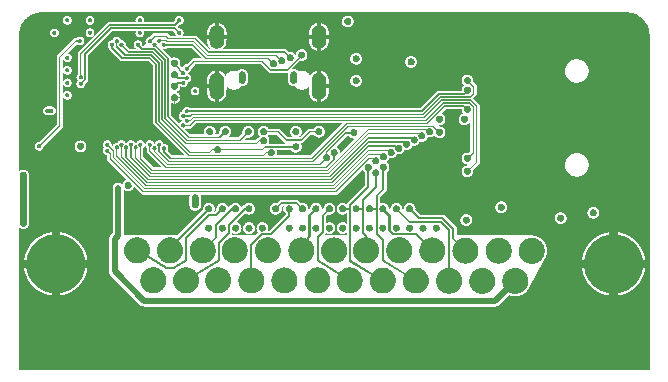
<source format=gbl>
%FSLAX46Y46*%
%MOMM*%
%LPD*%
G01*
%ADD10C,0.050000*%
D10*
%LPC*%
%LPC*%
G36*
X0055533382Y0034328643D02*
G01*
X0055594776Y0034327086D01*
X0055655821Y0034323990D01*
X0055716462Y0034319373D01*
X0055776679Y0034313255D01*
X0055836452Y0034305654D01*
X0055895763Y0034296588D01*
X0055954592Y0034286077D01*
X0056012921Y0034274139D01*
X0056070729Y0034260793D01*
X0056127999Y0034246058D01*
X0056184710Y0034229951D01*
X0056240844Y0034212493D01*
X0056296382Y0034193702D01*
X0056351304Y0034173596D01*
X0056405592Y0034152195D01*
X0056459227Y0034129516D01*
X0056512189Y0034105580D01*
X0056564461Y0034080403D01*
X0056616021Y0034054007D01*
X0056666853Y0034026408D01*
X0056716936Y0033997626D01*
X0056766253Y0033967679D01*
X0056814783Y0033936587D01*
X0056862508Y0033904368D01*
X0056909409Y0033871040D01*
X0056955468Y0033836622D01*
X0057000665Y0033801134D01*
X0057044981Y0033764593D01*
X0057088398Y0033727019D01*
X0057130896Y0033688429D01*
X0057172458Y0033648844D01*
X0057213063Y0033608280D01*
X0057252692Y0033566758D01*
X0057291328Y0033524296D01*
X0057328951Y0033480911D01*
X0057365542Y0033436624D01*
X0057401082Y0033391453D01*
X0057435553Y0033345416D01*
X0057468935Y0033298531D01*
X0057501209Y0033250819D01*
X0057532357Y0033202297D01*
X0057562359Y0033152983D01*
X0057591197Y0033102898D01*
X0057618851Y0033052059D01*
X0057645303Y0033000485D01*
X0057670533Y0032948195D01*
X0057694523Y0032895207D01*
X0057717254Y0032841541D01*
X0057738706Y0032787214D01*
X0057758861Y0032732247D01*
X0057777700Y0032676657D01*
X0057795203Y0032620463D01*
X0057811351Y0032563685D01*
X0057826127Y0032506340D01*
X0057839510Y0032448449D01*
X0057851482Y0032390029D01*
X0057862023Y0032331101D01*
X0057871116Y0032271681D01*
X0057878740Y0032211791D01*
X0057884877Y0032151448D01*
X0057889508Y0032090671D01*
X0057892614Y0032029480D01*
X0057894176Y0031967931D01*
X0057894307Y0031936980D01*
X0057894307Y0003069164D01*
X0057897835Y0003069164D01*
X0057897835Y0003033886D01*
X0030684164Y0003033886D01*
X0030684164Y0003069164D01*
X0057859029Y0003069164D01*
X0057859029Y0031936901D01*
X0057858900Y0031967410D01*
X0057857359Y0032028138D01*
X0057854299Y0032088436D01*
X0057849735Y0032148323D01*
X0057843688Y0032207778D01*
X0057836177Y0032266785D01*
X0057827219Y0032325326D01*
X0057816833Y0032383381D01*
X0057805039Y0032440935D01*
X0057791855Y0032497965D01*
X0057777299Y0032554457D01*
X0057761391Y0032610390D01*
X0057744148Y0032665749D01*
X0057725590Y0032720511D01*
X0057705734Y0032774662D01*
X0057684601Y0032828180D01*
X0057662208Y0032881051D01*
X0057638573Y0032933252D01*
X0057613717Y0032984768D01*
X0057587657Y0033035578D01*
X0057560411Y0033085666D01*
X0057531999Y0033135011D01*
X0057502439Y0033183597D01*
X0057471751Y0033231405D01*
X0057439951Y0033278415D01*
X0057407061Y0033324609D01*
X0057373097Y0033369970D01*
X0057338077Y0033414480D01*
X0057302023Y0033458117D01*
X0057264952Y0033500865D01*
X0057226882Y0033542705D01*
X0057187833Y0033583619D01*
X0057147822Y0033623589D01*
X0057106870Y0033662595D01*
X0057064995Y0033700618D01*
X0057022214Y0033737642D01*
X0056978547Y0033773648D01*
X0056934013Y0033808615D01*
X0056888631Y0033842528D01*
X0056842419Y0033875365D01*
X0056795395Y0033907112D01*
X0056747579Y0033937746D01*
X0056698990Y0033967251D01*
X0056649646Y0033995608D01*
X0056599564Y0034022800D01*
X0056548766Y0034048806D01*
X0056497269Y0034073609D01*
X0056445090Y0034097192D01*
X0056392252Y0034119533D01*
X0056338770Y0034140617D01*
X0056284663Y0034160424D01*
X0056229949Y0034178937D01*
X0056174652Y0034196135D01*
X0056118783Y0034212002D01*
X0056062364Y0034226519D01*
X0056005415Y0034239666D01*
X0055947951Y0034251427D01*
X0055889995Y0034261782D01*
X0055831560Y0034270714D01*
X0055772671Y0034278203D01*
X0055713339Y0034284231D01*
X0055653589Y0034288780D01*
X0055593435Y0034291831D01*
X0055532862Y0034293367D01*
X0055502435Y0034293496D01*
X0030684164Y0034293496D01*
X0030684164Y0034328774D01*
X0055502513Y0034328774D01*
G37*
G36*
X0030684164Y0034293496D02*
G01*
X0005866730Y0034293496D01*
X0005836222Y0034293367D01*
X0005775493Y0034291826D01*
X0005715196Y0034288765D01*
X0005655309Y0034284202D01*
X0005595853Y0034278155D01*
X0005536847Y0034270643D01*
X0005478306Y0034261685D01*
X0005420251Y0034251300D01*
X0005362697Y0034239505D01*
X0005305667Y0034226321D01*
X0005249174Y0034211765D01*
X0005193242Y0034195857D01*
X0005137882Y0034178614D01*
X0005083121Y0034160056D01*
X0005028969Y0034140201D01*
X0004975451Y0034119067D01*
X0004922581Y0034096674D01*
X0004870379Y0034073040D01*
X0004818864Y0034048183D01*
X0004768053Y0034022123D01*
X0004717966Y0033994877D01*
X0004668620Y0033966466D01*
X0004620034Y0033936906D01*
X0004572227Y0033906217D01*
X0004525216Y0033874418D01*
X0004479022Y0033841527D01*
X0004433661Y0033807563D01*
X0004389152Y0033772544D01*
X0004345514Y0033736490D01*
X0004302767Y0033699419D01*
X0004260926Y0033661349D01*
X0004220012Y0033622299D01*
X0004180042Y0033582289D01*
X0004141037Y0033541336D01*
X0004103013Y0033499461D01*
X0004065989Y0033456680D01*
X0004029984Y0033413013D01*
X0003995016Y0033368480D01*
X0003961104Y0033323097D01*
X0003928266Y0033276886D01*
X0003896520Y0033229861D01*
X0003865885Y0033182045D01*
X0003836380Y0033133457D01*
X0003808023Y0033084112D01*
X0003780831Y0033034030D01*
X0003754825Y0032983232D01*
X0003730022Y0032931736D01*
X0003706440Y0032879557D01*
X0003684098Y0032826719D01*
X0003663014Y0032773236D01*
X0003643207Y0032719130D01*
X0003624694Y0032664416D01*
X0003607497Y0032609119D01*
X0003591629Y0032553249D01*
X0003577113Y0032496831D01*
X0003563965Y0032439882D01*
X0003552204Y0032382417D01*
X0003541849Y0032324462D01*
X0003532917Y0032266026D01*
X0003525428Y0032207137D01*
X0003519400Y0032147806D01*
X0003514851Y0032088055D01*
X0003511800Y0032027901D01*
X0003510264Y0031967328D01*
X0003510136Y0031936901D01*
X0003510136Y0003069164D01*
X0030684164Y0003069164D01*
X0030684164Y0003033886D01*
X0003474858Y0003033886D01*
X0003474858Y0031936980D01*
X0003474988Y0031967849D01*
X0003476545Y0032029242D01*
X0003479641Y0032090288D01*
X0003484258Y0032150929D01*
X0003490376Y0032211145D01*
X0003497978Y0032270919D01*
X0003507043Y0032330229D01*
X0003517554Y0032389059D01*
X0003529492Y0032447387D01*
X0003542838Y0032505196D01*
X0003557574Y0032562465D01*
X0003573680Y0032619176D01*
X0003591138Y0032675310D01*
X0003609930Y0032730848D01*
X0003630035Y0032785771D01*
X0003651437Y0032840059D01*
X0003674115Y0032893694D01*
X0003698052Y0032946656D01*
X0003723228Y0032998927D01*
X0003749625Y0033050488D01*
X0003777223Y0033101319D01*
X0003806005Y0033151403D01*
X0003835952Y0033200719D01*
X0003867044Y0033249249D01*
X0003899264Y0033296974D01*
X0003932592Y0033343876D01*
X0003967009Y0033389934D01*
X0004002498Y0033435131D01*
X0004039038Y0033479448D01*
X0004076613Y0033522864D01*
X0004115202Y0033565363D01*
X0004154788Y0033606924D01*
X0004195351Y0033647529D01*
X0004236873Y0033687159D01*
X0004279336Y0033725795D01*
X0004322720Y0033763417D01*
X0004367007Y0033800008D01*
X0004412179Y0033835549D01*
X0004458216Y0033870019D01*
X0004505100Y0033903401D01*
X0004552813Y0033935675D01*
X0004601335Y0033966823D01*
X0004650648Y0033996825D01*
X0004700733Y0034025663D01*
X0004751572Y0034053317D01*
X0004803146Y0034079769D01*
X0004855437Y0034105000D01*
X0004908424Y0034128990D01*
X0004962091Y0034151720D01*
X0005016417Y0034173173D01*
X0005071385Y0034193327D01*
X0005126975Y0034212166D01*
X0005183168Y0034229669D01*
X0005239947Y0034245818D01*
X0005297291Y0034260593D01*
X0005355182Y0034273976D01*
X0005413602Y0034285948D01*
X0005472531Y0034296490D01*
X0005531950Y0034305582D01*
X0005591841Y0034313206D01*
X0005652184Y0034319343D01*
X0005712960Y0034323975D01*
X0005774151Y0034327081D01*
X0005835701Y0034328643D01*
X0005866652Y0034328774D01*
X0030684164Y0034328774D01*
G37*
%LPD*%
%ADD11C,0.519374*%
D11*
X0012410711Y0018919455D02*
G01*
X0012410711Y0014922486D01*
X0012093211Y0014608514D01*
X0012093211Y0011885072D01*
X0014566181Y0009412102D01*
X0044333542Y0009412102D01*
X0046009235Y0011091323D01*
%LPD*%
%LPD*%
G36*
X0028037792Y0017253385D02*
G01*
X0027947989Y0017163583D01*
X0027507977Y0017603595D01*
X0026234139Y0017603595D01*
X0025780016Y0017149472D01*
X0025690214Y0017239274D01*
X0026181534Y0017730595D01*
X0027560582Y0017730595D01*
G37*
%LPD*%
%LPD*%
G36*
X0029194725Y0017132010D02*
G01*
X0028680807Y0016618092D01*
X0028680807Y0014867711D01*
X0027981635Y0013619958D01*
X0027827757Y0013706183D01*
X0028504418Y0014913762D01*
X0028504418Y0016691155D01*
X0029069999Y0017256736D01*
G37*
%LPD*%
%LPD*%
G36*
X0030330668Y0017132010D02*
G01*
X0029816750Y0016618092D01*
X0029816750Y0015196603D01*
X0029372250Y0014748576D01*
X0029372250Y0012889637D01*
X0032082909Y0011172887D01*
X0031988532Y0011023870D01*
X0029195862Y0012792561D01*
X0029195862Y0014821230D01*
X0029640361Y0015269257D01*
X0029640361Y0016691155D01*
X0030205942Y0017256736D01*
G37*
%LPD*%
%LPD*%
G36*
X0026955725Y0016572231D02*
G01*
X0025341258Y0014957764D01*
X0024540453Y0014957764D01*
X0023741922Y0014159233D01*
X0023741922Y0011504073D01*
X0023565534Y0011504073D01*
X0023565534Y0014232296D01*
X0024467390Y0015134153D01*
X0025268195Y0015134153D01*
X0026779336Y0016645294D01*
X0026779336Y0017194373D01*
X0026955725Y0017194373D01*
G37*
%LPD*%
%LPD*%
G36*
X0023540839Y0017102651D02*
G01*
X0023143522Y0017102651D01*
X0021843980Y0015799716D01*
X0021843980Y0015146904D01*
X0020986730Y0014293182D01*
X0020986730Y0012788309D01*
X0018189593Y0011065617D01*
X0018097095Y0011215807D01*
X0020810342Y0012886833D01*
X0020810342Y0014366458D01*
X0021667591Y0015220179D01*
X0021667591Y0015872644D01*
X0023070324Y0017279039D01*
X0023540839Y0017279039D01*
G37*
%LPD*%
%LPD*%
G36*
X0022344924Y0017099123D02*
G01*
X0021989872Y0017099123D01*
X0020739786Y0015849037D01*
X0020739786Y0014741399D01*
X0019613389Y0013611391D01*
X0019488464Y0013735917D01*
X0020563397Y0014814296D01*
X0020563397Y0015922100D01*
X0021916809Y0017275512D01*
X0022344924Y0017275512D01*
G37*
%LPD*%
%LPD*%
G36*
X0021257432Y0017121628D02*
G01*
X0020684762Y0016545262D01*
X0020039013Y0016545262D01*
X0018242122Y0014748372D01*
X0018242122Y0012788237D01*
X0017081710Y0012075572D01*
X0016435789Y0012075572D01*
X0013948705Y0013594864D01*
X0014040657Y0013745389D01*
X0016485402Y0012251961D01*
X0017031870Y0012251961D01*
X0018065733Y0012886906D01*
X0018065733Y0014821434D01*
X0019965950Y0016721651D01*
X0020611367Y0016721651D01*
X0021132306Y0017245952D01*
G37*
%LPD*%
%LPD*%
G36*
X0020124784Y0017135506D02*
G01*
X0016716954Y0013731203D01*
X0016592293Y0013855993D01*
X0020000123Y0017260296D01*
G37*
%LPD*%
%LPD*%
G36*
X0038134933Y0023423148D02*
G01*
X0038072051Y0023312808D01*
X0037758585Y0023491450D01*
X0033571910Y0023491450D01*
X0030188774Y0020108315D01*
X0015164294Y0020108315D01*
X0013804182Y0021468427D01*
X0013804182Y0022394312D01*
X0013931181Y0022394312D01*
X0013931181Y0021521032D01*
X0015216899Y0020235314D01*
X0030136169Y0020235314D01*
X0033519305Y0023618450D01*
X0037792233Y0023618450D01*
G37*
%LPD*%
%LPD*%
G36*
X0038783648Y0023776149D02*
G01*
X0038721558Y0023665362D01*
X0038414995Y0023837172D01*
X0033557799Y0023837172D01*
X0030082941Y0020362314D01*
X0015280711Y0020362314D01*
X0014206348Y0021436677D01*
X0014206348Y0022616562D01*
X0014333348Y0022616562D01*
X0014333348Y0021489283D01*
X0015333316Y0020489314D01*
X0030030336Y0020489314D01*
X0033505194Y0023964172D01*
X0038448156Y0023964172D01*
G37*
%LPD*%
%LPD*%
G36*
X0037481899Y0023067067D02*
G01*
X0037419809Y0022956279D01*
X0037113246Y0023128090D01*
X0033568382Y0023128090D01*
X0030294608Y0019854315D01*
X0015051406Y0019854315D01*
X0013405543Y0021500177D01*
X0013405543Y0022616562D01*
X0013532543Y0022616562D01*
X0013532543Y0021552782D01*
X0015104011Y0019981315D01*
X0030242003Y0019981315D01*
X0033515777Y0023255089D01*
X0037146407Y0023255089D01*
G37*
%LPD*%
%LPD*%
G36*
X0036844143Y0022706794D02*
G01*
X0036780511Y0022596885D01*
X0036460133Y0022782368D01*
X0033589549Y0022782368D01*
X0030403969Y0019596787D01*
X0014952628Y0019596787D01*
X0013003377Y0021546038D01*
X0013003377Y0022394312D01*
X0013130377Y0022394312D01*
X0013130377Y0021598644D01*
X0015005233Y0019723787D01*
X0030351364Y0019723787D01*
X0033536944Y0022909368D01*
X0036494244Y0022909368D01*
G37*
%LPD*%
%LPD*%
G36*
X0012329572Y0021679782D02*
G01*
X0014793567Y0019215788D01*
X0030559502Y0019215788D01*
X0033544000Y0022200285D01*
X0035199199Y0022200285D01*
X0035538296Y0022008621D01*
X0035475805Y0021898060D01*
X0035165791Y0022073285D01*
X0033596605Y0022073285D01*
X0030612107Y0019088788D01*
X0014740961Y0019088788D01*
X0012202572Y0021627177D01*
X0012202572Y0022397840D01*
X0012329572Y0022397840D01*
G37*
%LPD*%
%LPD*%
G36*
X0012728210Y0021637449D02*
G01*
X0014899400Y0019466260D01*
X0030460725Y0019466260D01*
X0033544000Y0022549535D01*
X0035846403Y0022549535D01*
X0036242911Y0022299882D01*
X0036175244Y0022192410D01*
X0035809752Y0022422535D01*
X0033596605Y0022422535D01*
X0030513330Y0019339260D01*
X0014846795Y0019339260D01*
X0012601210Y0021584844D01*
X0012601210Y0022616562D01*
X0012728210Y0022616562D01*
G37*
%LPD*%
%LPD*%
G36*
X0012072044Y0022106643D02*
G01*
X0012072044Y0021570421D01*
X0014680695Y0018961771D01*
X0030637266Y0018951222D01*
X0033558246Y0021851035D01*
X0034544393Y0021851035D01*
X0034930169Y0021612222D01*
X0034863322Y0021504238D01*
X0034508265Y0021724035D01*
X0033610580Y0021724035D01*
X0030689566Y0018824187D01*
X0014628055Y0018834805D01*
X0011945044Y0021517816D01*
X0011945044Y0022054038D01*
X0011420366Y0022578717D01*
X0011510168Y0022668519D01*
G37*
%LPD*%
%LPD*%
G36*
X0011810989Y0021849116D02*
G01*
X0011810989Y0021454028D01*
X0014567766Y0018700733D01*
X0030778224Y0018700733D01*
X0033582805Y0021505313D01*
X0033887104Y0021505313D01*
X0034233405Y0021306375D01*
X0034170143Y0021196252D01*
X0033853222Y0021378313D01*
X0033635410Y0021378313D01*
X0030830829Y0018573733D01*
X0014515207Y0018573733D01*
X0011683989Y0021401376D01*
X0011683989Y0021796510D01*
X0011445060Y0022035439D01*
X0011534863Y0022125242D01*
G37*
%LPD*%
%LPD*%
G36*
X0033640858Y0019048729D02*
G01*
X0032109803Y0017517675D01*
X0032109803Y0012824181D01*
X0034843116Y0011195307D01*
X0034752819Y0011043784D01*
X0031933415Y0012723962D01*
X0031933415Y0017590737D01*
X0033464469Y0019121791D01*
X0033464469Y0020697453D01*
X0033640858Y0020697453D01*
G37*
%LPD*%
%LPD*%
G36*
X0032021609Y0017106178D02*
G01*
X0031400721Y0017106178D01*
X0031400721Y0017282567D01*
X0032021609Y0017282567D01*
G37*
%LPD*%
%LPD*%
G36*
X0034289968Y0018988757D02*
G01*
X0033242219Y0017941007D01*
X0033242219Y0015241239D01*
X0033485635Y0014997823D01*
X0033485635Y0013454932D01*
X0033309247Y0013454932D01*
X0033309247Y0014924760D01*
X0033065830Y0015168177D01*
X0033065830Y0018014070D01*
X0034113579Y0019061819D01*
X0034113579Y0020235314D01*
X0034289968Y0020235314D01*
G37*
%LPD*%
%LPD*%
G36*
X0034939079Y0018830007D02*
G01*
X0034374635Y0018265563D01*
X0034374635Y0015125009D01*
X0034864995Y0014638177D01*
X0034864995Y0012845356D01*
X0037640631Y0011191785D01*
X0037550354Y0011040249D01*
X0034688607Y0012745121D01*
X0034688607Y0014564741D01*
X0034198246Y0015051574D01*
X0034198246Y0018338625D01*
X0034762690Y0018903069D01*
X0034762690Y0020697453D01*
X0034939079Y0020697453D01*
G37*
%LPD*%
%LPD*%
G36*
X0033136386Y0017106178D02*
G01*
X0032533136Y0017106178D01*
X0032533136Y0017282567D01*
X0033136386Y0017282567D01*
G37*
%LPD*%
%LPD*%
G36*
X0034304079Y0017106178D02*
G01*
X0033665552Y0017106178D01*
X0033665552Y0017282567D01*
X0034304079Y0017282567D01*
G37*
%LPD*%
%LPD*%
G36*
X0035454134Y0016655733D02*
G01*
X0035454134Y0015368239D01*
X0035712915Y0015109458D01*
X0037670830Y0015109458D01*
X0039054854Y0013725433D01*
X0038930129Y0013600708D01*
X0037597767Y0014933069D01*
X0035639852Y0014933069D01*
X0035277745Y0015295177D01*
X0035277745Y0016582958D01*
X0034671931Y0017192156D01*
X0034797004Y0017316534D01*
G37*
%LPD*%
%LPD*%
G36*
X0037113441Y0016160735D02*
G01*
X0039766328Y0016160735D01*
X0040495323Y0015431739D01*
X0040495323Y0011101906D01*
X0040318935Y0011101906D01*
X0040318935Y0015358677D01*
X0039693265Y0015984346D01*
X0037040379Y0015984346D01*
X0035882131Y0017142593D01*
X0036006857Y0017267319D01*
G37*
%LPD*%
%LPD*%
G36*
X0037910718Y0016499401D02*
G01*
X0039921550Y0016499401D01*
X0040848101Y0015572850D01*
X0040848101Y0014684928D01*
X0041861655Y0013712603D01*
X0041739545Y0013585316D01*
X0040671712Y0014609711D01*
X0040671712Y0015499788D01*
X0039848487Y0016323013D01*
X0037837656Y0016323013D01*
X0037060408Y0017100260D01*
X0037185134Y0017224986D01*
G37*
%LPD*%
%LPD*%
G36*
X0015127097Y0022117226D02*
G01*
X0016497482Y0020746842D01*
X0029924503Y0020746842D01*
X0030610499Y0021432838D01*
X0030610499Y0021953341D01*
X0030737499Y0021953341D01*
X0030737499Y0021380233D01*
X0029977108Y0020619842D01*
X0016444877Y0020619842D01*
X0015000097Y0022064621D01*
X0015000097Y0022584812D01*
X0015127097Y0022584812D01*
G37*
%LPD*%
%LPD*%
G36*
X0032321470Y0023562006D02*
G01*
X0031684551Y0023562006D01*
X0030102500Y0021979955D01*
X0030102500Y0021496875D01*
X0029486973Y0020873842D01*
X0016568349Y0020873842D01*
X0015405791Y0022036399D01*
X0015405791Y0022323757D01*
X0015532791Y0022323757D01*
X0015532791Y0022089004D01*
X0016620954Y0021000842D01*
X0029433916Y0021000842D01*
X0029975500Y0021549030D01*
X0029975500Y0022032560D01*
X0031631946Y0023689006D01*
X0032321470Y0023689006D01*
G37*
%LPD*%
%LPD*%
G36*
X0042813071Y0025934278D02*
G01*
X0042813071Y0021119178D01*
X0042007779Y0020313885D01*
X0041917976Y0020403688D01*
X0042686071Y0021171783D01*
X0042686071Y0025881673D01*
X0042211741Y0026356003D01*
X0039809015Y0026356003D01*
X0038323822Y0024870810D01*
X0018769368Y0024870810D01*
X0018487146Y0024588588D01*
X0018189205Y0024588588D01*
X0018189205Y0024715588D01*
X0018434541Y0024715588D01*
X0018716763Y0024997810D01*
X0038271217Y0024997810D01*
X0039756410Y0026483003D01*
X0042264346Y0026483003D01*
G37*
%LPD*%
%LPD*%
G36*
X0042537905Y0027571166D02*
G01*
X0042537905Y0026936478D01*
X0042207902Y0026606475D01*
X0039703182Y0026606475D01*
X0038221517Y0025124810D01*
X0018628257Y0025124810D01*
X0018487146Y0024983699D01*
X0017857594Y0024983699D01*
X0017857594Y0025110699D01*
X0018434541Y0025110699D01*
X0018575652Y0025251810D01*
X0038168912Y0025251810D01*
X0039650577Y0026733475D01*
X0042155297Y0026733475D01*
X0042410905Y0026989083D01*
X0042410905Y0027518561D01*
X0041917976Y0028011489D01*
X0042007779Y0028101292D01*
G37*
%LPD*%
%LPD*%
G36*
X0042534377Y0025842556D02*
G01*
X0042534377Y0021948205D01*
X0042014834Y0021428662D01*
X0041925032Y0021518465D01*
X0042407377Y0022000810D01*
X0042407377Y0025789951D01*
X0042095325Y0026102003D01*
X0039914849Y0026102003D01*
X0038429656Y0024616810D01*
X0018903424Y0024616810D01*
X0018469508Y0024182894D01*
X0017931678Y0024182894D01*
X0017931678Y0024309894D01*
X0018416903Y0024309894D01*
X0018850819Y0024743810D01*
X0038377051Y0024743810D01*
X0039862244Y0026229003D01*
X0042147930Y0026229003D01*
G37*
%LPD*%
%LPD*%
G36*
X0042025418Y0025638905D02*
G01*
X0041935615Y0025549103D01*
X0041647298Y0025837420D01*
X0040034793Y0025837420D01*
X0038560183Y0024362811D01*
X0031765690Y0024362811D01*
X0028784720Y0021381841D01*
X0016811765Y0021381841D01*
X0016206596Y0021987010D01*
X0016206596Y0022323757D01*
X0016333596Y0022323757D01*
X0016333596Y0022039615D01*
X0016864370Y0021508841D01*
X0028732115Y0021508841D01*
X0031713085Y0024489810D01*
X0038507578Y0024489810D01*
X0039982188Y0025964420D01*
X0041699903Y0025964420D01*
G37*
%LPD*%
%LPD*%
G36*
X0039668864Y0023666879D02*
G01*
X0039579062Y0023577077D01*
X0039057911Y0024098228D01*
X0031864467Y0024098228D01*
X0028890553Y0021124314D01*
X0016691821Y0021124314D01*
X0015800902Y0022015232D01*
X0015800902Y0022605979D01*
X0015927902Y0022605979D01*
X0015927902Y0022067838D01*
X0016744426Y0021251314D01*
X0028837948Y0021251314D01*
X0031811862Y0024225227D01*
X0039110516Y0024225227D01*
G37*
%LPD*%
%LPD*%
G36*
X0042067751Y0027228323D02*
G01*
X0041689319Y0026849892D01*
X0039586721Y0026849892D01*
X0038119167Y0025385865D01*
X0018192733Y0025385865D01*
X0018192733Y0025512865D01*
X0038066651Y0025512865D01*
X0039534205Y0026976892D01*
X0041636714Y0026976892D01*
X0041977948Y0027318126D01*
G37*
%LPD*%
G36*
X0033568128Y0020997052D02*
G01*
X0033598369Y0020993980D01*
X0033627649Y0020987989D01*
X0033655818Y0020979227D01*
X0033682724Y0020967847D01*
X0033708217Y0020953998D01*
X0033732146Y0020937832D01*
X0033754361Y0020919499D01*
X0033774710Y0020899150D01*
X0033793043Y0020876936D01*
X0033809209Y0020853007D01*
X0033823057Y0020827514D01*
X0033834438Y0020800608D01*
X0033843199Y0020772439D01*
X0033849191Y0020743159D01*
X0033852262Y0020712917D01*
X0033852524Y0020697453D01*
X0033852262Y0020681988D01*
X0033849191Y0020651747D01*
X0033843199Y0020622467D01*
X0033834438Y0020594298D01*
X0033823057Y0020567392D01*
X0033809209Y0020541899D01*
X0033793043Y0020517970D01*
X0033774710Y0020495756D01*
X0033754361Y0020475407D01*
X0033732146Y0020457074D01*
X0033708217Y0020440907D01*
X0033682724Y0020427059D01*
X0033655818Y0020415678D01*
X0033627649Y0020406917D01*
X0033598369Y0020400925D01*
X0033568128Y0020397854D01*
X0033552663Y0020397592D01*
X0033537199Y0020397854D01*
X0033506957Y0020400925D01*
X0033477677Y0020406917D01*
X0033449508Y0020415678D01*
X0033422602Y0020427059D01*
X0033397109Y0020440907D01*
X0033373180Y0020457074D01*
X0033350966Y0020475407D01*
X0033330617Y0020495756D01*
X0033312284Y0020517970D01*
X0033296118Y0020541899D01*
X0033282269Y0020567392D01*
X0033270889Y0020594298D01*
X0033262127Y0020622467D01*
X0033256136Y0020651747D01*
X0033253065Y0020681988D01*
X0033252802Y0020697453D01*
X0033253065Y0020712917D01*
X0033256136Y0020743159D01*
X0033262127Y0020772439D01*
X0033270889Y0020800608D01*
X0033282269Y0020827514D01*
X0033296118Y0020853007D01*
X0033312284Y0020876936D01*
X0033330617Y0020899150D01*
X0033350966Y0020919499D01*
X0033373180Y0020937832D01*
X0033397109Y0020953998D01*
X0033422602Y0020967847D01*
X0033449508Y0020979227D01*
X0033477677Y0020987989D01*
X0033506957Y0020993980D01*
X0033537199Y0020997052D01*
X0033552663Y0020997314D01*
G37*
%LPD*%
G36*
X0034217238Y0020534913D02*
G01*
X0034247480Y0020531842D01*
X0034276760Y0020525850D01*
X0034304928Y0020517089D01*
X0034331835Y0020505709D01*
X0034357328Y0020491860D01*
X0034381257Y0020475694D01*
X0034403471Y0020457361D01*
X0034423820Y0020437012D01*
X0034442153Y0020414797D01*
X0034458319Y0020390868D01*
X0034472168Y0020365375D01*
X0034483548Y0020338469D01*
X0034492309Y0020310301D01*
X0034498301Y0020281020D01*
X0034501372Y0020250779D01*
X0034501634Y0020235314D01*
X0034501372Y0020219850D01*
X0034498301Y0020189609D01*
X0034492309Y0020160328D01*
X0034483548Y0020132160D01*
X0034472168Y0020105253D01*
X0034458319Y0020079761D01*
X0034442153Y0020055831D01*
X0034423820Y0020033617D01*
X0034403471Y0020013268D01*
X0034381257Y0019994935D01*
X0034357328Y0019978769D01*
X0034331835Y0019964920D01*
X0034304928Y0019953540D01*
X0034276760Y0019944779D01*
X0034247480Y0019938787D01*
X0034217238Y0019935716D01*
X0034201774Y0019935454D01*
X0034186309Y0019935716D01*
X0034156068Y0019938787D01*
X0034126787Y0019944779D01*
X0034098619Y0019953540D01*
X0034071713Y0019964920D01*
X0034046220Y0019978769D01*
X0034022291Y0019994935D01*
X0034000076Y0020013268D01*
X0033979727Y0020033617D01*
X0033961394Y0020055831D01*
X0033945228Y0020079761D01*
X0033931380Y0020105253D01*
X0033919999Y0020132160D01*
X0033911238Y0020160328D01*
X0033905246Y0020189609D01*
X0033902175Y0020219850D01*
X0033901913Y0020235314D01*
X0033902175Y0020250779D01*
X0033905246Y0020281020D01*
X0033911238Y0020310301D01*
X0033919999Y0020338469D01*
X0033931380Y0020365375D01*
X0033945228Y0020390868D01*
X0033961394Y0020414797D01*
X0033979727Y0020437012D01*
X0034000076Y0020457361D01*
X0034022291Y0020475694D01*
X0034046220Y0020491860D01*
X0034071713Y0020505709D01*
X0034098619Y0020517089D01*
X0034126787Y0020525850D01*
X0034156068Y0020531842D01*
X0034186309Y0020534913D01*
X0034201774Y0020535175D01*
G37*
%LPD*%
G36*
X0034866349Y0020997052D02*
G01*
X0034896590Y0020993980D01*
X0034925870Y0020987989D01*
X0034954039Y0020979227D01*
X0034980945Y0020967847D01*
X0035006438Y0020953998D01*
X0035030367Y0020937832D01*
X0035052582Y0020919499D01*
X0035072931Y0020899150D01*
X0035091264Y0020876936D01*
X0035107430Y0020853007D01*
X0035121278Y0020827514D01*
X0035132659Y0020800608D01*
X0035141420Y0020772439D01*
X0035147412Y0020743159D01*
X0035150483Y0020712917D01*
X0035150745Y0020697453D01*
X0035150483Y0020681988D01*
X0035147412Y0020651747D01*
X0035141420Y0020622467D01*
X0035132659Y0020594298D01*
X0035121278Y0020567392D01*
X0035107430Y0020541899D01*
X0035091264Y0020517970D01*
X0035072931Y0020495756D01*
X0035052582Y0020475407D01*
X0035030367Y0020457074D01*
X0035006438Y0020440907D01*
X0034980945Y0020427059D01*
X0034954039Y0020415678D01*
X0034925870Y0020406917D01*
X0034896590Y0020400925D01*
X0034866349Y0020397854D01*
X0034850884Y0020397592D01*
X0034835420Y0020397854D01*
X0034805178Y0020400925D01*
X0034775898Y0020406917D01*
X0034747729Y0020415678D01*
X0034720823Y0020427059D01*
X0034695330Y0020440907D01*
X0034671401Y0020457074D01*
X0034649187Y0020475407D01*
X0034628838Y0020495756D01*
X0034610505Y0020517970D01*
X0034594339Y0020541899D01*
X0034580490Y0020567392D01*
X0034569110Y0020594298D01*
X0034560348Y0020622467D01*
X0034554357Y0020651747D01*
X0034551286Y0020681988D01*
X0034551023Y0020697453D01*
X0034551286Y0020712917D01*
X0034554357Y0020743159D01*
X0034560348Y0020772439D01*
X0034569110Y0020800608D01*
X0034580490Y0020827514D01*
X0034594339Y0020853007D01*
X0034610505Y0020876936D01*
X0034628838Y0020899150D01*
X0034649187Y0020919499D01*
X0034671401Y0020937832D01*
X0034695330Y0020953998D01*
X0034720823Y0020967847D01*
X0034747729Y0020979227D01*
X0034775898Y0020987989D01*
X0034805178Y0020993980D01*
X0034835420Y0020997052D01*
X0034850884Y0020997314D01*
G37*
%LPD*%
G36*
X0038768067Y0020534913D02*
G01*
X0038798309Y0020531842D01*
X0038827589Y0020525850D01*
X0038855758Y0020517089D01*
X0038882664Y0020505709D01*
X0038908157Y0020491860D01*
X0038932086Y0020475694D01*
X0038954300Y0020457361D01*
X0038974649Y0020437012D01*
X0038992982Y0020414797D01*
X0039009148Y0020390868D01*
X0039022997Y0020365375D01*
X0039034377Y0020338469D01*
X0039043139Y0020310301D01*
X0039049130Y0020281020D01*
X0039052201Y0020250779D01*
X0039052464Y0020235314D01*
X0039052201Y0020219850D01*
X0039049130Y0020189609D01*
X0039043139Y0020160328D01*
X0039034377Y0020132160D01*
X0039022997Y0020105253D01*
X0039009148Y0020079761D01*
X0038992982Y0020055831D01*
X0038974649Y0020033617D01*
X0038954300Y0020013268D01*
X0038932086Y0019994935D01*
X0038908157Y0019978769D01*
X0038882664Y0019964920D01*
X0038855758Y0019953540D01*
X0038827589Y0019944779D01*
X0038798309Y0019938787D01*
X0038768067Y0019935716D01*
X0038752603Y0019935454D01*
X0038737138Y0019935716D01*
X0038706897Y0019938787D01*
X0038677617Y0019944779D01*
X0038649448Y0019953540D01*
X0038622542Y0019964920D01*
X0038597049Y0019978769D01*
X0038573120Y0019994935D01*
X0038550905Y0020013268D01*
X0038530556Y0020033617D01*
X0038512223Y0020055831D01*
X0038496057Y0020079761D01*
X0038482209Y0020105253D01*
X0038470828Y0020132160D01*
X0038462067Y0020160328D01*
X0038456075Y0020189609D01*
X0038453004Y0020219850D01*
X0038452742Y0020235314D01*
X0038453004Y0020250779D01*
X0038456075Y0020281020D01*
X0038462067Y0020310301D01*
X0038470828Y0020338469D01*
X0038482209Y0020365375D01*
X0038496057Y0020390868D01*
X0038512223Y0020414797D01*
X0038530556Y0020437012D01*
X0038550905Y0020457361D01*
X0038573120Y0020475694D01*
X0038597049Y0020491860D01*
X0038622542Y0020505709D01*
X0038649448Y0020517089D01*
X0038677617Y0020525850D01*
X0038706897Y0020531842D01*
X0038737138Y0020534913D01*
X0038752603Y0020535175D01*
G37*
%LPD*%
G36*
X0039346622Y0015857084D02*
G01*
X0039376864Y0015854013D01*
X0039406144Y0015848021D01*
X0039434313Y0015839260D01*
X0039461219Y0015827880D01*
X0039486712Y0015814031D01*
X0039510641Y0015797865D01*
X0039532855Y0015779532D01*
X0039553204Y0015759183D01*
X0039571537Y0015736968D01*
X0039587703Y0015713039D01*
X0039601552Y0015687546D01*
X0039612932Y0015660640D01*
X0039621694Y0015632472D01*
X0039627685Y0015603191D01*
X0039630756Y0015572950D01*
X0039631019Y0015557485D01*
X0039630756Y0015542021D01*
X0039627685Y0015511780D01*
X0039621694Y0015482499D01*
X0039612932Y0015454331D01*
X0039601552Y0015427425D01*
X0039587703Y0015401932D01*
X0039571537Y0015378003D01*
X0039553204Y0015355788D01*
X0039532855Y0015335439D01*
X0039510641Y0015317106D01*
X0039486712Y0015300940D01*
X0039461219Y0015287091D01*
X0039434313Y0015275711D01*
X0039406144Y0015266950D01*
X0039376864Y0015260958D01*
X0039346622Y0015257887D01*
X0039331158Y0015257625D01*
X0039315693Y0015257887D01*
X0039285452Y0015260958D01*
X0039256172Y0015266950D01*
X0039228003Y0015275711D01*
X0039201097Y0015287091D01*
X0039175604Y0015300940D01*
X0039151675Y0015317106D01*
X0039129460Y0015335439D01*
X0039109111Y0015355788D01*
X0039090778Y0015378003D01*
X0039074612Y0015401932D01*
X0039060764Y0015427425D01*
X0039049383Y0015454331D01*
X0039040622Y0015482499D01*
X0039034630Y0015511780D01*
X0039031559Y0015542021D01*
X0039031297Y0015557485D01*
X0039031559Y0015572950D01*
X0039034630Y0015603191D01*
X0039040622Y0015632472D01*
X0039049383Y0015660640D01*
X0039060764Y0015687546D01*
X0039074612Y0015713039D01*
X0039090778Y0015736968D01*
X0039109111Y0015759183D01*
X0039129460Y0015779532D01*
X0039151675Y0015797865D01*
X0039175604Y0015814031D01*
X0039201097Y0015827880D01*
X0039228003Y0015839260D01*
X0039256172Y0015848021D01*
X0039285452Y0015854013D01*
X0039315693Y0015857084D01*
X0039331158Y0015857346D01*
G37*
%LPD*%
G36*
X0038217734Y0015857084D02*
G01*
X0038247976Y0015854013D01*
X0038277256Y0015848021D01*
X0038305425Y0015839260D01*
X0038332331Y0015827880D01*
X0038357824Y0015814031D01*
X0038381753Y0015797865D01*
X0038403967Y0015779532D01*
X0038424316Y0015759183D01*
X0038442649Y0015736968D01*
X0038458815Y0015713039D01*
X0038472664Y0015687546D01*
X0038484044Y0015660640D01*
X0038492806Y0015632472D01*
X0038498797Y0015603191D01*
X0038501869Y0015572950D01*
X0038502131Y0015557485D01*
X0038501869Y0015542021D01*
X0038498797Y0015511780D01*
X0038492806Y0015482499D01*
X0038484044Y0015454331D01*
X0038472664Y0015427425D01*
X0038458815Y0015401932D01*
X0038442649Y0015378003D01*
X0038424316Y0015355788D01*
X0038403967Y0015335439D01*
X0038381753Y0015317106D01*
X0038357824Y0015300940D01*
X0038332331Y0015287091D01*
X0038305425Y0015275711D01*
X0038277256Y0015266950D01*
X0038247976Y0015260958D01*
X0038217734Y0015257887D01*
X0038202270Y0015257625D01*
X0038186805Y0015257887D01*
X0038156564Y0015260958D01*
X0038127284Y0015266950D01*
X0038099115Y0015275711D01*
X0038072209Y0015287091D01*
X0038046716Y0015300940D01*
X0038022787Y0015317106D01*
X0038000573Y0015335439D01*
X0037980224Y0015355788D01*
X0037961891Y0015378003D01*
X0037945724Y0015401932D01*
X0037931876Y0015427425D01*
X0037920495Y0015454331D01*
X0037911734Y0015482499D01*
X0037905742Y0015511780D01*
X0037902671Y0015542021D01*
X0037902409Y0015557485D01*
X0037902671Y0015572950D01*
X0037905742Y0015603191D01*
X0037911734Y0015632472D01*
X0037920495Y0015660640D01*
X0037931876Y0015687546D01*
X0037945724Y0015713039D01*
X0037961891Y0015736968D01*
X0037980224Y0015759183D01*
X0038000573Y0015779532D01*
X0038022787Y0015797865D01*
X0038046716Y0015814031D01*
X0038072209Y0015827880D01*
X0038099115Y0015839260D01*
X0038127284Y0015848021D01*
X0038156564Y0015854013D01*
X0038186805Y0015857084D01*
X0038202270Y0015857346D01*
G37*
%LPD*%
G36*
X0037081791Y0015857084D02*
G01*
X0037112032Y0015854013D01*
X0037141313Y0015848021D01*
X0037169481Y0015839260D01*
X0037196388Y0015827880D01*
X0037221880Y0015814031D01*
X0037245810Y0015797865D01*
X0037268024Y0015779532D01*
X0037288373Y0015759183D01*
X0037306706Y0015736968D01*
X0037322872Y0015713039D01*
X0037336721Y0015687546D01*
X0037348101Y0015660640D01*
X0037356862Y0015632472D01*
X0037362854Y0015603191D01*
X0037365925Y0015572950D01*
X0037366187Y0015557485D01*
X0037365925Y0015542021D01*
X0037362854Y0015511780D01*
X0037356862Y0015482499D01*
X0037348101Y0015454331D01*
X0037336721Y0015427425D01*
X0037322872Y0015401932D01*
X0037306706Y0015378003D01*
X0037288373Y0015355788D01*
X0037268024Y0015335439D01*
X0037245810Y0015317106D01*
X0037221880Y0015300940D01*
X0037196388Y0015287091D01*
X0037169481Y0015275711D01*
X0037141313Y0015266950D01*
X0037112032Y0015260958D01*
X0037081791Y0015257887D01*
X0037066327Y0015257625D01*
X0037050862Y0015257887D01*
X0037020621Y0015260958D01*
X0036991340Y0015266950D01*
X0036963172Y0015275711D01*
X0036936266Y0015287091D01*
X0036910773Y0015300940D01*
X0036886844Y0015317106D01*
X0036864629Y0015335439D01*
X0036844280Y0015355788D01*
X0036825947Y0015378003D01*
X0036809781Y0015401932D01*
X0036795932Y0015427425D01*
X0036784552Y0015454331D01*
X0036775791Y0015482499D01*
X0036769799Y0015511780D01*
X0036766728Y0015542021D01*
X0036766466Y0015557485D01*
X0036766728Y0015572950D01*
X0036769799Y0015603191D01*
X0036775791Y0015632472D01*
X0036784552Y0015660640D01*
X0036795932Y0015687546D01*
X0036809781Y0015713039D01*
X0036825947Y0015736968D01*
X0036844280Y0015759183D01*
X0036864629Y0015779532D01*
X0036886844Y0015797865D01*
X0036910773Y0015814031D01*
X0036936266Y0015827880D01*
X0036963172Y0015839260D01*
X0036991340Y0015848021D01*
X0037020621Y0015854013D01*
X0037050862Y0015857084D01*
X0037066327Y0015857346D01*
G37*
%LPD*%
G36*
X0035949375Y0017493971D02*
G01*
X0035979617Y0017490900D01*
X0036008897Y0017484909D01*
X0036037066Y0017476147D01*
X0036063972Y0017464767D01*
X0036089465Y0017450918D01*
X0036113394Y0017434752D01*
X0036135608Y0017416419D01*
X0036155957Y0017396070D01*
X0036174290Y0017373856D01*
X0036190456Y0017349927D01*
X0036204305Y0017324434D01*
X0036215685Y0017297528D01*
X0036224447Y0017269359D01*
X0036230438Y0017240079D01*
X0036233510Y0017209837D01*
X0036233772Y0017194373D01*
X0036233510Y0017178908D01*
X0036230438Y0017148667D01*
X0036224447Y0017119387D01*
X0036215685Y0017091218D01*
X0036204305Y0017064312D01*
X0036190456Y0017038819D01*
X0036174290Y0017014890D01*
X0036155957Y0016992675D01*
X0036135608Y0016972326D01*
X0036113394Y0016953993D01*
X0036089465Y0016937827D01*
X0036063972Y0016923979D01*
X0036037066Y0016912598D01*
X0036008897Y0016903837D01*
X0035979617Y0016897845D01*
X0035949375Y0016894774D01*
X0035933911Y0016894512D01*
X0035918446Y0016894774D01*
X0035888205Y0016897845D01*
X0035858925Y0016903837D01*
X0035830756Y0016912598D01*
X0035803850Y0016923979D01*
X0035778357Y0016937827D01*
X0035754428Y0016953993D01*
X0035732214Y0016972326D01*
X0035711865Y0016992675D01*
X0035693532Y0017014890D01*
X0035677365Y0017038819D01*
X0035663517Y0017064312D01*
X0035652136Y0017091218D01*
X0035643375Y0017119387D01*
X0035637383Y0017148667D01*
X0035634312Y0017178908D01*
X0035634050Y0017194373D01*
X0035634312Y0017209837D01*
X0035637383Y0017240079D01*
X0035643375Y0017269359D01*
X0035652136Y0017297528D01*
X0035663517Y0017324434D01*
X0035677365Y0017349927D01*
X0035693532Y0017373856D01*
X0035711865Y0017396070D01*
X0035732214Y0017416419D01*
X0035754428Y0017434752D01*
X0035778357Y0017450918D01*
X0035803850Y0017464767D01*
X0035830756Y0017476147D01*
X0035858925Y0017484909D01*
X0035888205Y0017490900D01*
X0035918446Y0017493971D01*
X0035933911Y0017494234D01*
G37*
%LPD*%
G36*
X0035949375Y0015857084D02*
G01*
X0035979617Y0015854013D01*
X0036008897Y0015848021D01*
X0036037066Y0015839260D01*
X0036063972Y0015827880D01*
X0036089465Y0015814031D01*
X0036113394Y0015797865D01*
X0036135608Y0015779532D01*
X0036155957Y0015759183D01*
X0036174290Y0015736968D01*
X0036190456Y0015713039D01*
X0036204305Y0015687546D01*
X0036215685Y0015660640D01*
X0036224447Y0015632472D01*
X0036230438Y0015603191D01*
X0036233510Y0015572950D01*
X0036233772Y0015557485D01*
X0036233510Y0015542021D01*
X0036230438Y0015511780D01*
X0036224447Y0015482499D01*
X0036215685Y0015454331D01*
X0036204305Y0015427425D01*
X0036190456Y0015401932D01*
X0036174290Y0015378003D01*
X0036155957Y0015355788D01*
X0036135608Y0015335439D01*
X0036113394Y0015317106D01*
X0036089465Y0015300940D01*
X0036063972Y0015287091D01*
X0036037066Y0015275711D01*
X0036008897Y0015266950D01*
X0035979617Y0015260958D01*
X0035949375Y0015257887D01*
X0035933911Y0015257625D01*
X0035918446Y0015257887D01*
X0035888205Y0015260958D01*
X0035858925Y0015266950D01*
X0035830756Y0015275711D01*
X0035803850Y0015287091D01*
X0035778357Y0015300940D01*
X0035754428Y0015317106D01*
X0035732214Y0015335439D01*
X0035711865Y0015355788D01*
X0035693532Y0015378003D01*
X0035677365Y0015401932D01*
X0035663517Y0015427425D01*
X0035652136Y0015454331D01*
X0035643375Y0015482499D01*
X0035637383Y0015511780D01*
X0035634312Y0015542021D01*
X0035634050Y0015557485D01*
X0035634312Y0015572950D01*
X0035637383Y0015603191D01*
X0035643375Y0015632472D01*
X0035652136Y0015660640D01*
X0035663517Y0015687546D01*
X0035677365Y0015713039D01*
X0035693532Y0015736968D01*
X0035711865Y0015759183D01*
X0035732214Y0015779532D01*
X0035754428Y0015797865D01*
X0035778357Y0015814031D01*
X0035803850Y0015827880D01*
X0035830756Y0015839260D01*
X0035858925Y0015848021D01*
X0035888205Y0015854013D01*
X0035918446Y0015857084D01*
X0035933911Y0015857346D01*
G37*
%LPD*%
G36*
X0034816960Y0017493971D02*
G01*
X0034847201Y0017490900D01*
X0034876482Y0017484909D01*
X0034904650Y0017476147D01*
X0034931556Y0017464767D01*
X0034957049Y0017450918D01*
X0034980978Y0017434752D01*
X0035003193Y0017416419D01*
X0035023542Y0017396070D01*
X0035041875Y0017373856D01*
X0035058041Y0017349927D01*
X0035071889Y0017324434D01*
X0035083270Y0017297528D01*
X0035092031Y0017269359D01*
X0035098023Y0017240079D01*
X0035101094Y0017209837D01*
X0035101356Y0017194373D01*
X0035101094Y0017178908D01*
X0035098023Y0017148667D01*
X0035092031Y0017119387D01*
X0035083270Y0017091218D01*
X0035071889Y0017064312D01*
X0035058041Y0017038819D01*
X0035041875Y0017014890D01*
X0035023542Y0016992675D01*
X0035003193Y0016972326D01*
X0034980978Y0016953993D01*
X0034957049Y0016937827D01*
X0034931556Y0016923979D01*
X0034904650Y0016912598D01*
X0034876482Y0016903837D01*
X0034847201Y0016897845D01*
X0034816960Y0016894774D01*
X0034801495Y0016894512D01*
X0034786031Y0016894774D01*
X0034755789Y0016897845D01*
X0034726509Y0016903837D01*
X0034698341Y0016912598D01*
X0034671434Y0016923979D01*
X0034645941Y0016937827D01*
X0034622012Y0016953993D01*
X0034599798Y0016972326D01*
X0034579449Y0016992675D01*
X0034561116Y0017014890D01*
X0034544950Y0017038819D01*
X0034531101Y0017064312D01*
X0034519721Y0017091218D01*
X0034510959Y0017119387D01*
X0034504968Y0017148667D01*
X0034501897Y0017178908D01*
X0034501634Y0017194373D01*
X0034501897Y0017209837D01*
X0034504968Y0017240079D01*
X0034510959Y0017269359D01*
X0034519721Y0017297528D01*
X0034531101Y0017324434D01*
X0034544950Y0017349927D01*
X0034561116Y0017373856D01*
X0034579449Y0017396070D01*
X0034599798Y0017416419D01*
X0034622012Y0017434752D01*
X0034645941Y0017450918D01*
X0034671434Y0017464767D01*
X0034698341Y0017476147D01*
X0034726509Y0017484909D01*
X0034755789Y0017490900D01*
X0034786031Y0017493971D01*
X0034801495Y0017494234D01*
G37*
%LPD*%
G36*
X0034816960Y0015857084D02*
G01*
X0034847201Y0015854013D01*
X0034876482Y0015848021D01*
X0034904650Y0015839260D01*
X0034931556Y0015827880D01*
X0034957049Y0015814031D01*
X0034980978Y0015797865D01*
X0035003193Y0015779532D01*
X0035023542Y0015759183D01*
X0035041875Y0015736968D01*
X0035058041Y0015713039D01*
X0035071889Y0015687546D01*
X0035083270Y0015660640D01*
X0035092031Y0015632472D01*
X0035098023Y0015603191D01*
X0035101094Y0015572950D01*
X0035101356Y0015557485D01*
X0035101094Y0015542021D01*
X0035098023Y0015511780D01*
X0035092031Y0015482499D01*
X0035083270Y0015454331D01*
X0035071889Y0015427425D01*
X0035058041Y0015401932D01*
X0035041875Y0015378003D01*
X0035023542Y0015355788D01*
X0035003193Y0015335439D01*
X0034980978Y0015317106D01*
X0034957049Y0015300940D01*
X0034931556Y0015287091D01*
X0034904650Y0015275711D01*
X0034876482Y0015266950D01*
X0034847201Y0015260958D01*
X0034816960Y0015257887D01*
X0034801495Y0015257625D01*
X0034786031Y0015257887D01*
X0034755789Y0015260958D01*
X0034726509Y0015266950D01*
X0034698341Y0015275711D01*
X0034671434Y0015287091D01*
X0034645941Y0015300940D01*
X0034622012Y0015317106D01*
X0034599798Y0015335439D01*
X0034579449Y0015355788D01*
X0034561116Y0015378003D01*
X0034544950Y0015401932D01*
X0034531101Y0015427425D01*
X0034519721Y0015454331D01*
X0034510959Y0015482499D01*
X0034504968Y0015511780D01*
X0034501897Y0015542021D01*
X0034501634Y0015557485D01*
X0034501897Y0015572950D01*
X0034504968Y0015603191D01*
X0034510959Y0015632472D01*
X0034519721Y0015660640D01*
X0034531101Y0015687546D01*
X0034544950Y0015713039D01*
X0034561116Y0015736968D01*
X0034579449Y0015759183D01*
X0034599798Y0015779532D01*
X0034622012Y0015797865D01*
X0034645941Y0015814031D01*
X0034671434Y0015827880D01*
X0034698341Y0015839260D01*
X0034726509Y0015848021D01*
X0034755789Y0015854013D01*
X0034786031Y0015857084D01*
X0034801495Y0015857346D01*
G37*
%LPD*%
G36*
X0033681017Y0017493971D02*
G01*
X0033711258Y0017490900D01*
X0033740538Y0017484909D01*
X0033768707Y0017476147D01*
X0033795613Y0017464767D01*
X0033821106Y0017450918D01*
X0033845035Y0017434752D01*
X0033867249Y0017416419D01*
X0033887598Y0017396070D01*
X0033905931Y0017373856D01*
X0033922097Y0017349927D01*
X0033935946Y0017324434D01*
X0033947326Y0017297528D01*
X0033956088Y0017269359D01*
X0033962079Y0017240079D01*
X0033965151Y0017209837D01*
X0033965413Y0017194373D01*
X0033965151Y0017178908D01*
X0033962079Y0017148667D01*
X0033956088Y0017119387D01*
X0033947326Y0017091218D01*
X0033935946Y0017064312D01*
X0033922097Y0017038819D01*
X0033905931Y0017014890D01*
X0033887598Y0016992675D01*
X0033867249Y0016972326D01*
X0033845035Y0016953993D01*
X0033821106Y0016937827D01*
X0033795613Y0016923979D01*
X0033768707Y0016912598D01*
X0033740538Y0016903837D01*
X0033711258Y0016897845D01*
X0033681017Y0016894774D01*
X0033665552Y0016894512D01*
X0033650087Y0016894774D01*
X0033619846Y0016897845D01*
X0033590566Y0016903837D01*
X0033562397Y0016912598D01*
X0033535491Y0016923979D01*
X0033509998Y0016937827D01*
X0033486069Y0016953993D01*
X0033463855Y0016972326D01*
X0033443506Y0016992675D01*
X0033425173Y0017014890D01*
X0033409006Y0017038819D01*
X0033395158Y0017064312D01*
X0033383777Y0017091218D01*
X0033375016Y0017119387D01*
X0033369025Y0017148667D01*
X0033365953Y0017178908D01*
X0033365691Y0017194373D01*
X0033365953Y0017209837D01*
X0033369025Y0017240079D01*
X0033375016Y0017269359D01*
X0033383777Y0017297528D01*
X0033395158Y0017324434D01*
X0033409006Y0017349927D01*
X0033425173Y0017373856D01*
X0033443506Y0017396070D01*
X0033463855Y0017416419D01*
X0033486069Y0017434752D01*
X0033509998Y0017450918D01*
X0033535491Y0017464767D01*
X0033562397Y0017476147D01*
X0033590566Y0017484909D01*
X0033619846Y0017490900D01*
X0033650087Y0017493971D01*
X0033665552Y0017494234D01*
G37*
%LPD*%
G36*
X0033681017Y0015857084D02*
G01*
X0033711258Y0015854013D01*
X0033740538Y0015848021D01*
X0033768707Y0015839260D01*
X0033795613Y0015827880D01*
X0033821106Y0015814031D01*
X0033845035Y0015797865D01*
X0033867249Y0015779532D01*
X0033887598Y0015759183D01*
X0033905931Y0015736968D01*
X0033922097Y0015713039D01*
X0033935946Y0015687546D01*
X0033947326Y0015660640D01*
X0033956088Y0015632472D01*
X0033962079Y0015603191D01*
X0033965151Y0015572950D01*
X0033965413Y0015557485D01*
X0033965151Y0015542021D01*
X0033962079Y0015511780D01*
X0033956088Y0015482499D01*
X0033947326Y0015454331D01*
X0033935946Y0015427425D01*
X0033922097Y0015401932D01*
X0033905931Y0015378003D01*
X0033887598Y0015355788D01*
X0033867249Y0015335439D01*
X0033845035Y0015317106D01*
X0033821106Y0015300940D01*
X0033795613Y0015287091D01*
X0033768707Y0015275711D01*
X0033740538Y0015266950D01*
X0033711258Y0015260958D01*
X0033681017Y0015257887D01*
X0033665552Y0015257625D01*
X0033650087Y0015257887D01*
X0033619846Y0015260958D01*
X0033590566Y0015266950D01*
X0033562397Y0015275711D01*
X0033535491Y0015287091D01*
X0033509998Y0015300940D01*
X0033486069Y0015317106D01*
X0033463855Y0015335439D01*
X0033443506Y0015355788D01*
X0033425173Y0015378003D01*
X0033409006Y0015401932D01*
X0033395158Y0015427425D01*
X0033383777Y0015454331D01*
X0033375016Y0015482499D01*
X0033369025Y0015511780D01*
X0033365953Y0015542021D01*
X0033365691Y0015557485D01*
X0033365953Y0015572950D01*
X0033369025Y0015603191D01*
X0033375016Y0015632472D01*
X0033383777Y0015660640D01*
X0033395158Y0015687546D01*
X0033409006Y0015713039D01*
X0033425173Y0015736968D01*
X0033443506Y0015759183D01*
X0033463855Y0015779532D01*
X0033486069Y0015797865D01*
X0033509998Y0015814031D01*
X0033535491Y0015827880D01*
X0033562397Y0015839260D01*
X0033590566Y0015848021D01*
X0033619846Y0015854013D01*
X0033650087Y0015857084D01*
X0033665552Y0015857346D01*
G37*
%LPD*%
G36*
X0032548601Y0017493971D02*
G01*
X0032578842Y0017490900D01*
X0032608123Y0017484909D01*
X0032636291Y0017476147D01*
X0032663197Y0017464767D01*
X0032688690Y0017450918D01*
X0032712619Y0017434752D01*
X0032734834Y0017416419D01*
X0032755183Y0017396070D01*
X0032773516Y0017373856D01*
X0032789682Y0017349927D01*
X0032803530Y0017324434D01*
X0032814911Y0017297528D01*
X0032823672Y0017269359D01*
X0032829664Y0017240079D01*
X0032832735Y0017209837D01*
X0032832997Y0017194373D01*
X0032832735Y0017178908D01*
X0032829664Y0017148667D01*
X0032823672Y0017119387D01*
X0032814911Y0017091218D01*
X0032803530Y0017064312D01*
X0032789682Y0017038819D01*
X0032773516Y0017014890D01*
X0032755183Y0016992675D01*
X0032734834Y0016972326D01*
X0032712619Y0016953993D01*
X0032688690Y0016937827D01*
X0032663197Y0016923979D01*
X0032636291Y0016912598D01*
X0032608123Y0016903837D01*
X0032578842Y0016897845D01*
X0032548601Y0016894774D01*
X0032533136Y0016894512D01*
X0032517672Y0016894774D01*
X0032487430Y0016897845D01*
X0032458150Y0016903837D01*
X0032429982Y0016912598D01*
X0032403075Y0016923979D01*
X0032377582Y0016937827D01*
X0032353653Y0016953993D01*
X0032331439Y0016972326D01*
X0032311090Y0016992675D01*
X0032292757Y0017014890D01*
X0032276591Y0017038819D01*
X0032262742Y0017064312D01*
X0032251362Y0017091218D01*
X0032242600Y0017119387D01*
X0032236609Y0017148667D01*
X0032233538Y0017178908D01*
X0032233275Y0017194373D01*
X0032233538Y0017209837D01*
X0032236609Y0017240079D01*
X0032242600Y0017269359D01*
X0032251362Y0017297528D01*
X0032262742Y0017324434D01*
X0032276591Y0017349927D01*
X0032292757Y0017373856D01*
X0032311090Y0017396070D01*
X0032331439Y0017416419D01*
X0032353653Y0017434752D01*
X0032377582Y0017450918D01*
X0032403075Y0017464767D01*
X0032429982Y0017476147D01*
X0032458150Y0017484909D01*
X0032487430Y0017490900D01*
X0032517672Y0017493971D01*
X0032533136Y0017494234D01*
G37*
%LPD*%
G36*
X0032548601Y0015857084D02*
G01*
X0032578842Y0015854013D01*
X0032608123Y0015848021D01*
X0032636291Y0015839260D01*
X0032663197Y0015827880D01*
X0032688690Y0015814031D01*
X0032712619Y0015797865D01*
X0032734834Y0015779532D01*
X0032755183Y0015759183D01*
X0032773516Y0015736968D01*
X0032789682Y0015713039D01*
X0032803530Y0015687546D01*
X0032814911Y0015660640D01*
X0032823672Y0015632472D01*
X0032829664Y0015603191D01*
X0032832735Y0015572950D01*
X0032832997Y0015557485D01*
X0032832735Y0015542021D01*
X0032829664Y0015511780D01*
X0032823672Y0015482499D01*
X0032814911Y0015454331D01*
X0032803530Y0015427425D01*
X0032789682Y0015401932D01*
X0032773516Y0015378003D01*
X0032755183Y0015355788D01*
X0032734834Y0015335439D01*
X0032712619Y0015317106D01*
X0032688690Y0015300940D01*
X0032663197Y0015287091D01*
X0032636291Y0015275711D01*
X0032608123Y0015266950D01*
X0032578842Y0015260958D01*
X0032548601Y0015257887D01*
X0032533136Y0015257625D01*
X0032517672Y0015257887D01*
X0032487430Y0015260958D01*
X0032458150Y0015266950D01*
X0032429982Y0015275711D01*
X0032403075Y0015287091D01*
X0032377582Y0015300940D01*
X0032353653Y0015317106D01*
X0032331439Y0015335439D01*
X0032311090Y0015355788D01*
X0032292757Y0015378003D01*
X0032276591Y0015401932D01*
X0032262742Y0015427425D01*
X0032251362Y0015454331D01*
X0032242600Y0015482499D01*
X0032236609Y0015511780D01*
X0032233538Y0015542021D01*
X0032233275Y0015557485D01*
X0032233538Y0015572950D01*
X0032236609Y0015603191D01*
X0032242600Y0015632472D01*
X0032251362Y0015660640D01*
X0032262742Y0015687546D01*
X0032276591Y0015713039D01*
X0032292757Y0015736968D01*
X0032311090Y0015759183D01*
X0032331439Y0015779532D01*
X0032353653Y0015797865D01*
X0032377582Y0015814031D01*
X0032403075Y0015827880D01*
X0032429982Y0015839260D01*
X0032458150Y0015848021D01*
X0032487430Y0015854013D01*
X0032517672Y0015857084D01*
X0032533136Y0015857346D01*
G37*
%LPD*%
G36*
X0031416185Y0017493971D02*
G01*
X0031446427Y0017490900D01*
X0031475707Y0017484909D01*
X0031503876Y0017476147D01*
X0031530782Y0017464767D01*
X0031556275Y0017450918D01*
X0031580204Y0017434752D01*
X0031602418Y0017416419D01*
X0031622767Y0017396070D01*
X0031641100Y0017373856D01*
X0031657266Y0017349927D01*
X0031671115Y0017324434D01*
X0031682495Y0017297528D01*
X0031691257Y0017269359D01*
X0031697248Y0017240079D01*
X0031700319Y0017209837D01*
X0031700582Y0017194373D01*
X0031700319Y0017178908D01*
X0031697248Y0017148667D01*
X0031691257Y0017119387D01*
X0031682495Y0017091218D01*
X0031671115Y0017064312D01*
X0031657266Y0017038819D01*
X0031641100Y0017014890D01*
X0031622767Y0016992675D01*
X0031602418Y0016972326D01*
X0031580204Y0016953993D01*
X0031556275Y0016937827D01*
X0031530782Y0016923979D01*
X0031503876Y0016912598D01*
X0031475707Y0016903837D01*
X0031446427Y0016897845D01*
X0031416185Y0016894774D01*
X0031400721Y0016894512D01*
X0031385256Y0016894774D01*
X0031355015Y0016897845D01*
X0031325734Y0016903837D01*
X0031297566Y0016912598D01*
X0031270660Y0016923979D01*
X0031245167Y0016937827D01*
X0031221238Y0016953993D01*
X0031199023Y0016972326D01*
X0031178674Y0016992675D01*
X0031160341Y0017014890D01*
X0031144175Y0017038819D01*
X0031130327Y0017064312D01*
X0031118946Y0017091218D01*
X0031110185Y0017119387D01*
X0031104193Y0017148667D01*
X0031101122Y0017178908D01*
X0031100860Y0017194373D01*
X0031101122Y0017209837D01*
X0031104193Y0017240079D01*
X0031110185Y0017269359D01*
X0031118946Y0017297528D01*
X0031130327Y0017324434D01*
X0031144175Y0017349927D01*
X0031160341Y0017373856D01*
X0031178674Y0017396070D01*
X0031199023Y0017416419D01*
X0031221238Y0017434752D01*
X0031245167Y0017450918D01*
X0031270660Y0017464767D01*
X0031297566Y0017476147D01*
X0031325734Y0017484909D01*
X0031355015Y0017490900D01*
X0031385256Y0017493971D01*
X0031400721Y0017494234D01*
G37*
%LPD*%
G36*
X0031416185Y0015857084D02*
G01*
X0031446427Y0015854013D01*
X0031475707Y0015848021D01*
X0031503876Y0015839260D01*
X0031530782Y0015827880D01*
X0031556275Y0015814031D01*
X0031580204Y0015797865D01*
X0031602418Y0015779532D01*
X0031622767Y0015759183D01*
X0031641100Y0015736968D01*
X0031657266Y0015713039D01*
X0031671115Y0015687546D01*
X0031682495Y0015660640D01*
X0031691257Y0015632472D01*
X0031697248Y0015603191D01*
X0031700319Y0015572950D01*
X0031700582Y0015557485D01*
X0031700319Y0015542021D01*
X0031697248Y0015511780D01*
X0031691257Y0015482499D01*
X0031682495Y0015454331D01*
X0031671115Y0015427425D01*
X0031657266Y0015401932D01*
X0031641100Y0015378003D01*
X0031622767Y0015355788D01*
X0031602418Y0015335439D01*
X0031580204Y0015317106D01*
X0031556275Y0015300940D01*
X0031530782Y0015287091D01*
X0031503876Y0015275711D01*
X0031475707Y0015266950D01*
X0031446427Y0015260958D01*
X0031416185Y0015257887D01*
X0031400721Y0015257625D01*
X0031385256Y0015257887D01*
X0031355015Y0015260958D01*
X0031325734Y0015266950D01*
X0031297566Y0015275711D01*
X0031270660Y0015287091D01*
X0031245167Y0015300940D01*
X0031221238Y0015317106D01*
X0031199023Y0015335439D01*
X0031178674Y0015355788D01*
X0031160341Y0015378003D01*
X0031144175Y0015401932D01*
X0031130327Y0015427425D01*
X0031118946Y0015454331D01*
X0031110185Y0015482499D01*
X0031104193Y0015511780D01*
X0031101122Y0015542021D01*
X0031100860Y0015557485D01*
X0031101122Y0015572950D01*
X0031104193Y0015603191D01*
X0031110185Y0015632472D01*
X0031118946Y0015660640D01*
X0031130327Y0015687546D01*
X0031144175Y0015713039D01*
X0031160341Y0015736968D01*
X0031178674Y0015759183D01*
X0031199023Y0015779532D01*
X0031221238Y0015797865D01*
X0031245167Y0015814031D01*
X0031270660Y0015827880D01*
X0031297566Y0015839260D01*
X0031325734Y0015848021D01*
X0031355015Y0015854013D01*
X0031385256Y0015857084D01*
X0031400721Y0015857346D01*
G37*
%LPD*%
G36*
X0030283770Y0017493971D02*
G01*
X0030314011Y0017490900D01*
X0030343291Y0017484909D01*
X0030371460Y0017476147D01*
X0030398366Y0017464767D01*
X0030423859Y0017450918D01*
X0030447788Y0017434752D01*
X0030470002Y0017416419D01*
X0030490352Y0017396070D01*
X0030508684Y0017373856D01*
X0030524851Y0017349927D01*
X0030538699Y0017324434D01*
X0030550080Y0017297528D01*
X0030558841Y0017269359D01*
X0030564833Y0017240079D01*
X0030567904Y0017209837D01*
X0030568166Y0017194373D01*
X0030567904Y0017178908D01*
X0030564833Y0017148667D01*
X0030558841Y0017119387D01*
X0030550080Y0017091218D01*
X0030538699Y0017064312D01*
X0030524851Y0017038819D01*
X0030508684Y0017014890D01*
X0030490352Y0016992675D01*
X0030470002Y0016972326D01*
X0030447788Y0016953993D01*
X0030423859Y0016937827D01*
X0030398366Y0016923979D01*
X0030371460Y0016912598D01*
X0030343291Y0016903837D01*
X0030314011Y0016897845D01*
X0030283770Y0016894774D01*
X0030268305Y0016894512D01*
X0030252841Y0016894774D01*
X0030222599Y0016897845D01*
X0030193319Y0016903837D01*
X0030165150Y0016912598D01*
X0030138244Y0016923979D01*
X0030112751Y0016937827D01*
X0030088822Y0016953993D01*
X0030066608Y0016972326D01*
X0030046259Y0016992675D01*
X0030027926Y0017014890D01*
X0030011760Y0017038819D01*
X0029997911Y0017064312D01*
X0029986531Y0017091218D01*
X0029977769Y0017119387D01*
X0029971778Y0017148667D01*
X0029968706Y0017178908D01*
X0029968444Y0017194373D01*
X0029968706Y0017209837D01*
X0029971778Y0017240079D01*
X0029977769Y0017269359D01*
X0029986531Y0017297528D01*
X0029997911Y0017324434D01*
X0030011760Y0017349927D01*
X0030027926Y0017373856D01*
X0030046259Y0017396070D01*
X0030066608Y0017416419D01*
X0030088822Y0017434752D01*
X0030112751Y0017450918D01*
X0030138244Y0017464767D01*
X0030165150Y0017476147D01*
X0030193319Y0017484909D01*
X0030222599Y0017490900D01*
X0030252841Y0017493971D01*
X0030268305Y0017494234D01*
G37*
%LPD*%
G36*
X0030283770Y0015857084D02*
G01*
X0030314011Y0015854013D01*
X0030343291Y0015848021D01*
X0030371460Y0015839260D01*
X0030398366Y0015827880D01*
X0030423859Y0015814031D01*
X0030447788Y0015797865D01*
X0030470002Y0015779532D01*
X0030490352Y0015759183D01*
X0030508684Y0015736968D01*
X0030524851Y0015713039D01*
X0030538699Y0015687546D01*
X0030550080Y0015660640D01*
X0030558841Y0015632472D01*
X0030564833Y0015603191D01*
X0030567904Y0015572950D01*
X0030568166Y0015557485D01*
X0030567904Y0015542021D01*
X0030564833Y0015511780D01*
X0030558841Y0015482499D01*
X0030550080Y0015454331D01*
X0030538699Y0015427425D01*
X0030524851Y0015401932D01*
X0030508684Y0015378003D01*
X0030490352Y0015355788D01*
X0030470002Y0015335439D01*
X0030447788Y0015317106D01*
X0030423859Y0015300940D01*
X0030398366Y0015287091D01*
X0030371460Y0015275711D01*
X0030343291Y0015266950D01*
X0030314011Y0015260958D01*
X0030283770Y0015257887D01*
X0030268305Y0015257625D01*
X0030252841Y0015257887D01*
X0030222599Y0015260958D01*
X0030193319Y0015266950D01*
X0030165150Y0015275711D01*
X0030138244Y0015287091D01*
X0030112751Y0015300940D01*
X0030088822Y0015317106D01*
X0030066608Y0015335439D01*
X0030046259Y0015355788D01*
X0030027926Y0015378003D01*
X0030011760Y0015401932D01*
X0029997911Y0015427425D01*
X0029986531Y0015454331D01*
X0029977769Y0015482499D01*
X0029971778Y0015511780D01*
X0029968706Y0015542021D01*
X0029968444Y0015557485D01*
X0029968706Y0015572950D01*
X0029971778Y0015603191D01*
X0029977769Y0015632472D01*
X0029986531Y0015660640D01*
X0029997911Y0015687546D01*
X0030011760Y0015713039D01*
X0030027926Y0015736968D01*
X0030046259Y0015759183D01*
X0030066608Y0015779532D01*
X0030088822Y0015797865D01*
X0030112751Y0015814031D01*
X0030138244Y0015827880D01*
X0030165150Y0015839260D01*
X0030193319Y0015848021D01*
X0030222599Y0015854013D01*
X0030252841Y0015857084D01*
X0030268305Y0015857346D01*
G37*
%LPD*%
G36*
X0029147826Y0017493971D02*
G01*
X0029178068Y0017490900D01*
X0029207348Y0017484909D01*
X0029235517Y0017476147D01*
X0029262423Y0017464767D01*
X0029287916Y0017450918D01*
X0029311845Y0017434752D01*
X0029334059Y0017416419D01*
X0029354408Y0017396070D01*
X0029372741Y0017373856D01*
X0029388907Y0017349927D01*
X0029402756Y0017324434D01*
X0029414136Y0017297528D01*
X0029422898Y0017269359D01*
X0029428889Y0017240079D01*
X0029431960Y0017209837D01*
X0029432223Y0017194373D01*
X0029431960Y0017178908D01*
X0029428889Y0017148667D01*
X0029422898Y0017119387D01*
X0029414136Y0017091218D01*
X0029402756Y0017064312D01*
X0029388907Y0017038819D01*
X0029372741Y0017014890D01*
X0029354408Y0016992675D01*
X0029334059Y0016972326D01*
X0029311845Y0016953993D01*
X0029287916Y0016937827D01*
X0029262423Y0016923979D01*
X0029235517Y0016912598D01*
X0029207348Y0016903837D01*
X0029178068Y0016897845D01*
X0029147826Y0016894774D01*
X0029132362Y0016894512D01*
X0029116897Y0016894774D01*
X0029086656Y0016897845D01*
X0029057375Y0016903837D01*
X0029029207Y0016912598D01*
X0029002301Y0016923979D01*
X0028976808Y0016937827D01*
X0028952879Y0016953993D01*
X0028930664Y0016972326D01*
X0028910315Y0016992675D01*
X0028891982Y0017014890D01*
X0028875816Y0017038819D01*
X0028861968Y0017064312D01*
X0028850587Y0017091218D01*
X0028841826Y0017119387D01*
X0028835834Y0017148667D01*
X0028832763Y0017178908D01*
X0028832501Y0017194373D01*
X0028832763Y0017209837D01*
X0028835834Y0017240079D01*
X0028841826Y0017269359D01*
X0028850587Y0017297528D01*
X0028861968Y0017324434D01*
X0028875816Y0017349927D01*
X0028891982Y0017373856D01*
X0028910315Y0017396070D01*
X0028930664Y0017416419D01*
X0028952879Y0017434752D01*
X0028976808Y0017450918D01*
X0029002301Y0017464767D01*
X0029029207Y0017476147D01*
X0029057375Y0017484909D01*
X0029086656Y0017490900D01*
X0029116897Y0017493971D01*
X0029132362Y0017494234D01*
G37*
%LPD*%
G36*
X0029147826Y0015857084D02*
G01*
X0029178068Y0015854013D01*
X0029207348Y0015848021D01*
X0029235517Y0015839260D01*
X0029262423Y0015827880D01*
X0029287916Y0015814031D01*
X0029311845Y0015797865D01*
X0029334059Y0015779532D01*
X0029354408Y0015759183D01*
X0029372741Y0015736968D01*
X0029388907Y0015713039D01*
X0029402756Y0015687546D01*
X0029414136Y0015660640D01*
X0029422898Y0015632472D01*
X0029428889Y0015603191D01*
X0029431960Y0015572950D01*
X0029432223Y0015557485D01*
X0029431960Y0015542021D01*
X0029428889Y0015511780D01*
X0029422898Y0015482499D01*
X0029414136Y0015454331D01*
X0029402756Y0015427425D01*
X0029388907Y0015401932D01*
X0029372741Y0015378003D01*
X0029354408Y0015355788D01*
X0029334059Y0015335439D01*
X0029311845Y0015317106D01*
X0029287916Y0015300940D01*
X0029262423Y0015287091D01*
X0029235517Y0015275711D01*
X0029207348Y0015266950D01*
X0029178068Y0015260958D01*
X0029147826Y0015257887D01*
X0029132362Y0015257625D01*
X0029116897Y0015257887D01*
X0029086656Y0015260958D01*
X0029057375Y0015266950D01*
X0029029207Y0015275711D01*
X0029002301Y0015287091D01*
X0028976808Y0015300940D01*
X0028952879Y0015317106D01*
X0028930664Y0015335439D01*
X0028910315Y0015355788D01*
X0028891982Y0015378003D01*
X0028875816Y0015401932D01*
X0028861968Y0015427425D01*
X0028850587Y0015454331D01*
X0028841826Y0015482499D01*
X0028835834Y0015511780D01*
X0028832763Y0015542021D01*
X0028832501Y0015557485D01*
X0028832763Y0015572950D01*
X0028835834Y0015603191D01*
X0028841826Y0015632472D01*
X0028850587Y0015660640D01*
X0028861968Y0015687546D01*
X0028875816Y0015713039D01*
X0028891982Y0015736968D01*
X0028910315Y0015759183D01*
X0028930664Y0015779532D01*
X0028952879Y0015797865D01*
X0028976808Y0015814031D01*
X0029002301Y0015827880D01*
X0029029207Y0015839260D01*
X0029057375Y0015848021D01*
X0029086656Y0015854013D01*
X0029116897Y0015857084D01*
X0029132362Y0015857346D01*
G37*
%LPD*%
G36*
X0028015411Y0017493971D02*
G01*
X0028045652Y0017490900D01*
X0028074932Y0017484909D01*
X0028103101Y0017476147D01*
X0028130007Y0017464767D01*
X0028155500Y0017450918D01*
X0028179429Y0017434752D01*
X0028201643Y0017416419D01*
X0028221993Y0017396070D01*
X0028240325Y0017373856D01*
X0028256492Y0017349927D01*
X0028270340Y0017324434D01*
X0028281721Y0017297528D01*
X0028290482Y0017269359D01*
X0028296474Y0017240079D01*
X0028299545Y0017209837D01*
X0028299807Y0017194373D01*
X0028299545Y0017178908D01*
X0028296474Y0017148667D01*
X0028290482Y0017119387D01*
X0028281721Y0017091218D01*
X0028270340Y0017064312D01*
X0028256492Y0017038819D01*
X0028240325Y0017014890D01*
X0028221993Y0016992675D01*
X0028201643Y0016972326D01*
X0028179429Y0016953993D01*
X0028155500Y0016937827D01*
X0028130007Y0016923979D01*
X0028103101Y0016912598D01*
X0028074932Y0016903837D01*
X0028045652Y0016897845D01*
X0028015411Y0016894774D01*
X0027999946Y0016894512D01*
X0027984482Y0016894774D01*
X0027954240Y0016897845D01*
X0027924960Y0016903837D01*
X0027896791Y0016912598D01*
X0027869885Y0016923979D01*
X0027844392Y0016937827D01*
X0027820463Y0016953993D01*
X0027798249Y0016972326D01*
X0027777900Y0016992675D01*
X0027759567Y0017014890D01*
X0027743401Y0017038819D01*
X0027729552Y0017064312D01*
X0027718172Y0017091218D01*
X0027709410Y0017119387D01*
X0027703419Y0017148667D01*
X0027700348Y0017178908D01*
X0027700085Y0017194373D01*
X0027700348Y0017209837D01*
X0027703419Y0017240079D01*
X0027709410Y0017269359D01*
X0027718172Y0017297528D01*
X0027729552Y0017324434D01*
X0027743401Y0017349927D01*
X0027759567Y0017373856D01*
X0027777900Y0017396070D01*
X0027798249Y0017416419D01*
X0027820463Y0017434752D01*
X0027844392Y0017450918D01*
X0027869885Y0017464767D01*
X0027896791Y0017476147D01*
X0027924960Y0017484909D01*
X0027954240Y0017490900D01*
X0027984482Y0017493971D01*
X0027999946Y0017494234D01*
G37*
%LPD*%
G36*
X0024614636Y0015857084D02*
G01*
X0024644877Y0015854013D01*
X0024674158Y0015848021D01*
X0024702326Y0015839260D01*
X0024729232Y0015827880D01*
X0024754725Y0015814031D01*
X0024778654Y0015797865D01*
X0024800869Y0015779532D01*
X0024821218Y0015759183D01*
X0024839551Y0015736968D01*
X0024855717Y0015713039D01*
X0024869566Y0015687546D01*
X0024880946Y0015660640D01*
X0024889707Y0015632472D01*
X0024895699Y0015603191D01*
X0024898770Y0015572950D01*
X0024899032Y0015557485D01*
X0024898770Y0015542021D01*
X0024895699Y0015511780D01*
X0024889707Y0015482499D01*
X0024880946Y0015454331D01*
X0024869566Y0015427425D01*
X0024855717Y0015401932D01*
X0024839551Y0015378003D01*
X0024821218Y0015355788D01*
X0024800869Y0015335439D01*
X0024778654Y0015317106D01*
X0024754725Y0015300940D01*
X0024729232Y0015287091D01*
X0024702326Y0015275711D01*
X0024674158Y0015266950D01*
X0024644877Y0015260958D01*
X0024614636Y0015257887D01*
X0024599172Y0015257625D01*
X0024583707Y0015257887D01*
X0024553466Y0015260958D01*
X0024524185Y0015266950D01*
X0024496017Y0015275711D01*
X0024469111Y0015287091D01*
X0024443618Y0015300940D01*
X0024419689Y0015317106D01*
X0024397474Y0015335439D01*
X0024377125Y0015355788D01*
X0024358792Y0015378003D01*
X0024342626Y0015401932D01*
X0024328777Y0015427425D01*
X0024317397Y0015454331D01*
X0024308636Y0015482499D01*
X0024302644Y0015511780D01*
X0024299573Y0015542021D01*
X0024299311Y0015557485D01*
X0024299573Y0015572950D01*
X0024302644Y0015603191D01*
X0024308636Y0015632472D01*
X0024317397Y0015660640D01*
X0024328777Y0015687546D01*
X0024342626Y0015713039D01*
X0024358792Y0015736968D01*
X0024377125Y0015759183D01*
X0024397474Y0015779532D01*
X0024419689Y0015797865D01*
X0024443618Y0015814031D01*
X0024469111Y0015827880D01*
X0024496017Y0015839260D01*
X0024524185Y0015848021D01*
X0024553466Y0015854013D01*
X0024583707Y0015857084D01*
X0024599172Y0015857346D01*
G37*
%LPD*%
G36*
X0023482220Y0017493971D02*
G01*
X0023512462Y0017490900D01*
X0023541742Y0017484909D01*
X0023569911Y0017476147D01*
X0023596817Y0017464767D01*
X0023622310Y0017450918D01*
X0023646239Y0017434752D01*
X0023668453Y0017416419D01*
X0023688802Y0017396070D01*
X0023707135Y0017373856D01*
X0023723301Y0017349927D01*
X0023737150Y0017324434D01*
X0023748530Y0017297528D01*
X0023757292Y0017269359D01*
X0023763283Y0017240079D01*
X0023766355Y0017209837D01*
X0023766617Y0017194373D01*
X0023766355Y0017178908D01*
X0023763283Y0017148667D01*
X0023757292Y0017119387D01*
X0023748530Y0017091218D01*
X0023737150Y0017064312D01*
X0023723301Y0017038819D01*
X0023707135Y0017014890D01*
X0023688802Y0016992675D01*
X0023668453Y0016972326D01*
X0023646239Y0016953993D01*
X0023622310Y0016937827D01*
X0023596817Y0016923979D01*
X0023569911Y0016912598D01*
X0023541742Y0016903837D01*
X0023512462Y0016897845D01*
X0023482220Y0016894774D01*
X0023466756Y0016894512D01*
X0023451291Y0016894774D01*
X0023421050Y0016897845D01*
X0023391770Y0016903837D01*
X0023363601Y0016912598D01*
X0023336695Y0016923979D01*
X0023311202Y0016937827D01*
X0023287273Y0016953993D01*
X0023265059Y0016972326D01*
X0023244709Y0016992675D01*
X0023226377Y0017014890D01*
X0023210210Y0017038819D01*
X0023196362Y0017064312D01*
X0023184981Y0017091218D01*
X0023176220Y0017119387D01*
X0023170228Y0017148667D01*
X0023167157Y0017178908D01*
X0023166895Y0017194373D01*
X0023167157Y0017209837D01*
X0023170228Y0017240079D01*
X0023176220Y0017269359D01*
X0023184981Y0017297528D01*
X0023196362Y0017324434D01*
X0023210210Y0017349927D01*
X0023226377Y0017373856D01*
X0023244709Y0017396070D01*
X0023265059Y0017416419D01*
X0023287273Y0017434752D01*
X0023311202Y0017450918D01*
X0023336695Y0017464767D01*
X0023363601Y0017476147D01*
X0023391770Y0017484909D01*
X0023421050Y0017490900D01*
X0023451291Y0017493971D01*
X0023466756Y0017494234D01*
G37*
%LPD*%
G36*
X0023482220Y0015857084D02*
G01*
X0023512462Y0015854013D01*
X0023541742Y0015848021D01*
X0023569911Y0015839260D01*
X0023596817Y0015827880D01*
X0023622310Y0015814031D01*
X0023646239Y0015797865D01*
X0023668453Y0015779532D01*
X0023688802Y0015759183D01*
X0023707135Y0015736968D01*
X0023723301Y0015713039D01*
X0023737150Y0015687546D01*
X0023748530Y0015660640D01*
X0023757292Y0015632472D01*
X0023763283Y0015603191D01*
X0023766355Y0015572950D01*
X0023766617Y0015557485D01*
X0023766355Y0015542021D01*
X0023763283Y0015511780D01*
X0023757292Y0015482499D01*
X0023748530Y0015454331D01*
X0023737150Y0015427425D01*
X0023723301Y0015401932D01*
X0023707135Y0015378003D01*
X0023688802Y0015355788D01*
X0023668453Y0015335439D01*
X0023646239Y0015317106D01*
X0023622310Y0015300940D01*
X0023596817Y0015287091D01*
X0023569911Y0015275711D01*
X0023541742Y0015266950D01*
X0023512462Y0015260958D01*
X0023482220Y0015257887D01*
X0023466756Y0015257625D01*
X0023451291Y0015257887D01*
X0023421050Y0015260958D01*
X0023391770Y0015266950D01*
X0023363601Y0015275711D01*
X0023336695Y0015287091D01*
X0023311202Y0015300940D01*
X0023287273Y0015317106D01*
X0023265059Y0015335439D01*
X0023244709Y0015355788D01*
X0023226377Y0015378003D01*
X0023210210Y0015401932D01*
X0023196362Y0015427425D01*
X0023184981Y0015454331D01*
X0023176220Y0015482499D01*
X0023170228Y0015511780D01*
X0023167157Y0015542021D01*
X0023166895Y0015557485D01*
X0023167157Y0015572950D01*
X0023170228Y0015603191D01*
X0023176220Y0015632472D01*
X0023184981Y0015660640D01*
X0023196362Y0015687546D01*
X0023210210Y0015713039D01*
X0023226377Y0015736968D01*
X0023244709Y0015759183D01*
X0023265059Y0015779532D01*
X0023287273Y0015797865D01*
X0023311202Y0015814031D01*
X0023336695Y0015827880D01*
X0023363601Y0015839260D01*
X0023391770Y0015848021D01*
X0023421050Y0015854013D01*
X0023451291Y0015857084D01*
X0023466756Y0015857346D01*
G37*
%LPD*%
G36*
X0022349805Y0017493971D02*
G01*
X0022380046Y0017490900D01*
X0022409327Y0017484909D01*
X0022437495Y0017476147D01*
X0022464401Y0017464767D01*
X0022489894Y0017450918D01*
X0022513823Y0017434752D01*
X0022536038Y0017416419D01*
X0022556387Y0017396070D01*
X0022574720Y0017373856D01*
X0022590886Y0017349927D01*
X0022604734Y0017324434D01*
X0022616115Y0017297528D01*
X0022624876Y0017269359D01*
X0022630868Y0017240079D01*
X0022633939Y0017209837D01*
X0022634201Y0017194373D01*
X0022633939Y0017178908D01*
X0022630868Y0017148667D01*
X0022624876Y0017119387D01*
X0022616115Y0017091218D01*
X0022604734Y0017064312D01*
X0022590886Y0017038819D01*
X0022574720Y0017014890D01*
X0022556387Y0016992675D01*
X0022536038Y0016972326D01*
X0022513823Y0016953993D01*
X0022489894Y0016937827D01*
X0022464401Y0016923979D01*
X0022437495Y0016912598D01*
X0022409327Y0016903837D01*
X0022380046Y0016897845D01*
X0022349805Y0016894774D01*
X0022334340Y0016894512D01*
X0022318876Y0016894774D01*
X0022288634Y0016897845D01*
X0022259354Y0016903837D01*
X0022231185Y0016912598D01*
X0022204279Y0016923979D01*
X0022178786Y0016937827D01*
X0022154857Y0016953993D01*
X0022132643Y0016972326D01*
X0022112294Y0016992675D01*
X0022093961Y0017014890D01*
X0022077795Y0017038819D01*
X0022063946Y0017064312D01*
X0022052566Y0017091218D01*
X0022043804Y0017119387D01*
X0022037813Y0017148667D01*
X0022034742Y0017178908D01*
X0022034479Y0017194373D01*
X0022034742Y0017209837D01*
X0022037813Y0017240079D01*
X0022043804Y0017269359D01*
X0022052566Y0017297528D01*
X0022063946Y0017324434D01*
X0022077795Y0017349927D01*
X0022093961Y0017373856D01*
X0022112294Y0017396070D01*
X0022132643Y0017416419D01*
X0022154857Y0017434752D01*
X0022178786Y0017450918D01*
X0022204279Y0017464767D01*
X0022231185Y0017476147D01*
X0022259354Y0017484909D01*
X0022288634Y0017490900D01*
X0022318876Y0017493971D01*
X0022334340Y0017494234D01*
G37*
%LPD*%
G36*
X0022349805Y0015857084D02*
G01*
X0022380046Y0015854013D01*
X0022409327Y0015848021D01*
X0022437495Y0015839260D01*
X0022464401Y0015827880D01*
X0022489894Y0015814031D01*
X0022513823Y0015797865D01*
X0022536038Y0015779532D01*
X0022556387Y0015759183D01*
X0022574720Y0015736968D01*
X0022590886Y0015713039D01*
X0022604734Y0015687546D01*
X0022616115Y0015660640D01*
X0022624876Y0015632472D01*
X0022630868Y0015603191D01*
X0022633939Y0015572950D01*
X0022634201Y0015557485D01*
X0022633939Y0015542021D01*
X0022630868Y0015511780D01*
X0022624876Y0015482499D01*
X0022616115Y0015454331D01*
X0022604734Y0015427425D01*
X0022590886Y0015401932D01*
X0022574720Y0015378003D01*
X0022556387Y0015355788D01*
X0022536038Y0015335439D01*
X0022513823Y0015317106D01*
X0022489894Y0015300940D01*
X0022464401Y0015287091D01*
X0022437495Y0015275711D01*
X0022409327Y0015266950D01*
X0022380046Y0015260958D01*
X0022349805Y0015257887D01*
X0022334340Y0015257625D01*
X0022318876Y0015257887D01*
X0022288634Y0015260958D01*
X0022259354Y0015266950D01*
X0022231185Y0015275711D01*
X0022204279Y0015287091D01*
X0022178786Y0015300940D01*
X0022154857Y0015317106D01*
X0022132643Y0015335439D01*
X0022112294Y0015355788D01*
X0022093961Y0015378003D01*
X0022077795Y0015401932D01*
X0022063946Y0015427425D01*
X0022052566Y0015454331D01*
X0022043804Y0015482499D01*
X0022037813Y0015511780D01*
X0022034742Y0015542021D01*
X0022034479Y0015557485D01*
X0022034742Y0015572950D01*
X0022037813Y0015603191D01*
X0022043804Y0015632472D01*
X0022052566Y0015660640D01*
X0022063946Y0015687546D01*
X0022077795Y0015713039D01*
X0022093961Y0015736968D01*
X0022112294Y0015759183D01*
X0022132643Y0015779532D01*
X0022154857Y0015797865D01*
X0022178786Y0015814031D01*
X0022204279Y0015827880D01*
X0022231185Y0015839260D01*
X0022259354Y0015848021D01*
X0022288634Y0015854013D01*
X0022318876Y0015857084D01*
X0022334340Y0015857346D01*
G37*
%LPD*%
G36*
X0021213861Y0017493971D02*
G01*
X0021244103Y0017490900D01*
X0021273383Y0017484909D01*
X0021301552Y0017476147D01*
X0021328458Y0017464767D01*
X0021353951Y0017450918D01*
X0021377880Y0017434752D01*
X0021400094Y0017416419D01*
X0021420443Y0017396070D01*
X0021438776Y0017373856D01*
X0021454942Y0017349927D01*
X0021468791Y0017324434D01*
X0021480171Y0017297528D01*
X0021488933Y0017269359D01*
X0021494924Y0017240079D01*
X0021497996Y0017209837D01*
X0021498258Y0017194373D01*
X0021497996Y0017178908D01*
X0021494924Y0017148667D01*
X0021488933Y0017119387D01*
X0021480171Y0017091218D01*
X0021468791Y0017064312D01*
X0021454942Y0017038819D01*
X0021438776Y0017014890D01*
X0021420443Y0016992675D01*
X0021400094Y0016972326D01*
X0021377880Y0016953993D01*
X0021353951Y0016937827D01*
X0021328458Y0016923979D01*
X0021301552Y0016912598D01*
X0021273383Y0016903837D01*
X0021244103Y0016897845D01*
X0021213861Y0016894774D01*
X0021198397Y0016894512D01*
X0021182932Y0016894774D01*
X0021152691Y0016897845D01*
X0021123411Y0016903837D01*
X0021095242Y0016912598D01*
X0021068336Y0016923979D01*
X0021042843Y0016937827D01*
X0021018914Y0016953993D01*
X0020996700Y0016972326D01*
X0020976350Y0016992675D01*
X0020958018Y0017014890D01*
X0020941851Y0017038819D01*
X0020928003Y0017064312D01*
X0020916622Y0017091218D01*
X0020907861Y0017119387D01*
X0020901869Y0017148667D01*
X0020898798Y0017178908D01*
X0020898536Y0017194373D01*
X0020898798Y0017209837D01*
X0020901869Y0017240079D01*
X0020907861Y0017269359D01*
X0020916622Y0017297528D01*
X0020928003Y0017324434D01*
X0020941851Y0017349927D01*
X0020958018Y0017373856D01*
X0020976350Y0017396070D01*
X0020996700Y0017416419D01*
X0021018914Y0017434752D01*
X0021042843Y0017450918D01*
X0021068336Y0017464767D01*
X0021095242Y0017476147D01*
X0021123411Y0017484909D01*
X0021152691Y0017490900D01*
X0021182932Y0017493971D01*
X0021198397Y0017494234D01*
G37*
%LPD*%
G36*
X0021213861Y0015857084D02*
G01*
X0021244103Y0015854013D01*
X0021273383Y0015848021D01*
X0021301552Y0015839260D01*
X0021328458Y0015827880D01*
X0021353951Y0015814031D01*
X0021377880Y0015797865D01*
X0021400094Y0015779532D01*
X0021420443Y0015759183D01*
X0021438776Y0015736968D01*
X0021454942Y0015713039D01*
X0021468791Y0015687546D01*
X0021480171Y0015660640D01*
X0021488933Y0015632472D01*
X0021494924Y0015603191D01*
X0021497996Y0015572950D01*
X0021498258Y0015557485D01*
X0021497996Y0015542021D01*
X0021494924Y0015511780D01*
X0021488933Y0015482499D01*
X0021480171Y0015454331D01*
X0021468791Y0015427425D01*
X0021454942Y0015401932D01*
X0021438776Y0015378003D01*
X0021420443Y0015355788D01*
X0021400094Y0015335439D01*
X0021377880Y0015317106D01*
X0021353951Y0015300940D01*
X0021328458Y0015287091D01*
X0021301552Y0015275711D01*
X0021273383Y0015266950D01*
X0021244103Y0015260958D01*
X0021213861Y0015257887D01*
X0021198397Y0015257625D01*
X0021182932Y0015257887D01*
X0021152691Y0015260958D01*
X0021123411Y0015266950D01*
X0021095242Y0015275711D01*
X0021068336Y0015287091D01*
X0021042843Y0015300940D01*
X0021018914Y0015317106D01*
X0020996700Y0015335439D01*
X0020976350Y0015355788D01*
X0020958018Y0015378003D01*
X0020941851Y0015401932D01*
X0020928003Y0015427425D01*
X0020916622Y0015454331D01*
X0020907861Y0015482499D01*
X0020901869Y0015511780D01*
X0020898798Y0015542021D01*
X0020898536Y0015557485D01*
X0020898798Y0015572950D01*
X0020901869Y0015603191D01*
X0020907861Y0015632472D01*
X0020916622Y0015660640D01*
X0020928003Y0015687546D01*
X0020941851Y0015713039D01*
X0020958018Y0015736968D01*
X0020976350Y0015759183D01*
X0020996700Y0015779532D01*
X0021018914Y0015797865D01*
X0021042843Y0015814031D01*
X0021068336Y0015827880D01*
X0021095242Y0015839260D01*
X0021123411Y0015848021D01*
X0021152691Y0015854013D01*
X0021182932Y0015857084D01*
X0021198397Y0015857346D01*
G37*
%LPD*%
G36*
X0020081446Y0017493971D02*
G01*
X0020111687Y0017490900D01*
X0020140968Y0017484909D01*
X0020169136Y0017476147D01*
X0020196042Y0017464767D01*
X0020221535Y0017450918D01*
X0020245464Y0017434752D01*
X0020267679Y0017416419D01*
X0020288028Y0017396070D01*
X0020306361Y0017373856D01*
X0020322527Y0017349927D01*
X0020336375Y0017324434D01*
X0020347756Y0017297528D01*
X0020356517Y0017269359D01*
X0020362509Y0017240079D01*
X0020365580Y0017209837D01*
X0020365842Y0017194373D01*
X0020365580Y0017178908D01*
X0020362509Y0017148667D01*
X0020356517Y0017119387D01*
X0020347756Y0017091218D01*
X0020336375Y0017064312D01*
X0020322527Y0017038819D01*
X0020306361Y0017014890D01*
X0020288028Y0016992675D01*
X0020267679Y0016972326D01*
X0020245464Y0016953993D01*
X0020221535Y0016937827D01*
X0020196042Y0016923979D01*
X0020169136Y0016912598D01*
X0020140968Y0016903837D01*
X0020111687Y0016897845D01*
X0020081446Y0016894774D01*
X0020065981Y0016894512D01*
X0020050517Y0016894774D01*
X0020020275Y0016897845D01*
X0019990995Y0016903837D01*
X0019962826Y0016912598D01*
X0019935920Y0016923979D01*
X0019910427Y0016937827D01*
X0019886498Y0016953993D01*
X0019864284Y0016972326D01*
X0019843935Y0016992675D01*
X0019825602Y0017014890D01*
X0019809436Y0017038819D01*
X0019795587Y0017064312D01*
X0019784207Y0017091218D01*
X0019775445Y0017119387D01*
X0019769454Y0017148667D01*
X0019766383Y0017178908D01*
X0019766120Y0017194373D01*
X0019766383Y0017209837D01*
X0019769454Y0017240079D01*
X0019775445Y0017269359D01*
X0019784207Y0017297528D01*
X0019795587Y0017324434D01*
X0019809436Y0017349927D01*
X0019825602Y0017373856D01*
X0019843935Y0017396070D01*
X0019864284Y0017416419D01*
X0019886498Y0017434752D01*
X0019910427Y0017450918D01*
X0019935920Y0017464767D01*
X0019962826Y0017476147D01*
X0019990995Y0017484909D01*
X0020020275Y0017490900D01*
X0020050517Y0017493971D01*
X0020065981Y0017494234D01*
G37*
%LPD*%
G36*
X0020081446Y0015857084D02*
G01*
X0020111687Y0015854013D01*
X0020140968Y0015848021D01*
X0020169136Y0015839260D01*
X0020196042Y0015827880D01*
X0020221535Y0015814031D01*
X0020245464Y0015797865D01*
X0020267679Y0015779532D01*
X0020288028Y0015759183D01*
X0020306361Y0015736968D01*
X0020322527Y0015713039D01*
X0020336375Y0015687546D01*
X0020347756Y0015660640D01*
X0020356517Y0015632472D01*
X0020362509Y0015603191D01*
X0020365580Y0015572950D01*
X0020365842Y0015557485D01*
X0020365580Y0015542021D01*
X0020362509Y0015511780D01*
X0020356517Y0015482499D01*
X0020347756Y0015454331D01*
X0020336375Y0015427425D01*
X0020322527Y0015401932D01*
X0020306361Y0015378003D01*
X0020288028Y0015355788D01*
X0020267679Y0015335439D01*
X0020245464Y0015317106D01*
X0020221535Y0015300940D01*
X0020196042Y0015287091D01*
X0020169136Y0015275711D01*
X0020140968Y0015266950D01*
X0020111687Y0015260958D01*
X0020081446Y0015257887D01*
X0020065981Y0015257625D01*
X0020050517Y0015257887D01*
X0020020275Y0015260958D01*
X0019990995Y0015266950D01*
X0019962826Y0015275711D01*
X0019935920Y0015287091D01*
X0019910427Y0015300940D01*
X0019886498Y0015317106D01*
X0019864284Y0015335439D01*
X0019843935Y0015355788D01*
X0019825602Y0015378003D01*
X0019809436Y0015401932D01*
X0019795587Y0015427425D01*
X0019784207Y0015454331D01*
X0019775445Y0015482499D01*
X0019769454Y0015511780D01*
X0019766383Y0015542021D01*
X0019766120Y0015557485D01*
X0019766383Y0015572950D01*
X0019769454Y0015603191D01*
X0019775445Y0015632472D01*
X0019784207Y0015660640D01*
X0019795587Y0015687546D01*
X0019809436Y0015713039D01*
X0019825602Y0015736968D01*
X0019843935Y0015759183D01*
X0019864284Y0015779532D01*
X0019886498Y0015797865D01*
X0019910427Y0015814031D01*
X0019935920Y0015827880D01*
X0019962826Y0015839260D01*
X0019990995Y0015848021D01*
X0020020275Y0015854013D01*
X0020050517Y0015857084D01*
X0020065981Y0015857346D01*
G37*
%LPD*%
G36*
X0028015411Y0015857084D02*
G01*
X0028045652Y0015854013D01*
X0028074932Y0015848021D01*
X0028103101Y0015839260D01*
X0028130007Y0015827880D01*
X0028155500Y0015814031D01*
X0028179429Y0015797865D01*
X0028201643Y0015779532D01*
X0028221993Y0015759183D01*
X0028240325Y0015736968D01*
X0028256492Y0015713039D01*
X0028270340Y0015687546D01*
X0028281721Y0015660640D01*
X0028290482Y0015632472D01*
X0028296474Y0015603191D01*
X0028299545Y0015572950D01*
X0028299807Y0015557485D01*
X0028299545Y0015542021D01*
X0028296474Y0015511780D01*
X0028290482Y0015482499D01*
X0028281721Y0015454331D01*
X0028270340Y0015427425D01*
X0028256492Y0015401932D01*
X0028240325Y0015378003D01*
X0028221993Y0015355788D01*
X0028201643Y0015335439D01*
X0028179429Y0015317106D01*
X0028155500Y0015300940D01*
X0028130007Y0015287091D01*
X0028103101Y0015275711D01*
X0028074932Y0015266950D01*
X0028045652Y0015260958D01*
X0028015411Y0015257887D01*
X0027999946Y0015257625D01*
X0027984482Y0015257887D01*
X0027954240Y0015260958D01*
X0027924960Y0015266950D01*
X0027896791Y0015275711D01*
X0027869885Y0015287091D01*
X0027844392Y0015300940D01*
X0027820463Y0015317106D01*
X0027798249Y0015335439D01*
X0027777900Y0015355788D01*
X0027759567Y0015378003D01*
X0027743401Y0015401932D01*
X0027729552Y0015427425D01*
X0027718172Y0015454331D01*
X0027709410Y0015482499D01*
X0027703419Y0015511780D01*
X0027700348Y0015542021D01*
X0027700085Y0015557485D01*
X0027700348Y0015572950D01*
X0027703419Y0015603191D01*
X0027709410Y0015632472D01*
X0027718172Y0015660640D01*
X0027729552Y0015687546D01*
X0027743401Y0015713039D01*
X0027759567Y0015736968D01*
X0027777900Y0015759183D01*
X0027798249Y0015779532D01*
X0027820463Y0015797865D01*
X0027844392Y0015814031D01*
X0027869885Y0015827880D01*
X0027896791Y0015839260D01*
X0027924960Y0015848021D01*
X0027954240Y0015854013D01*
X0027984482Y0015857084D01*
X0027999946Y0015857346D01*
G37*
%LPD*%
G36*
X0030054464Y0021822551D02*
G01*
X0030084706Y0021819480D01*
X0030113986Y0021813488D01*
X0030142155Y0021804727D01*
X0030169061Y0021793346D01*
X0030194554Y0021779498D01*
X0030218483Y0021763332D01*
X0030240697Y0021744999D01*
X0030261046Y0021724650D01*
X0030279379Y0021702435D01*
X0030295545Y0021678506D01*
X0030309394Y0021653013D01*
X0030320774Y0021626107D01*
X0030329536Y0021597938D01*
X0030335527Y0021568658D01*
X0030338598Y0021538417D01*
X0030338861Y0021522952D01*
X0030338598Y0021507488D01*
X0030335527Y0021477246D01*
X0030329536Y0021447966D01*
X0030320774Y0021419797D01*
X0030309394Y0021392891D01*
X0030295545Y0021367398D01*
X0030279379Y0021343469D01*
X0030261046Y0021321255D01*
X0030240697Y0021300906D01*
X0030218483Y0021282573D01*
X0030194554Y0021266407D01*
X0030169061Y0021252558D01*
X0030142155Y0021241178D01*
X0030113986Y0021232416D01*
X0030084706Y0021226425D01*
X0030054464Y0021223354D01*
X0030039000Y0021223091D01*
X0030023535Y0021223354D01*
X0029993294Y0021226425D01*
X0029964014Y0021232416D01*
X0029935845Y0021241178D01*
X0029908939Y0021252558D01*
X0029883446Y0021266407D01*
X0029859517Y0021282573D01*
X0029837302Y0021300906D01*
X0029816953Y0021321255D01*
X0029798620Y0021343469D01*
X0029782454Y0021367398D01*
X0029768606Y0021392891D01*
X0029757225Y0021419797D01*
X0029748464Y0021447966D01*
X0029742472Y0021477246D01*
X0029739401Y0021507488D01*
X0029739139Y0021522952D01*
X0029739401Y0021538417D01*
X0029742472Y0021568658D01*
X0029748464Y0021597938D01*
X0029757225Y0021626107D01*
X0029768606Y0021653013D01*
X0029782454Y0021678506D01*
X0029798620Y0021702435D01*
X0029816953Y0021724650D01*
X0029837302Y0021744999D01*
X0029859517Y0021763332D01*
X0029883446Y0021779498D01*
X0029908939Y0021793346D01*
X0029935845Y0021804727D01*
X0029964014Y0021813488D01*
X0029993294Y0021819480D01*
X0030023535Y0021822551D01*
X0030039000Y0021822813D01*
G37*
%LPD*%
G36*
X0022903665Y0028370100D02*
G01*
X0022933907Y0028367029D01*
X0022963187Y0028361037D01*
X0022991356Y0028352276D01*
X0023018262Y0028340896D01*
X0023043755Y0028327047D01*
X0023067684Y0028310881D01*
X0023089898Y0028292548D01*
X0023110247Y0028272199D01*
X0023128580Y0028249985D01*
X0023144746Y0028226056D01*
X0023158595Y0028200563D01*
X0023169975Y0028173656D01*
X0023178737Y0028145488D01*
X0023184728Y0028116207D01*
X0023187799Y0028085966D01*
X0023188062Y0028070502D01*
X0023187799Y0028055037D01*
X0023184728Y0028024796D01*
X0023178737Y0027995515D01*
X0023169975Y0027967347D01*
X0023158595Y0027940441D01*
X0023144746Y0027914948D01*
X0023128580Y0027891019D01*
X0023110247Y0027868804D01*
X0023089898Y0027848455D01*
X0023067684Y0027830122D01*
X0023043755Y0027813956D01*
X0023018262Y0027800107D01*
X0022991356Y0027788727D01*
X0022963187Y0027779966D01*
X0022933907Y0027773974D01*
X0022903665Y0027770903D01*
X0022888201Y0027770641D01*
X0022872736Y0027770903D01*
X0022842495Y0027773974D01*
X0022813215Y0027779966D01*
X0022785046Y0027788727D01*
X0022758140Y0027800107D01*
X0022732647Y0027813956D01*
X0022708718Y0027830122D01*
X0022686504Y0027848455D01*
X0022666154Y0027868804D01*
X0022647822Y0027891019D01*
X0022631655Y0027914948D01*
X0022617807Y0027940441D01*
X0022606426Y0027967347D01*
X0022597665Y0027995515D01*
X0022591673Y0028024796D01*
X0022588602Y0028055037D01*
X0022588340Y0028070502D01*
X0022588602Y0028085966D01*
X0022591673Y0028116207D01*
X0022597665Y0028145488D01*
X0022606426Y0028173656D01*
X0022617807Y0028200563D01*
X0022631655Y0028226056D01*
X0022647822Y0028249985D01*
X0022666154Y0028272199D01*
X0022686504Y0028292548D01*
X0022708718Y0028310881D01*
X0022732647Y0028327047D01*
X0022758140Y0028340896D01*
X0022785046Y0028352276D01*
X0022813215Y0028361037D01*
X0022842495Y0028367029D01*
X0022872736Y0028370100D01*
X0022888201Y0028370362D01*
G37*
%LPD*%
G36*
X0027274578Y0028370100D02*
G01*
X0027304819Y0028367029D01*
X0027334100Y0028361037D01*
X0027362268Y0028352276D01*
X0027389174Y0028340896D01*
X0027414667Y0028327047D01*
X0027438596Y0028310881D01*
X0027460811Y0028292548D01*
X0027481160Y0028272199D01*
X0027499493Y0028249985D01*
X0027515659Y0028226056D01*
X0027529508Y0028200563D01*
X0027540888Y0028173656D01*
X0027549649Y0028145488D01*
X0027555641Y0028116207D01*
X0027558712Y0028085966D01*
X0027558974Y0028070502D01*
X0027558712Y0028055037D01*
X0027555641Y0028024796D01*
X0027549649Y0027995515D01*
X0027540888Y0027967347D01*
X0027529508Y0027940441D01*
X0027515659Y0027914948D01*
X0027499493Y0027891019D01*
X0027481160Y0027868804D01*
X0027460811Y0027848455D01*
X0027438596Y0027830122D01*
X0027414667Y0027813956D01*
X0027389174Y0027800107D01*
X0027362268Y0027788727D01*
X0027334100Y0027779966D01*
X0027304819Y0027773974D01*
X0027274578Y0027770903D01*
X0027259113Y0027770641D01*
X0027243649Y0027770903D01*
X0027213408Y0027773974D01*
X0027184127Y0027779966D01*
X0027155959Y0027788727D01*
X0027129053Y0027800107D01*
X0027103560Y0027813956D01*
X0027079630Y0027830122D01*
X0027057416Y0027848455D01*
X0027037067Y0027868804D01*
X0027018734Y0027891019D01*
X0027002568Y0027914948D01*
X0026988719Y0027940441D01*
X0026977339Y0027967347D01*
X0026968578Y0027995515D01*
X0026962586Y0028024796D01*
X0026959515Y0028055037D01*
X0026959253Y0028070502D01*
X0026959515Y0028085966D01*
X0026962586Y0028116207D01*
X0026968578Y0028145488D01*
X0026977339Y0028173656D01*
X0026988719Y0028200563D01*
X0027002568Y0028226056D01*
X0027018734Y0028249985D01*
X0027037067Y0028272199D01*
X0027057416Y0028292548D01*
X0027079630Y0028310881D01*
X0027103560Y0028327047D01*
X0027129053Y0028340896D01*
X0027155959Y0028352276D01*
X0027184127Y0028361037D01*
X0027213408Y0028367029D01*
X0027243649Y0028370100D01*
X0027259113Y0028370362D01*
G37*
%LPD*%
G36*
X0022903665Y0028821655D02*
G01*
X0022933907Y0028818584D01*
X0022963187Y0028812593D01*
X0022991356Y0028803831D01*
X0023018262Y0028792451D01*
X0023043755Y0028778602D01*
X0023067684Y0028762436D01*
X0023089898Y0028744103D01*
X0023110247Y0028723754D01*
X0023128580Y0028701540D01*
X0023144746Y0028677611D01*
X0023158595Y0028652118D01*
X0023169975Y0028625212D01*
X0023178737Y0028597043D01*
X0023184728Y0028567763D01*
X0023187799Y0028537521D01*
X0023188062Y0028522057D01*
X0023187799Y0028506592D01*
X0023184728Y0028476351D01*
X0023178737Y0028447071D01*
X0023169975Y0028418902D01*
X0023158595Y0028391996D01*
X0023144746Y0028366503D01*
X0023128580Y0028342574D01*
X0023110247Y0028320359D01*
X0023089898Y0028300010D01*
X0023067684Y0028281677D01*
X0023043755Y0028265511D01*
X0023018262Y0028251663D01*
X0022991356Y0028240282D01*
X0022963187Y0028231521D01*
X0022933907Y0028225529D01*
X0022903665Y0028222458D01*
X0022888201Y0028222196D01*
X0022872736Y0028222458D01*
X0022842495Y0028225529D01*
X0022813215Y0028231521D01*
X0022785046Y0028240282D01*
X0022758140Y0028251663D01*
X0022732647Y0028265511D01*
X0022708718Y0028281677D01*
X0022686504Y0028300010D01*
X0022666154Y0028320359D01*
X0022647822Y0028342574D01*
X0022631655Y0028366503D01*
X0022617807Y0028391996D01*
X0022606426Y0028418902D01*
X0022597665Y0028447071D01*
X0022591673Y0028476351D01*
X0022588602Y0028506592D01*
X0022588340Y0028522057D01*
X0022588602Y0028537521D01*
X0022591673Y0028567763D01*
X0022597665Y0028597043D01*
X0022606426Y0028625212D01*
X0022617807Y0028652118D01*
X0022631655Y0028677611D01*
X0022647822Y0028701540D01*
X0022666154Y0028723754D01*
X0022686504Y0028744103D01*
X0022708718Y0028762436D01*
X0022732647Y0028778602D01*
X0022758140Y0028792451D01*
X0022785046Y0028803831D01*
X0022813215Y0028812593D01*
X0022842495Y0028818584D01*
X0022872736Y0028821655D01*
X0022888201Y0028821918D01*
G37*
%LPD*%
G36*
X0027274578Y0028821655D02*
G01*
X0027304819Y0028818584D01*
X0027334100Y0028812593D01*
X0027362268Y0028803831D01*
X0027389174Y0028792451D01*
X0027414667Y0028778602D01*
X0027438596Y0028762436D01*
X0027460811Y0028744103D01*
X0027481160Y0028723754D01*
X0027499493Y0028701540D01*
X0027515659Y0028677611D01*
X0027529508Y0028652118D01*
X0027540888Y0028625212D01*
X0027549649Y0028597043D01*
X0027555641Y0028567763D01*
X0027558712Y0028537521D01*
X0027558974Y0028522057D01*
X0027558712Y0028506592D01*
X0027555641Y0028476351D01*
X0027549649Y0028447071D01*
X0027540888Y0028418902D01*
X0027529508Y0028391996D01*
X0027515659Y0028366503D01*
X0027499493Y0028342574D01*
X0027481160Y0028320359D01*
X0027460811Y0028300010D01*
X0027438596Y0028281677D01*
X0027414667Y0028265511D01*
X0027389174Y0028251663D01*
X0027362268Y0028240282D01*
X0027334100Y0028231521D01*
X0027304819Y0028225529D01*
X0027274578Y0028222458D01*
X0027259113Y0028222196D01*
X0027243649Y0028222458D01*
X0027213408Y0028225529D01*
X0027184127Y0028231521D01*
X0027155959Y0028240282D01*
X0027129053Y0028251663D01*
X0027103560Y0028265511D01*
X0027079630Y0028281677D01*
X0027057416Y0028300010D01*
X0027037067Y0028320359D01*
X0027018734Y0028342574D01*
X0027002568Y0028366503D01*
X0026988719Y0028391996D01*
X0026977339Y0028418902D01*
X0026968578Y0028447071D01*
X0026962586Y0028476351D01*
X0026959515Y0028506592D01*
X0026959253Y0028522057D01*
X0026959515Y0028537521D01*
X0026962586Y0028567763D01*
X0026968578Y0028597043D01*
X0026977339Y0028625212D01*
X0026988719Y0028652118D01*
X0027002568Y0028677611D01*
X0027018734Y0028701540D01*
X0027037067Y0028723754D01*
X0027057416Y0028744103D01*
X0027079630Y0028762436D01*
X0027103560Y0028778602D01*
X0027129053Y0028792451D01*
X0027155959Y0028803831D01*
X0027184127Y0028812593D01*
X0027213408Y0028818584D01*
X0027243649Y0028821655D01*
X0027259113Y0028821918D01*
G37*
%LPD*%
G36*
X0037081791Y0017493971D02*
G01*
X0037112032Y0017490900D01*
X0037141313Y0017484909D01*
X0037169481Y0017476147D01*
X0037196388Y0017464767D01*
X0037221880Y0017450918D01*
X0037245810Y0017434752D01*
X0037268024Y0017416419D01*
X0037288373Y0017396070D01*
X0037306706Y0017373856D01*
X0037322872Y0017349927D01*
X0037336721Y0017324434D01*
X0037348101Y0017297528D01*
X0037356862Y0017269359D01*
X0037362854Y0017240079D01*
X0037365925Y0017209837D01*
X0037366187Y0017194373D01*
X0037365925Y0017178908D01*
X0037362854Y0017148667D01*
X0037356862Y0017119387D01*
X0037348101Y0017091218D01*
X0037336721Y0017064312D01*
X0037322872Y0017038819D01*
X0037306706Y0017014890D01*
X0037288373Y0016992675D01*
X0037268024Y0016972326D01*
X0037245810Y0016953993D01*
X0037221880Y0016937827D01*
X0037196388Y0016923979D01*
X0037169481Y0016912598D01*
X0037141313Y0016903837D01*
X0037112032Y0016897845D01*
X0037081791Y0016894774D01*
X0037066327Y0016894512D01*
X0037050862Y0016894774D01*
X0037020621Y0016897845D01*
X0036991340Y0016903837D01*
X0036963172Y0016912598D01*
X0036936266Y0016923979D01*
X0036910773Y0016937827D01*
X0036886844Y0016953993D01*
X0036864629Y0016972326D01*
X0036844280Y0016992675D01*
X0036825947Y0017014890D01*
X0036809781Y0017038819D01*
X0036795932Y0017064312D01*
X0036784552Y0017091218D01*
X0036775791Y0017119387D01*
X0036769799Y0017148667D01*
X0036766728Y0017178908D01*
X0036766466Y0017194373D01*
X0036766728Y0017209837D01*
X0036769799Y0017240079D01*
X0036775791Y0017269359D01*
X0036784552Y0017297528D01*
X0036795932Y0017324434D01*
X0036809781Y0017349927D01*
X0036825947Y0017373856D01*
X0036844280Y0017396070D01*
X0036864629Y0017416419D01*
X0036886844Y0017434752D01*
X0036910773Y0017450918D01*
X0036936266Y0017464767D01*
X0036963172Y0017476147D01*
X0036991340Y0017484909D01*
X0037020621Y0017490900D01*
X0037050862Y0017493971D01*
X0037066327Y0017494234D01*
G37*
%LPD*%
G36*
X0039611205Y0022859716D02*
G01*
X0039641447Y0022856645D01*
X0039670727Y0022850654D01*
X0039698896Y0022841892D01*
X0039725802Y0022830512D01*
X0039751295Y0022816663D01*
X0039775224Y0022800497D01*
X0039797438Y0022782164D01*
X0039817787Y0022761815D01*
X0039836120Y0022739601D01*
X0039852286Y0022715672D01*
X0039866135Y0022690179D01*
X0039877515Y0022663273D01*
X0039886277Y0022635104D01*
X0039892268Y0022605824D01*
X0039895339Y0022575582D01*
X0039895602Y0022560118D01*
X0039895339Y0022544653D01*
X0039892268Y0022514412D01*
X0039886277Y0022485132D01*
X0039877515Y0022456963D01*
X0039866135Y0022430057D01*
X0039852286Y0022404564D01*
X0039836120Y0022380635D01*
X0039817787Y0022358420D01*
X0039797438Y0022338071D01*
X0039775224Y0022319738D01*
X0039751295Y0022303572D01*
X0039725802Y0022289724D01*
X0039698896Y0022278343D01*
X0039670727Y0022269582D01*
X0039641447Y0022263590D01*
X0039611205Y0022260519D01*
X0039595741Y0022260257D01*
X0039580276Y0022260519D01*
X0039550035Y0022263590D01*
X0039520755Y0022269582D01*
X0039492586Y0022278343D01*
X0039465680Y0022289724D01*
X0039440187Y0022303572D01*
X0039416258Y0022319738D01*
X0039394043Y0022338071D01*
X0039373694Y0022358420D01*
X0039355361Y0022380635D01*
X0039339195Y0022404564D01*
X0039325347Y0022430057D01*
X0039313966Y0022456963D01*
X0039305205Y0022485132D01*
X0039299213Y0022514412D01*
X0039296142Y0022544653D01*
X0039295880Y0022560118D01*
X0039296142Y0022575582D01*
X0039299213Y0022605824D01*
X0039305205Y0022635104D01*
X0039313966Y0022663273D01*
X0039325347Y0022690179D01*
X0039339195Y0022715672D01*
X0039355361Y0022739601D01*
X0039373694Y0022761815D01*
X0039394043Y0022782164D01*
X0039416258Y0022800497D01*
X0039440187Y0022816663D01*
X0039465680Y0022830512D01*
X0039492586Y0022841892D01*
X0039520755Y0022850654D01*
X0039550035Y0022856645D01*
X0039580276Y0022859716D01*
X0039595741Y0022859979D01*
G37*
%LPD*%
G36*
X0041727870Y0022859716D02*
G01*
X0041758111Y0022856645D01*
X0041787392Y0022850654D01*
X0041815560Y0022841892D01*
X0041842467Y0022830512D01*
X0041867959Y0022816663D01*
X0041891889Y0022800497D01*
X0041914103Y0022782164D01*
X0041934452Y0022761815D01*
X0041952785Y0022739601D01*
X0041968951Y0022715672D01*
X0041982800Y0022690179D01*
X0041994180Y0022663273D01*
X0042002941Y0022635104D01*
X0042008933Y0022605824D01*
X0042012004Y0022575582D01*
X0042012266Y0022560118D01*
X0042012004Y0022544653D01*
X0042008933Y0022514412D01*
X0042002941Y0022485132D01*
X0041994180Y0022456963D01*
X0041982800Y0022430057D01*
X0041968951Y0022404564D01*
X0041952785Y0022380635D01*
X0041934452Y0022358420D01*
X0041914103Y0022338071D01*
X0041891889Y0022319738D01*
X0041867959Y0022303572D01*
X0041842467Y0022289724D01*
X0041815560Y0022278343D01*
X0041787392Y0022269582D01*
X0041758111Y0022263590D01*
X0041727870Y0022260519D01*
X0041712406Y0022260257D01*
X0041696941Y0022260519D01*
X0041666700Y0022263590D01*
X0041637419Y0022269582D01*
X0041609251Y0022278343D01*
X0041582345Y0022289724D01*
X0041556852Y0022303572D01*
X0041532923Y0022319738D01*
X0041510708Y0022338071D01*
X0041490359Y0022358420D01*
X0041472026Y0022380635D01*
X0041455860Y0022404564D01*
X0041442011Y0022430057D01*
X0041430631Y0022456963D01*
X0041421870Y0022485132D01*
X0041415878Y0022514412D01*
X0041412807Y0022544653D01*
X0041412545Y0022560118D01*
X0041412807Y0022575582D01*
X0041415878Y0022605824D01*
X0041421870Y0022635104D01*
X0041430631Y0022663273D01*
X0041442011Y0022690179D01*
X0041455860Y0022715672D01*
X0041472026Y0022739601D01*
X0041490359Y0022761815D01*
X0041510708Y0022782164D01*
X0041532923Y0022800497D01*
X0041556852Y0022816663D01*
X0041582345Y0022830512D01*
X0041609251Y0022841892D01*
X0041637419Y0022850654D01*
X0041666700Y0022856645D01*
X0041696941Y0022859716D01*
X0041712406Y0022859979D01*
G37*
%LPD*%
G36*
X0041727870Y0025061048D02*
G01*
X0041758111Y0025057977D01*
X0041787392Y0025051985D01*
X0041815560Y0025043224D01*
X0041842467Y0025031843D01*
X0041867959Y0025017995D01*
X0041891889Y0025001829D01*
X0041914103Y0024983496D01*
X0041934452Y0024963146D01*
X0041952785Y0024940932D01*
X0041968951Y0024917003D01*
X0041982800Y0024891510D01*
X0041994180Y0024864604D01*
X0042002941Y0024836435D01*
X0042008933Y0024807155D01*
X0042012004Y0024776914D01*
X0042012266Y0024761449D01*
X0042012004Y0024745985D01*
X0042008933Y0024715743D01*
X0042002941Y0024686463D01*
X0041994180Y0024658294D01*
X0041982800Y0024631388D01*
X0041968951Y0024605895D01*
X0041952785Y0024581966D01*
X0041934452Y0024559752D01*
X0041914103Y0024539403D01*
X0041891889Y0024521070D01*
X0041867959Y0024504904D01*
X0041842467Y0024491055D01*
X0041815560Y0024479675D01*
X0041787392Y0024470913D01*
X0041758111Y0024464922D01*
X0041727870Y0024461851D01*
X0041712406Y0024461588D01*
X0041696941Y0024461851D01*
X0041666700Y0024464922D01*
X0041637419Y0024470913D01*
X0041609251Y0024479675D01*
X0041582345Y0024491055D01*
X0041556852Y0024504904D01*
X0041532923Y0024521070D01*
X0041510708Y0024539403D01*
X0041490359Y0024559752D01*
X0041472026Y0024581966D01*
X0041455860Y0024605895D01*
X0041442011Y0024631388D01*
X0041430631Y0024658294D01*
X0041421870Y0024686463D01*
X0041415878Y0024715743D01*
X0041412807Y0024745985D01*
X0041412545Y0024761449D01*
X0041412807Y0024776914D01*
X0041415878Y0024807155D01*
X0041421870Y0024836435D01*
X0041430631Y0024864604D01*
X0041442011Y0024891510D01*
X0041455860Y0024917003D01*
X0041472026Y0024940932D01*
X0041490359Y0024963146D01*
X0041510708Y0024983496D01*
X0041532923Y0025001829D01*
X0041556852Y0025017995D01*
X0041582345Y0025031843D01*
X0041609251Y0025043224D01*
X0041637419Y0025051985D01*
X0041666700Y0025057977D01*
X0041696941Y0025061048D01*
X0041712406Y0025061310D01*
G37*
%LPD*%
G36*
X0039611205Y0025061048D02*
G01*
X0039641447Y0025057977D01*
X0039670727Y0025051985D01*
X0039698896Y0025043224D01*
X0039725802Y0025031843D01*
X0039751295Y0025017995D01*
X0039775224Y0025001829D01*
X0039797438Y0024983496D01*
X0039817787Y0024963146D01*
X0039836120Y0024940932D01*
X0039852286Y0024917003D01*
X0039866135Y0024891510D01*
X0039877515Y0024864604D01*
X0039886277Y0024836435D01*
X0039892268Y0024807155D01*
X0039895339Y0024776914D01*
X0039895602Y0024761449D01*
X0039895339Y0024745985D01*
X0039892268Y0024715743D01*
X0039886277Y0024686463D01*
X0039877515Y0024658294D01*
X0039866135Y0024631388D01*
X0039852286Y0024605895D01*
X0039836120Y0024581966D01*
X0039817787Y0024559752D01*
X0039797438Y0024539403D01*
X0039775224Y0024521070D01*
X0039751295Y0024504904D01*
X0039725802Y0024491055D01*
X0039698896Y0024479675D01*
X0039670727Y0024470913D01*
X0039641447Y0024464922D01*
X0039611205Y0024461851D01*
X0039595741Y0024461588D01*
X0039580276Y0024461851D01*
X0039550035Y0024464922D01*
X0039520755Y0024470913D01*
X0039492586Y0024479675D01*
X0039465680Y0024491055D01*
X0039440187Y0024504904D01*
X0039416258Y0024521070D01*
X0039394043Y0024539403D01*
X0039373694Y0024559752D01*
X0039355361Y0024581966D01*
X0039339195Y0024605895D01*
X0039325347Y0024631388D01*
X0039313966Y0024658294D01*
X0039305205Y0024686463D01*
X0039299213Y0024715743D01*
X0039296142Y0024745985D01*
X0039295880Y0024761449D01*
X0039296142Y0024776914D01*
X0039299213Y0024807155D01*
X0039305205Y0024836435D01*
X0039313966Y0024864604D01*
X0039325347Y0024891510D01*
X0039339195Y0024917003D01*
X0039355361Y0024940932D01*
X0039373694Y0024963146D01*
X0039394043Y0024983496D01*
X0039416258Y0025001829D01*
X0039440187Y0025017995D01*
X0039465680Y0025031843D01*
X0039492586Y0025043224D01*
X0039520755Y0025051985D01*
X0039550035Y0025057977D01*
X0039580276Y0025061048D01*
X0039595741Y0025061310D01*
G37*
%LPD*%
G36*
X0026882995Y0015857084D02*
G01*
X0026913236Y0015854013D01*
X0026942517Y0015848021D01*
X0026970685Y0015839260D01*
X0026997591Y0015827880D01*
X0027023084Y0015814031D01*
X0027047013Y0015797865D01*
X0027069228Y0015779532D01*
X0027089577Y0015759183D01*
X0027107910Y0015736968D01*
X0027124076Y0015713039D01*
X0027137925Y0015687546D01*
X0027149305Y0015660640D01*
X0027158066Y0015632472D01*
X0027164058Y0015603191D01*
X0027167129Y0015572950D01*
X0027167391Y0015557485D01*
X0027167129Y0015542021D01*
X0027164058Y0015511780D01*
X0027158066Y0015482499D01*
X0027149305Y0015454331D01*
X0027137925Y0015427425D01*
X0027124076Y0015401932D01*
X0027107910Y0015378003D01*
X0027089577Y0015355788D01*
X0027069228Y0015335439D01*
X0027047013Y0015317106D01*
X0027023084Y0015300940D01*
X0026997591Y0015287091D01*
X0026970685Y0015275711D01*
X0026942517Y0015266950D01*
X0026913236Y0015260958D01*
X0026882995Y0015257887D01*
X0026867531Y0015257625D01*
X0026852066Y0015257887D01*
X0026821825Y0015260958D01*
X0026792544Y0015266950D01*
X0026764376Y0015275711D01*
X0026737470Y0015287091D01*
X0026711977Y0015300940D01*
X0026688048Y0015317106D01*
X0026665833Y0015335439D01*
X0026645484Y0015355788D01*
X0026627151Y0015378003D01*
X0026610985Y0015401932D01*
X0026597136Y0015427425D01*
X0026585756Y0015454331D01*
X0026576995Y0015482499D01*
X0026571003Y0015511780D01*
X0026567932Y0015542021D01*
X0026567670Y0015557485D01*
X0026567932Y0015572950D01*
X0026571003Y0015603191D01*
X0026576995Y0015632472D01*
X0026585756Y0015660640D01*
X0026597136Y0015687546D01*
X0026610985Y0015713039D01*
X0026627151Y0015736968D01*
X0026645484Y0015759183D01*
X0026665833Y0015779532D01*
X0026688048Y0015797865D01*
X0026711977Y0015814031D01*
X0026737470Y0015827880D01*
X0026764376Y0015839260D01*
X0026792544Y0015848021D01*
X0026821825Y0015854013D01*
X0026852066Y0015857084D01*
X0026867531Y0015857346D01*
G37*
%LPD*%
G36*
X0026882995Y0017493971D02*
G01*
X0026913236Y0017490900D01*
X0026942517Y0017484909D01*
X0026970685Y0017476147D01*
X0026997591Y0017464767D01*
X0027023084Y0017450918D01*
X0027047013Y0017434752D01*
X0027069228Y0017416419D01*
X0027089577Y0017396070D01*
X0027107910Y0017373856D01*
X0027124076Y0017349927D01*
X0027137925Y0017324434D01*
X0027149305Y0017297528D01*
X0027158066Y0017269359D01*
X0027164058Y0017240079D01*
X0027167129Y0017209837D01*
X0027167391Y0017194373D01*
X0027167129Y0017178908D01*
X0027164058Y0017148667D01*
X0027158066Y0017119387D01*
X0027149305Y0017091218D01*
X0027137925Y0017064312D01*
X0027124076Y0017038819D01*
X0027107910Y0017014890D01*
X0027089577Y0016992675D01*
X0027069228Y0016972326D01*
X0027047013Y0016953993D01*
X0027023084Y0016937827D01*
X0026997591Y0016923979D01*
X0026970685Y0016912598D01*
X0026942517Y0016903837D01*
X0026913236Y0016897845D01*
X0026882995Y0016894774D01*
X0026867531Y0016894512D01*
X0026852066Y0016894774D01*
X0026821825Y0016897845D01*
X0026792544Y0016903837D01*
X0026764376Y0016912598D01*
X0026737470Y0016923979D01*
X0026711977Y0016937827D01*
X0026688048Y0016953993D01*
X0026665833Y0016972326D01*
X0026645484Y0016992675D01*
X0026627151Y0017014890D01*
X0026610985Y0017038819D01*
X0026597136Y0017064312D01*
X0026585756Y0017091218D01*
X0026576995Y0017119387D01*
X0026571003Y0017148667D01*
X0026567932Y0017178908D01*
X0026567670Y0017194373D01*
X0026567932Y0017209837D01*
X0026571003Y0017240079D01*
X0026576995Y0017269359D01*
X0026585756Y0017297528D01*
X0026597136Y0017324434D01*
X0026610985Y0017349927D01*
X0026627151Y0017373856D01*
X0026645484Y0017396070D01*
X0026665833Y0017416419D01*
X0026688048Y0017434752D01*
X0026711977Y0017450918D01*
X0026737470Y0017464767D01*
X0026764376Y0017476147D01*
X0026792544Y0017484909D01*
X0026821825Y0017490900D01*
X0026852066Y0017493971D01*
X0026867531Y0017494234D01*
G37*
%LPD*%
G36*
X0025750579Y0017493971D02*
G01*
X0025780821Y0017490900D01*
X0025810101Y0017484909D01*
X0025838270Y0017476147D01*
X0025865176Y0017464767D01*
X0025890669Y0017450918D01*
X0025914598Y0017434752D01*
X0025936812Y0017416419D01*
X0025957161Y0017396070D01*
X0025975494Y0017373856D01*
X0025991660Y0017349927D01*
X0026005509Y0017324434D01*
X0026016889Y0017297528D01*
X0026025651Y0017269359D01*
X0026031642Y0017240079D01*
X0026034714Y0017209837D01*
X0026034976Y0017194373D01*
X0026034714Y0017178908D01*
X0026031642Y0017148667D01*
X0026025651Y0017119387D01*
X0026016889Y0017091218D01*
X0026005509Y0017064312D01*
X0025991660Y0017038819D01*
X0025975494Y0017014890D01*
X0025957161Y0016992675D01*
X0025936812Y0016972326D01*
X0025914598Y0016953993D01*
X0025890669Y0016937827D01*
X0025865176Y0016923979D01*
X0025838270Y0016912598D01*
X0025810101Y0016903837D01*
X0025780821Y0016897845D01*
X0025750579Y0016894774D01*
X0025735115Y0016894512D01*
X0025719650Y0016894774D01*
X0025689409Y0016897845D01*
X0025660129Y0016903837D01*
X0025631960Y0016912598D01*
X0025605054Y0016923979D01*
X0025579561Y0016937827D01*
X0025555632Y0016953993D01*
X0025533418Y0016972326D01*
X0025513068Y0016992675D01*
X0025494736Y0017014890D01*
X0025478569Y0017038819D01*
X0025464721Y0017064312D01*
X0025453340Y0017091218D01*
X0025444579Y0017119387D01*
X0025438587Y0017148667D01*
X0025435516Y0017178908D01*
X0025435254Y0017194373D01*
X0025435516Y0017209837D01*
X0025438587Y0017240079D01*
X0025444579Y0017269359D01*
X0025453340Y0017297528D01*
X0025464721Y0017324434D01*
X0025478569Y0017349927D01*
X0025494736Y0017373856D01*
X0025513068Y0017396070D01*
X0025533418Y0017416419D01*
X0025555632Y0017434752D01*
X0025579561Y0017450918D01*
X0025605054Y0017464767D01*
X0025631960Y0017476147D01*
X0025660129Y0017484909D01*
X0025689409Y0017490900D01*
X0025719650Y0017493971D01*
X0025735115Y0017494234D01*
G37*
%LPD*%
G36*
X0038768067Y0024020354D02*
G01*
X0038798309Y0024017283D01*
X0038827589Y0024011291D01*
X0038855758Y0024002530D01*
X0038882664Y0023991150D01*
X0038908157Y0023977301D01*
X0038932086Y0023961135D01*
X0038954300Y0023942802D01*
X0038974649Y0023922453D01*
X0038992982Y0023900239D01*
X0039009148Y0023876310D01*
X0039022997Y0023850817D01*
X0039034377Y0023823910D01*
X0039043139Y0023795742D01*
X0039049130Y0023766462D01*
X0039052201Y0023736220D01*
X0039052464Y0023720756D01*
X0039052201Y0023705291D01*
X0039049130Y0023675050D01*
X0039043139Y0023645769D01*
X0039034377Y0023617601D01*
X0039022997Y0023590695D01*
X0039009148Y0023565202D01*
X0038992982Y0023541273D01*
X0038974649Y0023519058D01*
X0038954300Y0023498709D01*
X0038932086Y0023480376D01*
X0038908157Y0023464210D01*
X0038882664Y0023450362D01*
X0038855758Y0023438981D01*
X0038827589Y0023430220D01*
X0038798309Y0023424228D01*
X0038768067Y0023421157D01*
X0038752603Y0023420895D01*
X0038737138Y0023421157D01*
X0038706897Y0023424228D01*
X0038677617Y0023430220D01*
X0038649448Y0023438981D01*
X0038622542Y0023450362D01*
X0038597049Y0023464210D01*
X0038573120Y0023480376D01*
X0038550905Y0023498709D01*
X0038530556Y0023519058D01*
X0038512223Y0023541273D01*
X0038496057Y0023565202D01*
X0038482209Y0023590695D01*
X0038470828Y0023617601D01*
X0038462067Y0023645769D01*
X0038456075Y0023675050D01*
X0038453004Y0023705291D01*
X0038452742Y0023720756D01*
X0038453004Y0023736220D01*
X0038456075Y0023766462D01*
X0038462067Y0023795742D01*
X0038470828Y0023823910D01*
X0038482209Y0023850817D01*
X0038496057Y0023876310D01*
X0038512223Y0023900239D01*
X0038530556Y0023922453D01*
X0038550905Y0023942802D01*
X0038573120Y0023961135D01*
X0038597049Y0023977301D01*
X0038622542Y0023991150D01*
X0038649448Y0024002530D01*
X0038677617Y0024011291D01*
X0038706897Y0024017283D01*
X0038737138Y0024020354D01*
X0038752603Y0024020616D01*
G37*
%LPD*%
G36*
X0038115429Y0023667577D02*
G01*
X0038145670Y0023664506D01*
X0038174951Y0023658514D01*
X0038203119Y0023649753D01*
X0038230025Y0023638372D01*
X0038255518Y0023624524D01*
X0038279447Y0023608358D01*
X0038301662Y0023590025D01*
X0038322011Y0023569676D01*
X0038340344Y0023547461D01*
X0038356510Y0023523532D01*
X0038370359Y0023498039D01*
X0038381739Y0023471133D01*
X0038390500Y0023442964D01*
X0038396492Y0023413684D01*
X0038399563Y0023383443D01*
X0038399825Y0023367978D01*
X0038399563Y0023352514D01*
X0038396492Y0023322272D01*
X0038390500Y0023292992D01*
X0038381739Y0023264823D01*
X0038370359Y0023237917D01*
X0038356510Y0023212424D01*
X0038340344Y0023188495D01*
X0038322011Y0023166281D01*
X0038301662Y0023145932D01*
X0038279447Y0023127599D01*
X0038255518Y0023111433D01*
X0038230025Y0023097584D01*
X0038203119Y0023086204D01*
X0038174951Y0023077442D01*
X0038145670Y0023071451D01*
X0038115429Y0023068380D01*
X0038099964Y0023068117D01*
X0038084500Y0023068380D01*
X0038054259Y0023071451D01*
X0038024978Y0023077442D01*
X0037996810Y0023086204D01*
X0037969904Y0023097584D01*
X0037944411Y0023111433D01*
X0037920482Y0023127599D01*
X0037898267Y0023145932D01*
X0037877918Y0023166281D01*
X0037859585Y0023188495D01*
X0037843419Y0023212424D01*
X0037829570Y0023237917D01*
X0037818190Y0023264823D01*
X0037809429Y0023292992D01*
X0037803437Y0023322272D01*
X0037800366Y0023352514D01*
X0037800104Y0023367978D01*
X0037800366Y0023383443D01*
X0037803437Y0023413684D01*
X0037809429Y0023442964D01*
X0037818190Y0023471133D01*
X0037829570Y0023498039D01*
X0037843419Y0023523532D01*
X0037859585Y0023547461D01*
X0037877918Y0023569676D01*
X0037898267Y0023590025D01*
X0037920482Y0023608358D01*
X0037944411Y0023624524D01*
X0037969904Y0023638372D01*
X0037996810Y0023649753D01*
X0038024978Y0023658514D01*
X0038054259Y0023664506D01*
X0038084500Y0023667577D01*
X0038099964Y0023667839D01*
G37*
%LPD*%
G36*
X0037466319Y0023314799D02*
G01*
X0037496560Y0023311728D01*
X0037525840Y0023305737D01*
X0037554009Y0023296975D01*
X0037580915Y0023285595D01*
X0037606408Y0023271746D01*
X0037630337Y0023255580D01*
X0037652551Y0023237247D01*
X0037672900Y0023216898D01*
X0037691233Y0023194684D01*
X0037707400Y0023170755D01*
X0037721248Y0023145262D01*
X0037732628Y0023118356D01*
X0037741390Y0023090187D01*
X0037747381Y0023060907D01*
X0037750453Y0023030665D01*
X0037750715Y0023015201D01*
X0037750453Y0022999736D01*
X0037747381Y0022969495D01*
X0037741390Y0022940215D01*
X0037732628Y0022912046D01*
X0037721248Y0022885140D01*
X0037707400Y0022859647D01*
X0037691233Y0022835718D01*
X0037672900Y0022813503D01*
X0037652551Y0022793154D01*
X0037630337Y0022774821D01*
X0037606408Y0022758655D01*
X0037580915Y0022744807D01*
X0037554009Y0022733426D01*
X0037525840Y0022724665D01*
X0037496560Y0022718673D01*
X0037466319Y0022715602D01*
X0037450854Y0022715340D01*
X0037435389Y0022715602D01*
X0037405148Y0022718673D01*
X0037375868Y0022724665D01*
X0037347699Y0022733426D01*
X0037320793Y0022744807D01*
X0037295300Y0022758655D01*
X0037271371Y0022774821D01*
X0037249157Y0022793154D01*
X0037228808Y0022813503D01*
X0037210475Y0022835718D01*
X0037194308Y0022859647D01*
X0037180460Y0022885140D01*
X0037169079Y0022912046D01*
X0037160318Y0022940215D01*
X0037154327Y0022969495D01*
X0037151255Y0022999736D01*
X0037150993Y0023015201D01*
X0037151255Y0023030665D01*
X0037154327Y0023060907D01*
X0037160318Y0023090187D01*
X0037169079Y0023118356D01*
X0037180460Y0023145262D01*
X0037194308Y0023170755D01*
X0037210475Y0023194684D01*
X0037228808Y0023216898D01*
X0037249157Y0023237247D01*
X0037271371Y0023255580D01*
X0037295300Y0023271746D01*
X0037320793Y0023285595D01*
X0037347699Y0023296975D01*
X0037375868Y0023305737D01*
X0037405148Y0023311728D01*
X0037435389Y0023314799D01*
X0037450854Y0023315062D01*
G37*
%LPD*%
G36*
X0036817208Y0022958494D02*
G01*
X0036847449Y0022955423D01*
X0036876730Y0022949431D01*
X0036904898Y0022940670D01*
X0036931804Y0022929290D01*
X0036957297Y0022915441D01*
X0036981226Y0022899275D01*
X0037003441Y0022880942D01*
X0037023790Y0022860593D01*
X0037042123Y0022838379D01*
X0037058289Y0022814449D01*
X0037072138Y0022788957D01*
X0037083518Y0022762050D01*
X0037092279Y0022733882D01*
X0037098271Y0022704601D01*
X0037101342Y0022674360D01*
X0037101604Y0022658896D01*
X0037101342Y0022643431D01*
X0037098271Y0022613190D01*
X0037092279Y0022583909D01*
X0037083518Y0022555741D01*
X0037072138Y0022528835D01*
X0037058289Y0022503342D01*
X0037042123Y0022479413D01*
X0037023790Y0022457198D01*
X0037003441Y0022436849D01*
X0036981226Y0022418516D01*
X0036957297Y0022402350D01*
X0036931804Y0022388501D01*
X0036904898Y0022377121D01*
X0036876730Y0022368360D01*
X0036847449Y0022362368D01*
X0036817208Y0022359297D01*
X0036801743Y0022359035D01*
X0036786279Y0022359297D01*
X0036756038Y0022362368D01*
X0036726757Y0022368360D01*
X0036698589Y0022377121D01*
X0036671682Y0022388501D01*
X0036646190Y0022402350D01*
X0036622260Y0022418516D01*
X0036600046Y0022436849D01*
X0036579697Y0022457198D01*
X0036561364Y0022479413D01*
X0036545198Y0022503342D01*
X0036531349Y0022528835D01*
X0036519969Y0022555741D01*
X0036511208Y0022583909D01*
X0036505216Y0022613190D01*
X0036502145Y0022643431D01*
X0036501883Y0022658896D01*
X0036502145Y0022674360D01*
X0036505216Y0022704601D01*
X0036511208Y0022733882D01*
X0036519969Y0022762050D01*
X0036531349Y0022788957D01*
X0036545198Y0022814449D01*
X0036561364Y0022838379D01*
X0036579697Y0022860593D01*
X0036600046Y0022880942D01*
X0036622260Y0022899275D01*
X0036646190Y0022915441D01*
X0036671682Y0022929290D01*
X0036698589Y0022940670D01*
X0036726757Y0022949431D01*
X0036756038Y0022955423D01*
X0036786279Y0022958494D01*
X0036801743Y0022958756D01*
G37*
%LPD*%
G36*
X0036168098Y0022605717D02*
G01*
X0036198339Y0022602646D01*
X0036227619Y0022596654D01*
X0036255788Y0022587893D01*
X0036282694Y0022576512D01*
X0036308187Y0022562664D01*
X0036332116Y0022546497D01*
X0036354330Y0022528165D01*
X0036374679Y0022507815D01*
X0036393012Y0022485601D01*
X0036409179Y0022461672D01*
X0036423027Y0022436179D01*
X0036434407Y0022409273D01*
X0036443169Y0022381104D01*
X0036449160Y0022351824D01*
X0036452232Y0022321583D01*
X0036452494Y0022306118D01*
X0036452232Y0022290654D01*
X0036449160Y0022260412D01*
X0036443169Y0022231132D01*
X0036434407Y0022202963D01*
X0036423027Y0022176057D01*
X0036409179Y0022150564D01*
X0036393012Y0022126635D01*
X0036374679Y0022104421D01*
X0036354330Y0022084072D01*
X0036332116Y0022065739D01*
X0036308187Y0022049573D01*
X0036282694Y0022035724D01*
X0036255788Y0022024344D01*
X0036227619Y0022015582D01*
X0036198339Y0022009591D01*
X0036168098Y0022006519D01*
X0036152633Y0022006257D01*
X0036137168Y0022006519D01*
X0036106927Y0022009591D01*
X0036077647Y0022015582D01*
X0036049478Y0022024344D01*
X0036022572Y0022035724D01*
X0035997079Y0022049573D01*
X0035973150Y0022065739D01*
X0035950936Y0022084072D01*
X0035930587Y0022104421D01*
X0035912254Y0022126635D01*
X0035896087Y0022150564D01*
X0035882239Y0022176057D01*
X0035870858Y0022202963D01*
X0035862097Y0022231132D01*
X0035856106Y0022260412D01*
X0035853034Y0022290654D01*
X0035852772Y0022306118D01*
X0035853034Y0022321583D01*
X0035856106Y0022351824D01*
X0035862097Y0022381104D01*
X0035870858Y0022409273D01*
X0035882239Y0022436179D01*
X0035896087Y0022461672D01*
X0035912254Y0022485601D01*
X0035930587Y0022507815D01*
X0035950936Y0022528165D01*
X0035973150Y0022546497D01*
X0035997079Y0022562664D01*
X0036022572Y0022576512D01*
X0036049478Y0022587893D01*
X0036077647Y0022596654D01*
X0036106927Y0022602646D01*
X0036137168Y0022605717D01*
X0036152633Y0022605979D01*
G37*
%LPD*%
G36*
X0035515459Y0022252939D02*
G01*
X0035545701Y0022249868D01*
X0035574981Y0022243876D01*
X0035603149Y0022235115D01*
X0035630056Y0022223735D01*
X0035655549Y0022209886D01*
X0035679478Y0022193720D01*
X0035701692Y0022175387D01*
X0035722041Y0022155038D01*
X0035740374Y0022132824D01*
X0035756540Y0022108895D01*
X0035770389Y0022083402D01*
X0035781769Y0022056495D01*
X0035790531Y0022028327D01*
X0035796522Y0021999047D01*
X0035799593Y0021968805D01*
X0035799856Y0021953341D01*
X0035799593Y0021937876D01*
X0035796522Y0021907635D01*
X0035790531Y0021878354D01*
X0035781769Y0021850186D01*
X0035770389Y0021823280D01*
X0035756540Y0021797787D01*
X0035740374Y0021773858D01*
X0035722041Y0021751643D01*
X0035701692Y0021731294D01*
X0035679478Y0021712961D01*
X0035655549Y0021696795D01*
X0035630056Y0021682946D01*
X0035603149Y0021671566D01*
X0035574981Y0021662805D01*
X0035545701Y0021656813D01*
X0035515459Y0021653742D01*
X0035499995Y0021653480D01*
X0035484530Y0021653742D01*
X0035454289Y0021656813D01*
X0035425008Y0021662805D01*
X0035396840Y0021671566D01*
X0035369934Y0021682946D01*
X0035344441Y0021696795D01*
X0035320512Y0021712961D01*
X0035298297Y0021731294D01*
X0035277948Y0021751643D01*
X0035259615Y0021773858D01*
X0035243449Y0021797787D01*
X0035229601Y0021823280D01*
X0035218220Y0021850186D01*
X0035209459Y0021878354D01*
X0035203467Y0021907635D01*
X0035200396Y0021937876D01*
X0035200134Y0021953341D01*
X0035200396Y0021968805D01*
X0035203467Y0021999047D01*
X0035209459Y0022028327D01*
X0035218220Y0022056495D01*
X0035229601Y0022083402D01*
X0035243449Y0022108895D01*
X0035259615Y0022132824D01*
X0035277948Y0022155038D01*
X0035298297Y0022175387D01*
X0035320512Y0022193720D01*
X0035344441Y0022209886D01*
X0035369934Y0022223735D01*
X0035396840Y0022235115D01*
X0035425008Y0022243876D01*
X0035454289Y0022249868D01*
X0035484530Y0022252939D01*
X0035499995Y0022253201D01*
G37*
%LPD*%
G36*
X0034866349Y0021900162D02*
G01*
X0034896590Y0021897091D01*
X0034925870Y0021891099D01*
X0034954039Y0021882338D01*
X0034980945Y0021870957D01*
X0035006438Y0021857109D01*
X0035030367Y0021840943D01*
X0035052582Y0021822610D01*
X0035072931Y0021802261D01*
X0035091264Y0021780046D01*
X0035107430Y0021756117D01*
X0035121278Y0021730624D01*
X0035132659Y0021703718D01*
X0035141420Y0021675549D01*
X0035147412Y0021646269D01*
X0035150483Y0021616028D01*
X0035150745Y0021600563D01*
X0035150483Y0021585099D01*
X0035147412Y0021554857D01*
X0035141420Y0021525577D01*
X0035132659Y0021497408D01*
X0035121278Y0021470502D01*
X0035107430Y0021445009D01*
X0035091264Y0021421080D01*
X0035072931Y0021398866D01*
X0035052582Y0021378517D01*
X0035030367Y0021360184D01*
X0035006438Y0021344018D01*
X0034980945Y0021330169D01*
X0034954039Y0021318789D01*
X0034925870Y0021310027D01*
X0034896590Y0021304036D01*
X0034866349Y0021300965D01*
X0034850884Y0021300702D01*
X0034835420Y0021300965D01*
X0034805178Y0021304036D01*
X0034775898Y0021310027D01*
X0034747729Y0021318789D01*
X0034720823Y0021330169D01*
X0034695330Y0021344018D01*
X0034671401Y0021360184D01*
X0034649187Y0021378517D01*
X0034628838Y0021398866D01*
X0034610505Y0021421080D01*
X0034594339Y0021445009D01*
X0034580490Y0021470502D01*
X0034569110Y0021497408D01*
X0034560348Y0021525577D01*
X0034554357Y0021554857D01*
X0034551286Y0021585099D01*
X0034551023Y0021600563D01*
X0034551286Y0021616028D01*
X0034554357Y0021646269D01*
X0034560348Y0021675549D01*
X0034569110Y0021703718D01*
X0034580490Y0021730624D01*
X0034594339Y0021756117D01*
X0034610505Y0021780046D01*
X0034628838Y0021802261D01*
X0034649187Y0021822610D01*
X0034671401Y0021840943D01*
X0034695330Y0021857109D01*
X0034720823Y0021870957D01*
X0034747729Y0021882338D01*
X0034775898Y0021891099D01*
X0034805178Y0021897091D01*
X0034835420Y0021900162D01*
X0034850884Y0021900424D01*
G37*
%LPD*%
G36*
X0034217238Y0021547384D02*
G01*
X0034247480Y0021544313D01*
X0034276760Y0021538322D01*
X0034304928Y0021529560D01*
X0034331835Y0021518180D01*
X0034357328Y0021504331D01*
X0034381257Y0021488165D01*
X0034403471Y0021469832D01*
X0034423820Y0021449483D01*
X0034442153Y0021427269D01*
X0034458319Y0021403340D01*
X0034472168Y0021377847D01*
X0034483548Y0021350941D01*
X0034492309Y0021322772D01*
X0034498301Y0021293492D01*
X0034501372Y0021263250D01*
X0034501634Y0021247786D01*
X0034501372Y0021232321D01*
X0034498301Y0021202080D01*
X0034492309Y0021172800D01*
X0034483548Y0021144631D01*
X0034472168Y0021117725D01*
X0034458319Y0021092232D01*
X0034442153Y0021068303D01*
X0034423820Y0021046088D01*
X0034403471Y0021025739D01*
X0034381257Y0021007406D01*
X0034357328Y0020991240D01*
X0034331835Y0020977392D01*
X0034304928Y0020966011D01*
X0034276760Y0020957250D01*
X0034247480Y0020951258D01*
X0034217238Y0020948187D01*
X0034201774Y0020947925D01*
X0034186309Y0020948187D01*
X0034156068Y0020951258D01*
X0034126787Y0020957250D01*
X0034098619Y0020966011D01*
X0034071713Y0020977392D01*
X0034046220Y0020991240D01*
X0034022291Y0021007406D01*
X0034000076Y0021025739D01*
X0033979727Y0021046088D01*
X0033961394Y0021068303D01*
X0033945228Y0021092232D01*
X0033931380Y0021117725D01*
X0033919999Y0021144631D01*
X0033911238Y0021172800D01*
X0033905246Y0021202080D01*
X0033902175Y0021232321D01*
X0033901913Y0021247786D01*
X0033902175Y0021263250D01*
X0033905246Y0021293492D01*
X0033911238Y0021322772D01*
X0033919999Y0021350941D01*
X0033931380Y0021377847D01*
X0033945228Y0021403340D01*
X0033961394Y0021427269D01*
X0033979727Y0021449483D01*
X0034000076Y0021469832D01*
X0034022291Y0021488165D01*
X0034046220Y0021504331D01*
X0034071713Y0021518180D01*
X0034098619Y0021529560D01*
X0034126787Y0021538322D01*
X0034156068Y0021544313D01*
X0034186309Y0021547384D01*
X0034201774Y0021547647D01*
G37*
%LPD*%
G36*
X0018927864Y0017818527D02*
G01*
X0018958105Y0017815456D01*
X0018987385Y0017809464D01*
X0019015554Y0017800703D01*
X0019042460Y0017789322D01*
X0019067953Y0017775474D01*
X0019091882Y0017759307D01*
X0019114096Y0017740975D01*
X0019134445Y0017720625D01*
X0019152778Y0017698411D01*
X0019168945Y0017674482D01*
X0019182793Y0017648989D01*
X0019194174Y0017622083D01*
X0019202935Y0017593914D01*
X0019208926Y0017564634D01*
X0019211998Y0017534393D01*
X0019212260Y0017518928D01*
X0019211998Y0017503464D01*
X0019208926Y0017473222D01*
X0019202935Y0017443942D01*
X0019194174Y0017415773D01*
X0019182793Y0017388867D01*
X0019168945Y0017363374D01*
X0019152778Y0017339445D01*
X0019134445Y0017317231D01*
X0019114096Y0017296882D01*
X0019091882Y0017278549D01*
X0019067953Y0017262383D01*
X0019042460Y0017248534D01*
X0019015554Y0017237154D01*
X0018987385Y0017228392D01*
X0018958105Y0017222401D01*
X0018927864Y0017219329D01*
X0018912399Y0017219067D01*
X0018896934Y0017219329D01*
X0018866693Y0017222401D01*
X0018837413Y0017228392D01*
X0018809244Y0017237154D01*
X0018782338Y0017248534D01*
X0018756845Y0017262383D01*
X0018732916Y0017278549D01*
X0018710702Y0017296882D01*
X0018690353Y0017317231D01*
X0018672020Y0017339445D01*
X0018655853Y0017363374D01*
X0018642005Y0017388867D01*
X0018630625Y0017415773D01*
X0018621863Y0017443942D01*
X0018615872Y0017473222D01*
X0018612800Y0017503464D01*
X0018612538Y0017518928D01*
X0018612800Y0017534393D01*
X0018615872Y0017564634D01*
X0018621863Y0017593914D01*
X0018630625Y0017622083D01*
X0018642005Y0017648989D01*
X0018655853Y0017674482D01*
X0018672020Y0017698411D01*
X0018690353Y0017720625D01*
X0018710702Y0017740975D01*
X0018732916Y0017759307D01*
X0018756845Y0017775474D01*
X0018782338Y0017789322D01*
X0018809244Y0017800703D01*
X0018837413Y0017809464D01*
X0018866693Y0017815456D01*
X0018896934Y0017818527D01*
X0018912399Y0017818789D01*
G37*
%LPD*%
G36*
X0018927864Y0018418248D02*
G01*
X0018958105Y0018415177D01*
X0018987385Y0018409186D01*
X0019015554Y0018400424D01*
X0019042460Y0018389044D01*
X0019067953Y0018375195D01*
X0019091882Y0018359029D01*
X0019114096Y0018340696D01*
X0019134445Y0018320347D01*
X0019152778Y0018298133D01*
X0019168945Y0018274204D01*
X0019182793Y0018248711D01*
X0019194174Y0018221805D01*
X0019202935Y0018193636D01*
X0019208926Y0018164356D01*
X0019211998Y0018134114D01*
X0019212260Y0018118650D01*
X0019211998Y0018103185D01*
X0019208926Y0018072944D01*
X0019202935Y0018043664D01*
X0019194174Y0018015495D01*
X0019182793Y0017988589D01*
X0019168945Y0017963096D01*
X0019152778Y0017939167D01*
X0019134445Y0017916952D01*
X0019114096Y0017896603D01*
X0019091882Y0017878270D01*
X0019067953Y0017862104D01*
X0019042460Y0017848256D01*
X0019015554Y0017836875D01*
X0018987385Y0017828114D01*
X0018958105Y0017822122D01*
X0018927864Y0017819051D01*
X0018912399Y0017818789D01*
X0018896934Y0017819051D01*
X0018866693Y0017822122D01*
X0018837413Y0017828114D01*
X0018809244Y0017836875D01*
X0018782338Y0017848256D01*
X0018756845Y0017862104D01*
X0018732916Y0017878270D01*
X0018710702Y0017896603D01*
X0018690353Y0017916952D01*
X0018672020Y0017939167D01*
X0018655853Y0017963096D01*
X0018642005Y0017988589D01*
X0018630625Y0018015495D01*
X0018621863Y0018043664D01*
X0018615872Y0018072944D01*
X0018612800Y0018103185D01*
X0018612538Y0018118650D01*
X0018612800Y0018134114D01*
X0018615872Y0018164356D01*
X0018621863Y0018193636D01*
X0018630625Y0018221805D01*
X0018642005Y0018248711D01*
X0018655853Y0018274204D01*
X0018672020Y0018298133D01*
X0018690353Y0018320347D01*
X0018710702Y0018340696D01*
X0018732916Y0018359029D01*
X0018756845Y0018375195D01*
X0018782338Y0018389044D01*
X0018809244Y0018400424D01*
X0018837413Y0018409186D01*
X0018866693Y0018415177D01*
X0018896934Y0018418248D01*
X0018912399Y0018418511D01*
G37*
%LPD*%
G36*
X0030692992Y0022245884D02*
G01*
X0030723233Y0022242813D01*
X0030752513Y0022236821D01*
X0030780682Y0022228060D01*
X0030807588Y0022216679D01*
X0030833081Y0022202831D01*
X0030857010Y0022186664D01*
X0030879224Y0022168332D01*
X0030899573Y0022147982D01*
X0030917906Y0022125768D01*
X0030934072Y0022101839D01*
X0030947921Y0022076346D01*
X0030959301Y0022049440D01*
X0030968063Y0022021271D01*
X0030974054Y0021991991D01*
X0030977126Y0021961750D01*
X0030977388Y0021946285D01*
X0030977126Y0021930821D01*
X0030974054Y0021900579D01*
X0030968063Y0021871299D01*
X0030959301Y0021843130D01*
X0030947921Y0021816224D01*
X0030934072Y0021790731D01*
X0030917906Y0021766802D01*
X0030899573Y0021744588D01*
X0030879224Y0021724239D01*
X0030857010Y0021705906D01*
X0030833081Y0021689740D01*
X0030807588Y0021675891D01*
X0030780682Y0021664511D01*
X0030752513Y0021655749D01*
X0030723233Y0021649758D01*
X0030692992Y0021646686D01*
X0030677527Y0021646424D01*
X0030662062Y0021646686D01*
X0030631821Y0021649758D01*
X0030602541Y0021655749D01*
X0030574372Y0021664511D01*
X0030547466Y0021675891D01*
X0030521973Y0021689740D01*
X0030498044Y0021705906D01*
X0030475830Y0021724239D01*
X0030455481Y0021744588D01*
X0030437148Y0021766802D01*
X0030420981Y0021790731D01*
X0030407133Y0021816224D01*
X0030395752Y0021843130D01*
X0030386991Y0021871299D01*
X0030381000Y0021900579D01*
X0030377928Y0021930821D01*
X0030377666Y0021946285D01*
X0030377928Y0021961750D01*
X0030381000Y0021991991D01*
X0030386991Y0022021271D01*
X0030395752Y0022049440D01*
X0030407133Y0022076346D01*
X0030420981Y0022101839D01*
X0030437148Y0022125768D01*
X0030455481Y0022147982D01*
X0030475830Y0022168332D01*
X0030498044Y0022186664D01*
X0030521973Y0022202831D01*
X0030547466Y0022216679D01*
X0030574372Y0022228060D01*
X0030602541Y0022236821D01*
X0030631821Y0022242813D01*
X0030662062Y0022245884D01*
X0030677527Y0022246146D01*
G37*
%LPD*%
G36*
X0032368684Y0023932160D02*
G01*
X0032398926Y0023929089D01*
X0032428206Y0023923097D01*
X0032456375Y0023914336D01*
X0032483281Y0023902955D01*
X0032508774Y0023889107D01*
X0032532703Y0023872941D01*
X0032554917Y0023854608D01*
X0032575266Y0023834259D01*
X0032593599Y0023812044D01*
X0032609765Y0023788115D01*
X0032623614Y0023762622D01*
X0032634994Y0023735716D01*
X0032643756Y0023707548D01*
X0032649747Y0023678267D01*
X0032652818Y0023648026D01*
X0032653081Y0023632561D01*
X0032652818Y0023617097D01*
X0032649747Y0023586855D01*
X0032643756Y0023557575D01*
X0032634994Y0023529406D01*
X0032623614Y0023502500D01*
X0032609765Y0023477007D01*
X0032593599Y0023453078D01*
X0032575266Y0023430864D01*
X0032554917Y0023410515D01*
X0032532703Y0023392182D01*
X0032508774Y0023376016D01*
X0032483281Y0023362167D01*
X0032456375Y0023350787D01*
X0032428206Y0023342025D01*
X0032398926Y0023336034D01*
X0032368684Y0023332963D01*
X0032353220Y0023332700D01*
X0032337755Y0023332963D01*
X0032307514Y0023336034D01*
X0032278234Y0023342025D01*
X0032250065Y0023350787D01*
X0032223159Y0023362167D01*
X0032197666Y0023376016D01*
X0032173737Y0023392182D01*
X0032151522Y0023410515D01*
X0032131173Y0023430864D01*
X0032112840Y0023453078D01*
X0032096674Y0023477007D01*
X0032082826Y0023502500D01*
X0032071445Y0023529406D01*
X0032062684Y0023557575D01*
X0032056692Y0023586855D01*
X0032053621Y0023617097D01*
X0032053359Y0023632561D01*
X0032053621Y0023648026D01*
X0032056692Y0023678267D01*
X0032062684Y0023707548D01*
X0032071445Y0023735716D01*
X0032082826Y0023762622D01*
X0032096674Y0023788115D01*
X0032112840Y0023812044D01*
X0032131173Y0023834259D01*
X0032151522Y0023854608D01*
X0032173737Y0023872941D01*
X0032197666Y0023889107D01*
X0032223159Y0023902955D01*
X0032250065Y0023914336D01*
X0032278234Y0023923097D01*
X0032307514Y0023929089D01*
X0032337755Y0023932160D01*
X0032353220Y0023932422D01*
G37*
%LPD*%
G36*
X0039611205Y0023960382D02*
G01*
X0039641447Y0023957311D01*
X0039670727Y0023951319D01*
X0039698896Y0023942558D01*
X0039725802Y0023931178D01*
X0039751295Y0023917329D01*
X0039775224Y0023901163D01*
X0039797438Y0023882830D01*
X0039817787Y0023862481D01*
X0039836120Y0023840266D01*
X0039852286Y0023816337D01*
X0039866135Y0023790844D01*
X0039877515Y0023763938D01*
X0039886277Y0023735770D01*
X0039892268Y0023706489D01*
X0039895339Y0023676248D01*
X0039895602Y0023660783D01*
X0039895339Y0023645319D01*
X0039892268Y0023615078D01*
X0039886277Y0023585797D01*
X0039877515Y0023557629D01*
X0039866135Y0023530723D01*
X0039852286Y0023505230D01*
X0039836120Y0023481301D01*
X0039817787Y0023459086D01*
X0039797438Y0023438737D01*
X0039775224Y0023420404D01*
X0039751295Y0023404238D01*
X0039725802Y0023390389D01*
X0039698896Y0023379009D01*
X0039670727Y0023370248D01*
X0039641447Y0023364256D01*
X0039611205Y0023361185D01*
X0039595741Y0023360923D01*
X0039580276Y0023361185D01*
X0039550035Y0023364256D01*
X0039520755Y0023370248D01*
X0039492586Y0023379009D01*
X0039465680Y0023390389D01*
X0039440187Y0023404238D01*
X0039416258Y0023420404D01*
X0039394043Y0023438737D01*
X0039373694Y0023459086D01*
X0039355361Y0023481301D01*
X0039339195Y0023505230D01*
X0039325347Y0023530723D01*
X0039313966Y0023557629D01*
X0039305205Y0023585797D01*
X0039299213Y0023615078D01*
X0039296142Y0023645319D01*
X0039295880Y0023660783D01*
X0039296142Y0023676248D01*
X0039299213Y0023706489D01*
X0039305205Y0023735770D01*
X0039313966Y0023763938D01*
X0039325347Y0023790844D01*
X0039339195Y0023816337D01*
X0039355361Y0023840266D01*
X0039373694Y0023862481D01*
X0039394043Y0023882830D01*
X0039416258Y0023901163D01*
X0039440187Y0023917329D01*
X0039465680Y0023931178D01*
X0039492586Y0023942558D01*
X0039520755Y0023951319D01*
X0039550035Y0023957311D01*
X0039580276Y0023960382D01*
X0039595741Y0023960644D01*
G37*
%LPD*%
G36*
X0041974814Y0025911241D02*
G01*
X0042005056Y0025908170D01*
X0042034336Y0025902179D01*
X0042062505Y0025893417D01*
X0042089411Y0025882037D01*
X0042114904Y0025868188D01*
X0042138833Y0025852022D01*
X0042161047Y0025833689D01*
X0042181396Y0025813340D01*
X0042199729Y0025791126D01*
X0042215895Y0025767197D01*
X0042229744Y0025741704D01*
X0042241124Y0025714798D01*
X0042249886Y0025686629D01*
X0042255877Y0025657349D01*
X0042258948Y0025627107D01*
X0042259211Y0025611643D01*
X0042258948Y0025596178D01*
X0042255877Y0025565937D01*
X0042249886Y0025536657D01*
X0042241124Y0025508488D01*
X0042229744Y0025481582D01*
X0042215895Y0025456089D01*
X0042199729Y0025432160D01*
X0042181396Y0025409945D01*
X0042161047Y0025389596D01*
X0042138833Y0025371263D01*
X0042114904Y0025355097D01*
X0042089411Y0025341249D01*
X0042062505Y0025329868D01*
X0042034336Y0025321107D01*
X0042005056Y0025315115D01*
X0041974814Y0025312044D01*
X0041959350Y0025311782D01*
X0041943885Y0025312044D01*
X0041913644Y0025315115D01*
X0041884364Y0025321107D01*
X0041856195Y0025329868D01*
X0041829289Y0025341249D01*
X0041803796Y0025355097D01*
X0041779867Y0025371263D01*
X0041757652Y0025389596D01*
X0041737303Y0025409945D01*
X0041718970Y0025432160D01*
X0041702804Y0025456089D01*
X0041688956Y0025481582D01*
X0041677575Y0025508488D01*
X0041668814Y0025536657D01*
X0041662822Y0025565937D01*
X0041659751Y0025596178D01*
X0041659489Y0025611643D01*
X0041659751Y0025627107D01*
X0041662822Y0025657349D01*
X0041668814Y0025686629D01*
X0041677575Y0025714798D01*
X0041688956Y0025741704D01*
X0041702804Y0025767197D01*
X0041718970Y0025791126D01*
X0041737303Y0025813340D01*
X0041757652Y0025833689D01*
X0041779867Y0025852022D01*
X0041803796Y0025868188D01*
X0041829289Y0025882037D01*
X0041856195Y0025893417D01*
X0041884364Y0025902179D01*
X0041913644Y0025908170D01*
X0041943885Y0025911241D01*
X0041959350Y0025911504D01*
G37*
%LPD*%
G36*
X0041981870Y0027516379D02*
G01*
X0042012111Y0027513308D01*
X0042041392Y0027507316D01*
X0042069560Y0027498555D01*
X0042096466Y0027487174D01*
X0042121959Y0027473326D01*
X0042145888Y0027457160D01*
X0042168103Y0027438827D01*
X0042188452Y0027418478D01*
X0042206785Y0027396263D01*
X0042222951Y0027372334D01*
X0042236799Y0027346841D01*
X0042248180Y0027319935D01*
X0042256941Y0027291766D01*
X0042262933Y0027262486D01*
X0042266004Y0027232245D01*
X0042266266Y0027216780D01*
X0042266004Y0027201316D01*
X0042262933Y0027171074D01*
X0042256941Y0027141794D01*
X0042248180Y0027113625D01*
X0042236799Y0027086719D01*
X0042222951Y0027061226D01*
X0042206785Y0027037297D01*
X0042188452Y0027015083D01*
X0042168103Y0026994734D01*
X0042145888Y0026976401D01*
X0042121959Y0026960235D01*
X0042096466Y0026946386D01*
X0042069560Y0026935006D01*
X0042041392Y0026926244D01*
X0042012111Y0026920253D01*
X0041981870Y0026917182D01*
X0041966405Y0026916919D01*
X0041950941Y0026917182D01*
X0041920699Y0026920253D01*
X0041891419Y0026926244D01*
X0041863251Y0026935006D01*
X0041836344Y0026946386D01*
X0041810851Y0026960235D01*
X0041786922Y0026976401D01*
X0041764708Y0026994734D01*
X0041744359Y0027015083D01*
X0041726026Y0027037297D01*
X0041709860Y0027061226D01*
X0041696011Y0027086719D01*
X0041684631Y0027113625D01*
X0041675869Y0027141794D01*
X0041669878Y0027171074D01*
X0041666807Y0027201316D01*
X0041666544Y0027216780D01*
X0041666807Y0027232245D01*
X0041669878Y0027262486D01*
X0041675869Y0027291766D01*
X0041684631Y0027319935D01*
X0041696011Y0027346841D01*
X0041709860Y0027372334D01*
X0041726026Y0027396263D01*
X0041744359Y0027418478D01*
X0041764708Y0027438827D01*
X0041786922Y0027457160D01*
X0041810851Y0027473326D01*
X0041836344Y0027487174D01*
X0041863251Y0027498555D01*
X0041891419Y0027507316D01*
X0041920699Y0027513308D01*
X0041950941Y0027516379D01*
X0041966405Y0027516641D01*
G37*
%LPD*%
G36*
X0041974814Y0028359517D02*
G01*
X0042005056Y0028356446D01*
X0042034336Y0028350454D01*
X0042062505Y0028341693D01*
X0042089411Y0028330312D01*
X0042114904Y0028316464D01*
X0042138833Y0028300298D01*
X0042161047Y0028281965D01*
X0042181396Y0028261616D01*
X0042199729Y0028239401D01*
X0042215895Y0028215472D01*
X0042229744Y0028189979D01*
X0042241124Y0028163073D01*
X0042249886Y0028134905D01*
X0042255877Y0028105624D01*
X0042258948Y0028075383D01*
X0042259211Y0028059918D01*
X0042258948Y0028044454D01*
X0042255877Y0028014212D01*
X0042249886Y0027984932D01*
X0042241124Y0027956763D01*
X0042229744Y0027929857D01*
X0042215895Y0027904364D01*
X0042199729Y0027880435D01*
X0042181396Y0027858221D01*
X0042161047Y0027837872D01*
X0042138833Y0027819539D01*
X0042114904Y0027803373D01*
X0042089411Y0027789524D01*
X0042062505Y0027778144D01*
X0042034336Y0027769382D01*
X0042005056Y0027763391D01*
X0041974814Y0027760320D01*
X0041959350Y0027760057D01*
X0041943885Y0027760320D01*
X0041913644Y0027763391D01*
X0041884364Y0027769382D01*
X0041856195Y0027778144D01*
X0041829289Y0027789524D01*
X0041803796Y0027803373D01*
X0041779867Y0027819539D01*
X0041757652Y0027837872D01*
X0041737303Y0027858221D01*
X0041718970Y0027880435D01*
X0041702804Y0027904364D01*
X0041688956Y0027929857D01*
X0041677575Y0027956763D01*
X0041668814Y0027984932D01*
X0041662822Y0028014212D01*
X0041659751Y0028044454D01*
X0041659489Y0028059918D01*
X0041659751Y0028075383D01*
X0041662822Y0028105624D01*
X0041668814Y0028134905D01*
X0041677575Y0028163073D01*
X0041688956Y0028189979D01*
X0041702804Y0028215472D01*
X0041718970Y0028239401D01*
X0041737303Y0028261616D01*
X0041757652Y0028281965D01*
X0041779867Y0028300298D01*
X0041803796Y0028316464D01*
X0041829289Y0028330312D01*
X0041856195Y0028341693D01*
X0041884364Y0028350454D01*
X0041913644Y0028356446D01*
X0041943885Y0028359517D01*
X0041959350Y0028359779D01*
G37*
%LPD*%
G36*
X0041974814Y0021762579D02*
G01*
X0042005056Y0021759507D01*
X0042034336Y0021753516D01*
X0042062505Y0021744754D01*
X0042089411Y0021733374D01*
X0042114904Y0021719526D01*
X0042138833Y0021703359D01*
X0042161047Y0021685026D01*
X0042181396Y0021664677D01*
X0042199729Y0021642463D01*
X0042215895Y0021618534D01*
X0042229744Y0021593041D01*
X0042241124Y0021566135D01*
X0042249886Y0021537966D01*
X0042255877Y0021508686D01*
X0042258948Y0021478445D01*
X0042259211Y0021462980D01*
X0042258948Y0021447515D01*
X0042255877Y0021417274D01*
X0042249886Y0021387994D01*
X0042241124Y0021359825D01*
X0042229744Y0021332919D01*
X0042215895Y0021307426D01*
X0042199729Y0021283497D01*
X0042181396Y0021261283D01*
X0042161047Y0021240934D01*
X0042138833Y0021222601D01*
X0042114904Y0021206434D01*
X0042089411Y0021192586D01*
X0042062505Y0021181205D01*
X0042034336Y0021172444D01*
X0042005056Y0021166453D01*
X0041974814Y0021163381D01*
X0041959350Y0021163119D01*
X0041943885Y0021163381D01*
X0041913644Y0021166453D01*
X0041884364Y0021172444D01*
X0041856195Y0021181205D01*
X0041829289Y0021192586D01*
X0041803796Y0021206434D01*
X0041779867Y0021222601D01*
X0041757652Y0021240934D01*
X0041737303Y0021261283D01*
X0041718970Y0021283497D01*
X0041702804Y0021307426D01*
X0041688956Y0021332919D01*
X0041677575Y0021359825D01*
X0041668814Y0021387994D01*
X0041662822Y0021417274D01*
X0041659751Y0021447515D01*
X0041659489Y0021462980D01*
X0041659751Y0021478445D01*
X0041662822Y0021508686D01*
X0041668814Y0021537966D01*
X0041677575Y0021566135D01*
X0041688956Y0021593041D01*
X0041702804Y0021618534D01*
X0041718970Y0021642463D01*
X0041737303Y0021664677D01*
X0041757652Y0021685026D01*
X0041779867Y0021703359D01*
X0041803796Y0021719526D01*
X0041829289Y0021733374D01*
X0041856195Y0021744754D01*
X0041884364Y0021753516D01*
X0041913644Y0021759507D01*
X0041943885Y0021762579D01*
X0041959350Y0021762841D01*
G37*
%LPD*%
G36*
X0041974814Y0020661913D02*
G01*
X0042005056Y0020658842D01*
X0042034336Y0020652850D01*
X0042062505Y0020644089D01*
X0042089411Y0020632708D01*
X0042114904Y0020618860D01*
X0042138833Y0020602694D01*
X0042161047Y0020584361D01*
X0042181396Y0020564012D01*
X0042199729Y0020541797D01*
X0042215895Y0020517868D01*
X0042229744Y0020492375D01*
X0042241124Y0020465469D01*
X0042249886Y0020437301D01*
X0042255877Y0020408020D01*
X0042258948Y0020377779D01*
X0042259211Y0020362314D01*
X0042258948Y0020346850D01*
X0042255877Y0020316608D01*
X0042249886Y0020287328D01*
X0042241124Y0020259160D01*
X0042229744Y0020232253D01*
X0042215895Y0020206760D01*
X0042199729Y0020182831D01*
X0042181396Y0020160617D01*
X0042161047Y0020140268D01*
X0042138833Y0020121935D01*
X0042114904Y0020105769D01*
X0042089411Y0020091920D01*
X0042062505Y0020080540D01*
X0042034336Y0020071779D01*
X0042005056Y0020065787D01*
X0041974814Y0020062716D01*
X0041959350Y0020062454D01*
X0041943885Y0020062716D01*
X0041913644Y0020065787D01*
X0041884364Y0020071779D01*
X0041856195Y0020080540D01*
X0041829289Y0020091920D01*
X0041803796Y0020105769D01*
X0041779867Y0020121935D01*
X0041757652Y0020140268D01*
X0041737303Y0020160617D01*
X0041718970Y0020182831D01*
X0041702804Y0020206760D01*
X0041688956Y0020232253D01*
X0041677575Y0020259160D01*
X0041668814Y0020287328D01*
X0041662822Y0020316608D01*
X0041659751Y0020346850D01*
X0041659489Y0020362314D01*
X0041659751Y0020377779D01*
X0041662822Y0020408020D01*
X0041668814Y0020437301D01*
X0041677575Y0020465469D01*
X0041688956Y0020492375D01*
X0041702804Y0020517868D01*
X0041718970Y0020541797D01*
X0041737303Y0020564012D01*
X0041757652Y0020584361D01*
X0041779867Y0020602694D01*
X0041803796Y0020618860D01*
X0041829289Y0020632708D01*
X0041856195Y0020644089D01*
X0041884364Y0020652850D01*
X0041913644Y0020658842D01*
X0041943885Y0020661913D01*
X0041959350Y0020662175D01*
G37*
%LPD*%
G36*
X0009237755Y0027950403D02*
G01*
X0009255544Y0027948596D01*
X0009272768Y0027945072D01*
X0009289337Y0027939918D01*
X0009305165Y0027933224D01*
X0009320160Y0027925078D01*
X0009334236Y0027915568D01*
X0009347304Y0027904784D01*
X0009359274Y0027892814D01*
X0009370058Y0027879747D01*
X0009379567Y0027865671D01*
X0009387713Y0027850675D01*
X0009394408Y0027834848D01*
X0009399561Y0027818278D01*
X0009403086Y0027801054D01*
X0009404893Y0027783265D01*
X0009405047Y0027774169D01*
X0009404893Y0027765072D01*
X0009403086Y0027747283D01*
X0009399561Y0027730059D01*
X0009394408Y0027713489D01*
X0009387713Y0027697662D01*
X0009379567Y0027682666D01*
X0009370058Y0027668590D01*
X0009359274Y0027655523D01*
X0009347304Y0027643553D01*
X0009334236Y0027632769D01*
X0009320160Y0027623259D01*
X0009305165Y0027615113D01*
X0009289337Y0027608419D01*
X0009272768Y0027603265D01*
X0009255544Y0027599741D01*
X0009237755Y0027597934D01*
X0009228658Y0027597780D01*
X0009219561Y0027597934D01*
X0009201772Y0027599741D01*
X0009184549Y0027603265D01*
X0009167979Y0027608419D01*
X0009152152Y0027615113D01*
X0009137156Y0027623259D01*
X0009123080Y0027632769D01*
X0009110013Y0027643553D01*
X0009098043Y0027655523D01*
X0009087258Y0027668590D01*
X0009077749Y0027682666D01*
X0009069603Y0027697662D01*
X0009062908Y0027713489D01*
X0009057755Y0027730059D01*
X0009054230Y0027747283D01*
X0009052424Y0027765072D01*
X0009052269Y0027774169D01*
X0009052424Y0027783265D01*
X0009054230Y0027801054D01*
X0009057755Y0027818278D01*
X0009062908Y0027834848D01*
X0009069603Y0027850675D01*
X0009077749Y0027865671D01*
X0009087258Y0027879747D01*
X0009098043Y0027892814D01*
X0009110013Y0027904784D01*
X0009123080Y0027915568D01*
X0009137156Y0027925078D01*
X0009152152Y0027933224D01*
X0009167979Y0027939918D01*
X0009184549Y0027945072D01*
X0009201772Y0027948596D01*
X0009219561Y0027950403D01*
X0009228658Y0027950557D01*
G37*
%LPD*%
G36*
X0017905497Y0026024238D02*
G01*
X0017923286Y0026022432D01*
X0017940510Y0026018907D01*
X0017957079Y0026013753D01*
X0017972906Y0026007059D01*
X0017987902Y0025998913D01*
X0018001978Y0025989403D01*
X0018015045Y0025978619D01*
X0018027016Y0025966649D01*
X0018037800Y0025953582D01*
X0018047309Y0025939506D01*
X0018055455Y0025924510D01*
X0018062150Y0025908683D01*
X0018067303Y0025892113D01*
X0018070828Y0025874889D01*
X0018072634Y0025857100D01*
X0018072789Y0025848004D01*
X0018072634Y0025838907D01*
X0018070828Y0025821118D01*
X0018067303Y0025803894D01*
X0018062150Y0025787324D01*
X0018055455Y0025771497D01*
X0018047309Y0025756501D01*
X0018037800Y0025742425D01*
X0018027016Y0025729358D01*
X0018015045Y0025717388D01*
X0018001978Y0025706604D01*
X0017987902Y0025697095D01*
X0017972906Y0025688948D01*
X0017957079Y0025682254D01*
X0017940510Y0025677100D01*
X0017923286Y0025673576D01*
X0017905497Y0025671769D01*
X0017896400Y0025671615D01*
X0017887303Y0025671769D01*
X0017869514Y0025673576D01*
X0017852290Y0025677100D01*
X0017835721Y0025682254D01*
X0017819894Y0025688948D01*
X0017804898Y0025697095D01*
X0017790822Y0025706604D01*
X0017777754Y0025717388D01*
X0017765784Y0025729358D01*
X0017755000Y0025742425D01*
X0017745491Y0025756501D01*
X0017737345Y0025771497D01*
X0017730650Y0025787324D01*
X0017725497Y0025803894D01*
X0017721972Y0025821118D01*
X0017720165Y0025838907D01*
X0017720011Y0025848004D01*
X0017720165Y0025857100D01*
X0017721972Y0025874889D01*
X0017725497Y0025892113D01*
X0017730650Y0025908683D01*
X0017737345Y0025924510D01*
X0017745491Y0025939506D01*
X0017755000Y0025953582D01*
X0017765784Y0025966649D01*
X0017777754Y0025978619D01*
X0017790822Y0025989403D01*
X0017804898Y0025998913D01*
X0017819894Y0026007059D01*
X0017835721Y0026013753D01*
X0017852290Y0026018907D01*
X0017869514Y0026022432D01*
X0017887303Y0026024238D01*
X0017896400Y0026024392D01*
G37*
%LPD*%
G36*
X0018201830Y0025625600D02*
G01*
X0018219619Y0025623793D01*
X0018236843Y0025620269D01*
X0018253412Y0025615115D01*
X0018269239Y0025608421D01*
X0018284235Y0025600274D01*
X0018298311Y0025590765D01*
X0018311379Y0025579981D01*
X0018323349Y0025568011D01*
X0018334133Y0025554943D01*
X0018343642Y0025540867D01*
X0018351788Y0025525872D01*
X0018358483Y0025510044D01*
X0018363636Y0025493475D01*
X0018367161Y0025476251D01*
X0018368968Y0025458462D01*
X0018369122Y0025449365D01*
X0018368968Y0025440268D01*
X0018367161Y0025422479D01*
X0018363636Y0025405256D01*
X0018358483Y0025388686D01*
X0018351788Y0025372859D01*
X0018343642Y0025357863D01*
X0018334133Y0025343787D01*
X0018323349Y0025330720D01*
X0018311379Y0025318750D01*
X0018298311Y0025307966D01*
X0018284235Y0025298456D01*
X0018269239Y0025290310D01*
X0018253412Y0025283615D01*
X0018236843Y0025278462D01*
X0018219619Y0025274937D01*
X0018201830Y0025273131D01*
X0018192733Y0025272976D01*
X0018183636Y0025273131D01*
X0018165847Y0025274937D01*
X0018148624Y0025278462D01*
X0018132054Y0025283615D01*
X0018116227Y0025290310D01*
X0018101231Y0025298456D01*
X0018087155Y0025307966D01*
X0018074088Y0025318750D01*
X0018062118Y0025330720D01*
X0018051333Y0025343787D01*
X0018041824Y0025357863D01*
X0018033678Y0025372859D01*
X0018026983Y0025388686D01*
X0018021830Y0025405256D01*
X0018018305Y0025422479D01*
X0018016499Y0025440268D01*
X0018016344Y0025449365D01*
X0018016499Y0025458462D01*
X0018018305Y0025476251D01*
X0018021830Y0025493475D01*
X0018026983Y0025510044D01*
X0018033678Y0025525872D01*
X0018041824Y0025540867D01*
X0018051333Y0025554943D01*
X0018062118Y0025568011D01*
X0018074088Y0025579981D01*
X0018087155Y0025590765D01*
X0018101231Y0025600274D01*
X0018116227Y0025608421D01*
X0018132054Y0025615115D01*
X0018148624Y0025620269D01*
X0018165847Y0025623793D01*
X0018183636Y0025625600D01*
X0018192733Y0025625754D01*
G37*
%LPD*%
G36*
X0017905497Y0025223433D02*
G01*
X0017923286Y0025221627D01*
X0017940510Y0025218102D01*
X0017957079Y0025212949D01*
X0017972906Y0025206254D01*
X0017987902Y0025198108D01*
X0018001978Y0025188599D01*
X0018015045Y0025177814D01*
X0018027016Y0025165844D01*
X0018037800Y0025152777D01*
X0018047309Y0025138701D01*
X0018055455Y0025123705D01*
X0018062150Y0025107878D01*
X0018067303Y0025091308D01*
X0018070828Y0025074085D01*
X0018072634Y0025056296D01*
X0018072789Y0025047199D01*
X0018072634Y0025038102D01*
X0018070828Y0025020313D01*
X0018067303Y0025003089D01*
X0018062150Y0024986520D01*
X0018055455Y0024970692D01*
X0018047309Y0024955697D01*
X0018037800Y0024941621D01*
X0018027016Y0024928553D01*
X0018015045Y0024916583D01*
X0018001978Y0024905799D01*
X0017987902Y0024896290D01*
X0017972906Y0024888143D01*
X0017957079Y0024881449D01*
X0017940510Y0024876295D01*
X0017923286Y0024872771D01*
X0017905497Y0024870964D01*
X0017896400Y0024870810D01*
X0017887303Y0024870964D01*
X0017869514Y0024872771D01*
X0017852290Y0024876295D01*
X0017835721Y0024881449D01*
X0017819894Y0024888143D01*
X0017804898Y0024896290D01*
X0017790822Y0024905799D01*
X0017777754Y0024916583D01*
X0017765784Y0024928553D01*
X0017755000Y0024941621D01*
X0017745491Y0024955697D01*
X0017737345Y0024970692D01*
X0017730650Y0024986520D01*
X0017725497Y0025003089D01*
X0017721972Y0025020313D01*
X0017720165Y0025038102D01*
X0017720011Y0025047199D01*
X0017720165Y0025056296D01*
X0017721972Y0025074085D01*
X0017725497Y0025091308D01*
X0017730650Y0025107878D01*
X0017737345Y0025123705D01*
X0017745491Y0025138701D01*
X0017755000Y0025152777D01*
X0017765784Y0025165844D01*
X0017777754Y0025177814D01*
X0017790822Y0025188599D01*
X0017804898Y0025198108D01*
X0017819894Y0025206254D01*
X0017835721Y0025212949D01*
X0017852290Y0025218102D01*
X0017869514Y0025221627D01*
X0017887303Y0025223433D01*
X0017896400Y0025223588D01*
G37*
%LPD*%
G36*
X0018201830Y0024824795D02*
G01*
X0018219619Y0024822988D01*
X0018236843Y0024819464D01*
X0018253412Y0024814310D01*
X0018269239Y0024807616D01*
X0018284235Y0024799469D01*
X0018298311Y0024789960D01*
X0018311379Y0024779176D01*
X0018323349Y0024767206D01*
X0018334133Y0024754139D01*
X0018343642Y0024740063D01*
X0018351788Y0024725067D01*
X0018358483Y0024709240D01*
X0018363636Y0024692670D01*
X0018367161Y0024675446D01*
X0018368968Y0024657657D01*
X0018369122Y0024648560D01*
X0018368968Y0024639464D01*
X0018367161Y0024621675D01*
X0018363636Y0024604451D01*
X0018358483Y0024587881D01*
X0018351788Y0024572054D01*
X0018343642Y0024557058D01*
X0018334133Y0024542982D01*
X0018323349Y0024529915D01*
X0018311379Y0024517945D01*
X0018298311Y0024507161D01*
X0018284235Y0024497651D01*
X0018269239Y0024489505D01*
X0018253412Y0024482811D01*
X0018236843Y0024477657D01*
X0018219619Y0024474132D01*
X0018201830Y0024472326D01*
X0018192733Y0024472172D01*
X0018183636Y0024472326D01*
X0018165847Y0024474132D01*
X0018148624Y0024477657D01*
X0018132054Y0024482811D01*
X0018116227Y0024489505D01*
X0018101231Y0024497651D01*
X0018087155Y0024507161D01*
X0018074088Y0024517945D01*
X0018062118Y0024529915D01*
X0018051333Y0024542982D01*
X0018041824Y0024557058D01*
X0018033678Y0024572054D01*
X0018026983Y0024587881D01*
X0018021830Y0024604451D01*
X0018018305Y0024621675D01*
X0018016499Y0024639464D01*
X0018016344Y0024648560D01*
X0018016499Y0024657657D01*
X0018018305Y0024675446D01*
X0018021830Y0024692670D01*
X0018026983Y0024709240D01*
X0018033678Y0024725067D01*
X0018041824Y0024740063D01*
X0018051333Y0024754139D01*
X0018062118Y0024767206D01*
X0018074088Y0024779176D01*
X0018087155Y0024789960D01*
X0018101231Y0024799469D01*
X0018116227Y0024807616D01*
X0018132054Y0024814310D01*
X0018148624Y0024819464D01*
X0018165847Y0024822988D01*
X0018183636Y0024824795D01*
X0018192733Y0024824949D01*
G37*
%LPD*%
G36*
X0017905497Y0024422629D02*
G01*
X0017923286Y0024420822D01*
X0017940510Y0024417297D01*
X0017957079Y0024412144D01*
X0017972906Y0024405449D01*
X0017987902Y0024397303D01*
X0018001978Y0024387794D01*
X0018015045Y0024377010D01*
X0018027016Y0024365040D01*
X0018037800Y0024351972D01*
X0018047309Y0024337896D01*
X0018055455Y0024322901D01*
X0018062150Y0024307073D01*
X0018067303Y0024290504D01*
X0018070828Y0024273280D01*
X0018072634Y0024255491D01*
X0018072789Y0024246394D01*
X0018072634Y0024237297D01*
X0018070828Y0024219508D01*
X0018067303Y0024202285D01*
X0018062150Y0024185715D01*
X0018055455Y0024169888D01*
X0018047309Y0024154892D01*
X0018037800Y0024140816D01*
X0018027016Y0024127749D01*
X0018015045Y0024115779D01*
X0018001978Y0024104994D01*
X0017987902Y0024095485D01*
X0017972906Y0024087339D01*
X0017957079Y0024080644D01*
X0017940510Y0024075491D01*
X0017923286Y0024071966D01*
X0017905497Y0024070160D01*
X0017896400Y0024070005D01*
X0017887303Y0024070160D01*
X0017869514Y0024071966D01*
X0017852290Y0024075491D01*
X0017835721Y0024080644D01*
X0017819894Y0024087339D01*
X0017804898Y0024095485D01*
X0017790822Y0024104994D01*
X0017777754Y0024115779D01*
X0017765784Y0024127749D01*
X0017755000Y0024140816D01*
X0017745491Y0024154892D01*
X0017737345Y0024169888D01*
X0017730650Y0024185715D01*
X0017725497Y0024202285D01*
X0017721972Y0024219508D01*
X0017720165Y0024237297D01*
X0017720011Y0024246394D01*
X0017720165Y0024255491D01*
X0017721972Y0024273280D01*
X0017725497Y0024290504D01*
X0017730650Y0024307073D01*
X0017737345Y0024322901D01*
X0017745491Y0024337896D01*
X0017755000Y0024351972D01*
X0017765784Y0024365040D01*
X0017777754Y0024377010D01*
X0017790822Y0024387794D01*
X0017804898Y0024397303D01*
X0017819894Y0024405449D01*
X0017835721Y0024412144D01*
X0017852290Y0024417297D01*
X0017869514Y0024420822D01*
X0017887303Y0024422629D01*
X0017896400Y0024422783D01*
G37*
%LPD*%
G36*
X0016275665Y0022499991D02*
G01*
X0016293454Y0022498185D01*
X0016310678Y0022494660D01*
X0016327247Y0022489507D01*
X0016343075Y0022482812D01*
X0016358070Y0022474666D01*
X0016372146Y0022465157D01*
X0016385214Y0022454372D01*
X0016397184Y0022442402D01*
X0016407968Y0022429335D01*
X0016417477Y0022415259D01*
X0016425624Y0022400263D01*
X0016432318Y0022384436D01*
X0016437472Y0022367866D01*
X0016440996Y0022350643D01*
X0016442803Y0022332854D01*
X0016442957Y0022323757D01*
X0016442803Y0022314660D01*
X0016440996Y0022296871D01*
X0016437472Y0022279647D01*
X0016432318Y0022263078D01*
X0016425624Y0022247251D01*
X0016417477Y0022232255D01*
X0016407968Y0022218179D01*
X0016397184Y0022205111D01*
X0016385214Y0022193141D01*
X0016372146Y0022182357D01*
X0016358070Y0022172848D01*
X0016343075Y0022164702D01*
X0016327247Y0022158007D01*
X0016310678Y0022152854D01*
X0016293454Y0022149329D01*
X0016275665Y0022147522D01*
X0016266568Y0022147368D01*
X0016257471Y0022147522D01*
X0016239682Y0022149329D01*
X0016222459Y0022152854D01*
X0016205889Y0022158007D01*
X0016190062Y0022164702D01*
X0016175066Y0022172848D01*
X0016160990Y0022182357D01*
X0016147923Y0022193141D01*
X0016135953Y0022205111D01*
X0016125169Y0022218179D01*
X0016115659Y0022232255D01*
X0016107513Y0022247251D01*
X0016100818Y0022263078D01*
X0016095665Y0022279647D01*
X0016092140Y0022296871D01*
X0016090334Y0022314660D01*
X0016090179Y0022323757D01*
X0016090334Y0022332854D01*
X0016092140Y0022350643D01*
X0016095665Y0022367866D01*
X0016100818Y0022384436D01*
X0016107513Y0022400263D01*
X0016115659Y0022415259D01*
X0016125169Y0022429335D01*
X0016135953Y0022442402D01*
X0016147923Y0022454372D01*
X0016160990Y0022465157D01*
X0016175066Y0022474666D01*
X0016190062Y0022482812D01*
X0016205889Y0022489507D01*
X0016222459Y0022494660D01*
X0016239682Y0022498185D01*
X0016257471Y0022499991D01*
X0016266568Y0022500146D01*
G37*
%LPD*%
G36*
X0015877026Y0022796325D02*
G01*
X0015894815Y0022794518D01*
X0015912039Y0022790993D01*
X0015928609Y0022785840D01*
X0015944436Y0022779145D01*
X0015959432Y0022770999D01*
X0015973508Y0022761490D01*
X0015986575Y0022750706D01*
X0015998545Y0022738736D01*
X0016009329Y0022725668D01*
X0016018839Y0022711592D01*
X0016026985Y0022696596D01*
X0016033679Y0022680769D01*
X0016038833Y0022664200D01*
X0016042358Y0022646976D01*
X0016044164Y0022629187D01*
X0016044318Y0022620090D01*
X0016044164Y0022610993D01*
X0016042358Y0022593204D01*
X0016038833Y0022575980D01*
X0016033679Y0022559411D01*
X0016026985Y0022543584D01*
X0016018839Y0022528588D01*
X0016009329Y0022514512D01*
X0015998545Y0022501445D01*
X0015986575Y0022489474D01*
X0015973508Y0022478690D01*
X0015959432Y0022469181D01*
X0015944436Y0022461035D01*
X0015928609Y0022454340D01*
X0015912039Y0022449187D01*
X0015894815Y0022445662D01*
X0015877026Y0022443856D01*
X0015867930Y0022443701D01*
X0015858833Y0022443856D01*
X0015841044Y0022445662D01*
X0015823820Y0022449187D01*
X0015807250Y0022454340D01*
X0015791423Y0022461035D01*
X0015776427Y0022469181D01*
X0015762351Y0022478690D01*
X0015749284Y0022489474D01*
X0015737314Y0022501445D01*
X0015726530Y0022514512D01*
X0015717021Y0022528588D01*
X0015708874Y0022543584D01*
X0015702180Y0022559411D01*
X0015697026Y0022575980D01*
X0015693502Y0022593204D01*
X0015691695Y0022610993D01*
X0015691541Y0022620090D01*
X0015691695Y0022629187D01*
X0015693502Y0022646976D01*
X0015697026Y0022664200D01*
X0015702180Y0022680769D01*
X0015708874Y0022696596D01*
X0015717021Y0022711592D01*
X0015726530Y0022725668D01*
X0015737314Y0022738736D01*
X0015749284Y0022750706D01*
X0015762351Y0022761490D01*
X0015776427Y0022770999D01*
X0015791423Y0022779145D01*
X0015807250Y0022785840D01*
X0015823820Y0022790993D01*
X0015841044Y0022794518D01*
X0015858833Y0022796325D01*
X0015867930Y0022796479D01*
G37*
%LPD*%
G36*
X0015478388Y0022499991D02*
G01*
X0015496177Y0022498185D01*
X0015513401Y0022494660D01*
X0015529970Y0022489507D01*
X0015545798Y0022482812D01*
X0015560793Y0022474666D01*
X0015574869Y0022465157D01*
X0015587937Y0022454372D01*
X0015599907Y0022442402D01*
X0015610691Y0022429335D01*
X0015620200Y0022415259D01*
X0015628347Y0022400263D01*
X0015635041Y0022384436D01*
X0015640195Y0022367866D01*
X0015643719Y0022350643D01*
X0015645526Y0022332854D01*
X0015645680Y0022323757D01*
X0015645526Y0022314660D01*
X0015643719Y0022296871D01*
X0015640195Y0022279647D01*
X0015635041Y0022263078D01*
X0015628347Y0022247251D01*
X0015620200Y0022232255D01*
X0015610691Y0022218179D01*
X0015599907Y0022205111D01*
X0015587937Y0022193141D01*
X0015574869Y0022182357D01*
X0015560793Y0022172848D01*
X0015545798Y0022164702D01*
X0015529970Y0022158007D01*
X0015513401Y0022152854D01*
X0015496177Y0022149329D01*
X0015478388Y0022147522D01*
X0015469291Y0022147368D01*
X0015460194Y0022147522D01*
X0015442405Y0022149329D01*
X0015425182Y0022152854D01*
X0015408612Y0022158007D01*
X0015392785Y0022164702D01*
X0015377789Y0022172848D01*
X0015363713Y0022182357D01*
X0015350646Y0022193141D01*
X0015338676Y0022205111D01*
X0015327891Y0022218179D01*
X0015318382Y0022232255D01*
X0015310236Y0022247251D01*
X0015303541Y0022263078D01*
X0015298388Y0022279647D01*
X0015294863Y0022296871D01*
X0015293057Y0022314660D01*
X0015292902Y0022323757D01*
X0015293057Y0022332854D01*
X0015294863Y0022350643D01*
X0015298388Y0022367866D01*
X0015303541Y0022384436D01*
X0015310236Y0022400263D01*
X0015318382Y0022415259D01*
X0015327891Y0022429335D01*
X0015338676Y0022442402D01*
X0015350646Y0022454372D01*
X0015363713Y0022465157D01*
X0015377789Y0022474666D01*
X0015392785Y0022482812D01*
X0015408612Y0022489507D01*
X0015425182Y0022494660D01*
X0015442405Y0022498185D01*
X0015460194Y0022499991D01*
X0015469291Y0022500146D01*
G37*
%LPD*%
G36*
X0015076222Y0022796325D02*
G01*
X0015094011Y0022794518D01*
X0015111234Y0022790993D01*
X0015127804Y0022785840D01*
X0015143631Y0022779145D01*
X0015158627Y0022770999D01*
X0015172703Y0022761490D01*
X0015185770Y0022750706D01*
X0015197740Y0022738736D01*
X0015208524Y0022725668D01*
X0015218034Y0022711592D01*
X0015226180Y0022696596D01*
X0015232875Y0022680769D01*
X0015238028Y0022664200D01*
X0015241553Y0022646976D01*
X0015243359Y0022629187D01*
X0015243514Y0022620090D01*
X0015243359Y0022610993D01*
X0015241553Y0022593204D01*
X0015238028Y0022575980D01*
X0015232875Y0022559411D01*
X0015226180Y0022543584D01*
X0015218034Y0022528588D01*
X0015208524Y0022514512D01*
X0015197740Y0022501445D01*
X0015185770Y0022489474D01*
X0015172703Y0022478690D01*
X0015158627Y0022469181D01*
X0015143631Y0022461035D01*
X0015127804Y0022454340D01*
X0015111234Y0022449187D01*
X0015094011Y0022445662D01*
X0015076222Y0022443856D01*
X0015067125Y0022443701D01*
X0015058028Y0022443856D01*
X0015040239Y0022445662D01*
X0015023015Y0022449187D01*
X0015006446Y0022454340D01*
X0014990618Y0022461035D01*
X0014975623Y0022469181D01*
X0014961547Y0022478690D01*
X0014948479Y0022489474D01*
X0014936509Y0022501445D01*
X0014925725Y0022514512D01*
X0014916216Y0022528588D01*
X0014908069Y0022543584D01*
X0014901375Y0022559411D01*
X0014896221Y0022575980D01*
X0014892697Y0022593204D01*
X0014890890Y0022610993D01*
X0014890736Y0022620090D01*
X0014890890Y0022629187D01*
X0014892697Y0022646976D01*
X0014896221Y0022664200D01*
X0014901375Y0022680769D01*
X0014908069Y0022696596D01*
X0014916216Y0022711592D01*
X0014925725Y0022725668D01*
X0014936509Y0022738736D01*
X0014948479Y0022750706D01*
X0014961547Y0022761490D01*
X0014975623Y0022770999D01*
X0014990618Y0022779145D01*
X0015006446Y0022785840D01*
X0015023015Y0022790993D01*
X0015040239Y0022794518D01*
X0015058028Y0022796325D01*
X0015067125Y0022796479D01*
G37*
%LPD*%
G36*
X0005664119Y0024158045D02*
G01*
X0005681908Y0024156239D01*
X0005699132Y0024152714D01*
X0005715702Y0024147561D01*
X0005731529Y0024140866D01*
X0005746525Y0024132720D01*
X0005760601Y0024123211D01*
X0005773668Y0024112427D01*
X0005785638Y0024100456D01*
X0005796422Y0024087389D01*
X0005805932Y0024073313D01*
X0005814078Y0024058317D01*
X0005820772Y0024042490D01*
X0005825926Y0024025920D01*
X0005829450Y0024008697D01*
X0005831257Y0023990908D01*
X0005831411Y0023981811D01*
X0005831257Y0023972714D01*
X0005829450Y0023954925D01*
X0005825926Y0023937701D01*
X0005820772Y0023921132D01*
X0005814078Y0023905305D01*
X0005805932Y0023890309D01*
X0005796422Y0023876233D01*
X0005785638Y0023863165D01*
X0005773668Y0023851195D01*
X0005760601Y0023840411D01*
X0005746525Y0023830902D01*
X0005731529Y0023822756D01*
X0005715702Y0023816061D01*
X0005699132Y0023810908D01*
X0005681908Y0023807383D01*
X0005664119Y0023805576D01*
X0005655023Y0023805422D01*
X0005645926Y0023805576D01*
X0005628137Y0023807383D01*
X0005610913Y0023810908D01*
X0005594343Y0023816061D01*
X0005578516Y0023822756D01*
X0005563520Y0023830902D01*
X0005549444Y0023840411D01*
X0005536377Y0023851195D01*
X0005524407Y0023863165D01*
X0005513623Y0023876233D01*
X0005504113Y0023890309D01*
X0005495967Y0023905305D01*
X0005489273Y0023921132D01*
X0005484119Y0023937701D01*
X0005480595Y0023954925D01*
X0005478788Y0023972714D01*
X0005478634Y0023981811D01*
X0005478788Y0023990908D01*
X0005480595Y0024008697D01*
X0005484119Y0024025920D01*
X0005489273Y0024042490D01*
X0005495967Y0024058317D01*
X0005504113Y0024073313D01*
X0005513623Y0024087389D01*
X0005524407Y0024100456D01*
X0005536377Y0024112427D01*
X0005549444Y0024123211D01*
X0005563520Y0024132720D01*
X0005578516Y0024140866D01*
X0005594343Y0024147561D01*
X0005610913Y0024152714D01*
X0005628137Y0024156239D01*
X0005645926Y0024158045D01*
X0005655023Y0024158200D01*
G37*
%LPD*%
G36*
X0006016897Y0024158045D02*
G01*
X0006034686Y0024156239D01*
X0006051909Y0024152714D01*
X0006068479Y0024147561D01*
X0006084306Y0024140866D01*
X0006099302Y0024132720D01*
X0006113378Y0024123211D01*
X0006126445Y0024112427D01*
X0006138415Y0024100456D01*
X0006149200Y0024087389D01*
X0006158709Y0024073313D01*
X0006166855Y0024058317D01*
X0006173550Y0024042490D01*
X0006178703Y0024025920D01*
X0006182228Y0024008697D01*
X0006184034Y0023990908D01*
X0006184189Y0023981811D01*
X0006184034Y0023972714D01*
X0006182228Y0023954925D01*
X0006178703Y0023937701D01*
X0006173550Y0023921132D01*
X0006166855Y0023905305D01*
X0006158709Y0023890309D01*
X0006149200Y0023876233D01*
X0006138415Y0023863165D01*
X0006126445Y0023851195D01*
X0006113378Y0023840411D01*
X0006099302Y0023830902D01*
X0006084306Y0023822756D01*
X0006068479Y0023816061D01*
X0006051909Y0023810908D01*
X0006034686Y0023807383D01*
X0006016897Y0023805576D01*
X0006007800Y0023805422D01*
X0005998703Y0023805576D01*
X0005980914Y0023807383D01*
X0005963690Y0023810908D01*
X0005947121Y0023816061D01*
X0005931293Y0023822756D01*
X0005916298Y0023830902D01*
X0005902222Y0023840411D01*
X0005889154Y0023851195D01*
X0005877184Y0023863165D01*
X0005866400Y0023876233D01*
X0005856891Y0023890309D01*
X0005848745Y0023905305D01*
X0005842050Y0023921132D01*
X0005836897Y0023937701D01*
X0005833372Y0023954925D01*
X0005831565Y0023972714D01*
X0005831411Y0023981811D01*
X0005831565Y0023990908D01*
X0005833372Y0024008697D01*
X0005836897Y0024025920D01*
X0005842050Y0024042490D01*
X0005848745Y0024058317D01*
X0005856891Y0024073313D01*
X0005866400Y0024087389D01*
X0005877184Y0024100456D01*
X0005889154Y0024112427D01*
X0005902222Y0024123211D01*
X0005916298Y0024132720D01*
X0005931293Y0024140866D01*
X0005947121Y0024147561D01*
X0005963690Y0024152714D01*
X0005980914Y0024156239D01*
X0005998703Y0024158045D01*
X0006007800Y0024158200D01*
G37*
%LPD*%
G36*
X0006965868Y0022658741D02*
G01*
X0006983657Y0022656935D01*
X0007000881Y0022653410D01*
X0007017451Y0022648257D01*
X0007033278Y0022641562D01*
X0007048274Y0022633416D01*
X0007062350Y0022623906D01*
X0007075417Y0022613122D01*
X0007087387Y0022601152D01*
X0007098171Y0022588085D01*
X0007107680Y0022574009D01*
X0007115827Y0022559013D01*
X0007122521Y0022543186D01*
X0007127675Y0022526616D01*
X0007131199Y0022509393D01*
X0007133006Y0022491604D01*
X0007133160Y0022482507D01*
X0007133006Y0022473410D01*
X0007131199Y0022455621D01*
X0007127675Y0022438397D01*
X0007122521Y0022421828D01*
X0007115827Y0022406000D01*
X0007107680Y0022391005D01*
X0007098171Y0022376929D01*
X0007087387Y0022363861D01*
X0007075417Y0022351891D01*
X0007062350Y0022341107D01*
X0007048274Y0022331598D01*
X0007033278Y0022323451D01*
X0007017451Y0022316757D01*
X0007000881Y0022311603D01*
X0006983657Y0022308079D01*
X0006965868Y0022306272D01*
X0006956771Y0022306118D01*
X0006947675Y0022306272D01*
X0006929885Y0022308079D01*
X0006912662Y0022311603D01*
X0006896092Y0022316757D01*
X0006880265Y0022323451D01*
X0006865269Y0022331598D01*
X0006851193Y0022341107D01*
X0006838126Y0022351891D01*
X0006826156Y0022363861D01*
X0006815372Y0022376929D01*
X0006805862Y0022391005D01*
X0006797716Y0022406000D01*
X0006791022Y0022421828D01*
X0006785868Y0022438397D01*
X0006782343Y0022455621D01*
X0006780537Y0022473410D01*
X0006780383Y0022482507D01*
X0006780537Y0022491604D01*
X0006782343Y0022509393D01*
X0006785868Y0022526616D01*
X0006791022Y0022543186D01*
X0006797716Y0022559013D01*
X0006805862Y0022574009D01*
X0006815372Y0022588085D01*
X0006826156Y0022601152D01*
X0006838126Y0022613122D01*
X0006851193Y0022623906D01*
X0006865269Y0022633416D01*
X0006880265Y0022641562D01*
X0006896092Y0022648257D01*
X0006912662Y0022653410D01*
X0006929885Y0022656935D01*
X0006947675Y0022658741D01*
X0006956771Y0022658896D01*
G37*
%LPD*%
G36*
X0006807118Y0021462826D02*
G01*
X0006824907Y0021461019D01*
X0006842131Y0021457495D01*
X0006858701Y0021452341D01*
X0006874528Y0021445647D01*
X0006889524Y0021437500D01*
X0006903600Y0021427991D01*
X0006916667Y0021417207D01*
X0006928637Y0021405237D01*
X0006939421Y0021392169D01*
X0006948931Y0021378094D01*
X0006957077Y0021363098D01*
X0006963771Y0021347271D01*
X0006968925Y0021330701D01*
X0006972449Y0021313477D01*
X0006974256Y0021295688D01*
X0006974410Y0021286591D01*
X0006974256Y0021277494D01*
X0006972449Y0021259705D01*
X0006968925Y0021242482D01*
X0006963771Y0021225912D01*
X0006957077Y0021210085D01*
X0006948931Y0021195089D01*
X0006939421Y0021181013D01*
X0006928637Y0021167946D01*
X0006916667Y0021155976D01*
X0006903600Y0021145192D01*
X0006889524Y0021135682D01*
X0006874528Y0021127536D01*
X0006858701Y0021120842D01*
X0006842131Y0021115688D01*
X0006824907Y0021112163D01*
X0006807118Y0021110357D01*
X0006798021Y0021110203D01*
X0006788925Y0021110357D01*
X0006771136Y0021112163D01*
X0006753912Y0021115688D01*
X0006737342Y0021120842D01*
X0006721515Y0021127536D01*
X0006706519Y0021135682D01*
X0006692443Y0021145192D01*
X0006679376Y0021155976D01*
X0006667406Y0021167946D01*
X0006656622Y0021181013D01*
X0006647112Y0021195089D01*
X0006638966Y0021210085D01*
X0006632272Y0021225912D01*
X0006627118Y0021242482D01*
X0006623594Y0021259705D01*
X0006621787Y0021277494D01*
X0006621633Y0021286591D01*
X0006621787Y0021295688D01*
X0006623594Y0021313477D01*
X0006627118Y0021330701D01*
X0006632272Y0021347271D01*
X0006638966Y0021363098D01*
X0006647112Y0021378094D01*
X0006656622Y0021392169D01*
X0006667406Y0021405237D01*
X0006679376Y0021417207D01*
X0006692443Y0021427991D01*
X0006706519Y0021437500D01*
X0006721515Y0021445647D01*
X0006737342Y0021452341D01*
X0006753912Y0021457495D01*
X0006771136Y0021461019D01*
X0006788925Y0021462826D01*
X0006798021Y0021462980D01*
G37*
%LPD*%
G36*
X0008094756Y0026966154D02*
G01*
X0008112545Y0026964347D01*
X0008129769Y0026960823D01*
X0008146338Y0026955669D01*
X0008162166Y0026948975D01*
X0008177161Y0026940829D01*
X0008191237Y0026931319D01*
X0008204305Y0026920535D01*
X0008216275Y0026908565D01*
X0008227059Y0026895498D01*
X0008236568Y0026881422D01*
X0008244715Y0026866426D01*
X0008251409Y0026850599D01*
X0008256563Y0026834029D01*
X0008260087Y0026816805D01*
X0008261894Y0026799016D01*
X0008262048Y0026789919D01*
X0008261894Y0026780823D01*
X0008260087Y0026763034D01*
X0008256563Y0026745810D01*
X0008251409Y0026729240D01*
X0008244715Y0026713413D01*
X0008236568Y0026698417D01*
X0008227059Y0026684341D01*
X0008216275Y0026671274D01*
X0008204305Y0026659304D01*
X0008191237Y0026648520D01*
X0008177161Y0026639010D01*
X0008162166Y0026630864D01*
X0008146338Y0026624170D01*
X0008129769Y0026619016D01*
X0008112545Y0026615492D01*
X0008094756Y0026613685D01*
X0008085659Y0026613531D01*
X0008076562Y0026613685D01*
X0008058773Y0026615492D01*
X0008041550Y0026619016D01*
X0008024980Y0026624170D01*
X0008009153Y0026630864D01*
X0007994157Y0026639010D01*
X0007980081Y0026648520D01*
X0007967014Y0026659304D01*
X0007955044Y0026671274D01*
X0007944259Y0026684341D01*
X0007934750Y0026698417D01*
X0007926604Y0026713413D01*
X0007919909Y0026729240D01*
X0007914756Y0026745810D01*
X0007911231Y0026763034D01*
X0007909425Y0026780823D01*
X0007909270Y0026789919D01*
X0007909425Y0026799016D01*
X0007911231Y0026816805D01*
X0007914756Y0026834029D01*
X0007919909Y0026850599D01*
X0007926604Y0026866426D01*
X0007934750Y0026881422D01*
X0007944259Y0026895498D01*
X0007955044Y0026908565D01*
X0007967014Y0026920535D01*
X0007980081Y0026931319D01*
X0007994157Y0026940829D01*
X0008009153Y0026948975D01*
X0008024980Y0026955669D01*
X0008041550Y0026960823D01*
X0008058773Y0026964347D01*
X0008076562Y0026966154D01*
X0008085659Y0026966308D01*
G37*
%LPD*%
G36*
X0008094756Y0028024486D02*
G01*
X0008112545Y0028022680D01*
X0008129769Y0028019155D01*
X0008146338Y0028014002D01*
X0008162166Y0028007307D01*
X0008177161Y0027999161D01*
X0008191237Y0027989651D01*
X0008204305Y0027978867D01*
X0008216275Y0027966897D01*
X0008227059Y0027953830D01*
X0008236568Y0027939754D01*
X0008244715Y0027924758D01*
X0008251409Y0027908931D01*
X0008256563Y0027892361D01*
X0008260087Y0027875138D01*
X0008261894Y0027857349D01*
X0008262048Y0027848252D01*
X0008261894Y0027839155D01*
X0008260087Y0027821366D01*
X0008256563Y0027804142D01*
X0008251409Y0027787573D01*
X0008244715Y0027771745D01*
X0008236568Y0027756750D01*
X0008227059Y0027742674D01*
X0008216275Y0027729606D01*
X0008204305Y0027717636D01*
X0008191237Y0027706852D01*
X0008177161Y0027697343D01*
X0008162166Y0027689196D01*
X0008146338Y0027682502D01*
X0008129769Y0027677348D01*
X0008112545Y0027673824D01*
X0008094756Y0027672017D01*
X0008085659Y0027671863D01*
X0008076562Y0027672017D01*
X0008058773Y0027673824D01*
X0008041550Y0027677348D01*
X0008024980Y0027682502D01*
X0008009153Y0027689196D01*
X0007994157Y0027697343D01*
X0007980081Y0027706852D01*
X0007967014Y0027717636D01*
X0007955044Y0027729606D01*
X0007944259Y0027742674D01*
X0007934750Y0027756750D01*
X0007926604Y0027771745D01*
X0007919909Y0027787573D01*
X0007914756Y0027804142D01*
X0007911231Y0027821366D01*
X0007909425Y0027839155D01*
X0007909270Y0027848252D01*
X0007909425Y0027857349D01*
X0007911231Y0027875138D01*
X0007914756Y0027892361D01*
X0007919909Y0027908931D01*
X0007926604Y0027924758D01*
X0007934750Y0027939754D01*
X0007944259Y0027953830D01*
X0007955044Y0027966897D01*
X0007967014Y0027978867D01*
X0007980081Y0027989651D01*
X0007994157Y0027999161D01*
X0008009153Y0028007307D01*
X0008024980Y0028014002D01*
X0008041550Y0028019155D01*
X0008058773Y0028022680D01*
X0008076562Y0028024486D01*
X0008085659Y0028024641D01*
G37*
%LPD*%
G36*
X0008094756Y0029082819D02*
G01*
X0008112545Y0029081012D01*
X0008129769Y0029077488D01*
X0008146338Y0029072334D01*
X0008162166Y0029065640D01*
X0008177161Y0029057493D01*
X0008191237Y0029047984D01*
X0008204305Y0029037200D01*
X0008216275Y0029025230D01*
X0008227059Y0029012162D01*
X0008236568Y0028998086D01*
X0008244715Y0028983091D01*
X0008251409Y0028967263D01*
X0008256563Y0028950694D01*
X0008260087Y0028933470D01*
X0008261894Y0028915681D01*
X0008262048Y0028906584D01*
X0008261894Y0028897487D01*
X0008260087Y0028879698D01*
X0008256563Y0028862475D01*
X0008251409Y0028845905D01*
X0008244715Y0028830078D01*
X0008236568Y0028815082D01*
X0008227059Y0028801006D01*
X0008216275Y0028787939D01*
X0008204305Y0028775969D01*
X0008191237Y0028765184D01*
X0008177161Y0028755675D01*
X0008162166Y0028747529D01*
X0008146338Y0028740834D01*
X0008129769Y0028735681D01*
X0008112545Y0028732156D01*
X0008094756Y0028730350D01*
X0008085659Y0028730195D01*
X0008076562Y0028730350D01*
X0008058773Y0028732156D01*
X0008041550Y0028735681D01*
X0008024980Y0028740834D01*
X0008009153Y0028747529D01*
X0007994157Y0028755675D01*
X0007980081Y0028765184D01*
X0007967014Y0028775969D01*
X0007955044Y0028787939D01*
X0007944259Y0028801006D01*
X0007934750Y0028815082D01*
X0007926604Y0028830078D01*
X0007919909Y0028845905D01*
X0007914756Y0028862475D01*
X0007911231Y0028879698D01*
X0007909425Y0028897487D01*
X0007909270Y0028906584D01*
X0007909425Y0028915681D01*
X0007911231Y0028933470D01*
X0007914756Y0028950694D01*
X0007919909Y0028967263D01*
X0007926604Y0028983091D01*
X0007934750Y0028998086D01*
X0007944259Y0029012162D01*
X0007955044Y0029025230D01*
X0007967014Y0029037200D01*
X0007980081Y0029047984D01*
X0007994157Y0029057493D01*
X0008009153Y0029065640D01*
X0008024980Y0029072334D01*
X0008041550Y0029077488D01*
X0008058773Y0029081012D01*
X0008076562Y0029082819D01*
X0008085659Y0029082973D01*
G37*
%LPD*%
G36*
X0008094756Y0030141151D02*
G01*
X0008112545Y0030139344D01*
X0008129769Y0030135820D01*
X0008146338Y0030130666D01*
X0008162166Y0030123972D01*
X0008177161Y0030115826D01*
X0008191237Y0030106316D01*
X0008204305Y0030095532D01*
X0008216275Y0030083562D01*
X0008227059Y0030070495D01*
X0008236568Y0030056419D01*
X0008244715Y0030041423D01*
X0008251409Y0030025596D01*
X0008256563Y0030009026D01*
X0008260087Y0029991802D01*
X0008261894Y0029974013D01*
X0008262048Y0029964917D01*
X0008261894Y0029955820D01*
X0008260087Y0029938031D01*
X0008256563Y0029920807D01*
X0008251409Y0029904237D01*
X0008244715Y0029888410D01*
X0008236568Y0029873414D01*
X0008227059Y0029859338D01*
X0008216275Y0029846271D01*
X0008204305Y0029834301D01*
X0008191237Y0029823517D01*
X0008177161Y0029814007D01*
X0008162166Y0029805861D01*
X0008146338Y0029799167D01*
X0008129769Y0029794013D01*
X0008112545Y0029790489D01*
X0008094756Y0029788682D01*
X0008085659Y0029788528D01*
X0008076562Y0029788682D01*
X0008058773Y0029790489D01*
X0008041550Y0029794013D01*
X0008024980Y0029799167D01*
X0008009153Y0029805861D01*
X0007994157Y0029814007D01*
X0007980081Y0029823517D01*
X0007967014Y0029834301D01*
X0007955044Y0029846271D01*
X0007944259Y0029859338D01*
X0007934750Y0029873414D01*
X0007926604Y0029888410D01*
X0007919909Y0029904237D01*
X0007914756Y0029920807D01*
X0007911231Y0029938031D01*
X0007909425Y0029955820D01*
X0007909270Y0029964917D01*
X0007909425Y0029974013D01*
X0007911231Y0029991802D01*
X0007914756Y0030009026D01*
X0007919909Y0030025596D01*
X0007926604Y0030041423D01*
X0007934750Y0030056419D01*
X0007944259Y0030070495D01*
X0007955044Y0030083562D01*
X0007967014Y0030095532D01*
X0007980081Y0030106316D01*
X0007994157Y0030115826D01*
X0008009153Y0030123972D01*
X0008024980Y0030130666D01*
X0008041550Y0030135820D01*
X0008058773Y0030139344D01*
X0008076562Y0030141151D01*
X0008085659Y0030141305D01*
G37*
%LPD*%
G36*
X0007001146Y0032257816D02*
G01*
X0007018935Y0032256009D01*
X0007036159Y0032252485D01*
X0007052728Y0032247331D01*
X0007068555Y0032240637D01*
X0007083551Y0032232490D01*
X0007097627Y0032222981D01*
X0007110695Y0032212197D01*
X0007122665Y0032200227D01*
X0007133449Y0032187159D01*
X0007142958Y0032173083D01*
X0007151104Y0032158088D01*
X0007157799Y0032142261D01*
X0007162952Y0032125691D01*
X0007166477Y0032108467D01*
X0007168284Y0032090678D01*
X0007168438Y0032081581D01*
X0007168284Y0032072484D01*
X0007166477Y0032054695D01*
X0007162952Y0032037472D01*
X0007157799Y0032020902D01*
X0007151104Y0032005075D01*
X0007142958Y0031990079D01*
X0007133449Y0031976003D01*
X0007122665Y0031962936D01*
X0007110695Y0031950966D01*
X0007097627Y0031940182D01*
X0007083551Y0031930672D01*
X0007068555Y0031922526D01*
X0007052728Y0031915831D01*
X0007036159Y0031910678D01*
X0007018935Y0031907153D01*
X0007001146Y0031905347D01*
X0006992049Y0031905192D01*
X0006982952Y0031905347D01*
X0006965163Y0031907153D01*
X0006947940Y0031910678D01*
X0006931370Y0031915831D01*
X0006915543Y0031922526D01*
X0006900547Y0031930672D01*
X0006886471Y0031940182D01*
X0006873404Y0031950966D01*
X0006861434Y0031962936D01*
X0006850649Y0031976003D01*
X0006841140Y0031990079D01*
X0006832994Y0032005075D01*
X0006826299Y0032020902D01*
X0006821146Y0032037472D01*
X0006817621Y0032054695D01*
X0006815815Y0032072484D01*
X0006815660Y0032081581D01*
X0006815815Y0032090678D01*
X0006817621Y0032108467D01*
X0006821146Y0032125691D01*
X0006826299Y0032142261D01*
X0006832994Y0032158088D01*
X0006841140Y0032173083D01*
X0006850649Y0032187159D01*
X0006861434Y0032200227D01*
X0006873404Y0032212197D01*
X0006886471Y0032222981D01*
X0006900547Y0032232490D01*
X0006915543Y0032240637D01*
X0006931370Y0032247331D01*
X0006947940Y0032252485D01*
X0006965163Y0032256009D01*
X0006982952Y0032257816D01*
X0006992049Y0032257970D01*
G37*
%LPD*%
G36*
X0006747146Y0025657350D02*
G01*
X0006764935Y0025655543D01*
X0006782159Y0025652019D01*
X0006798729Y0025646865D01*
X0006814556Y0025640171D01*
X0006829552Y0025632024D01*
X0006843627Y0025622515D01*
X0006856695Y0025611731D01*
X0006868665Y0025599761D01*
X0006879449Y0025586693D01*
X0006888958Y0025572617D01*
X0006897105Y0025557622D01*
X0006903799Y0025541794D01*
X0006908953Y0025525225D01*
X0006912477Y0025508001D01*
X0006914284Y0025490212D01*
X0006914438Y0025481115D01*
X0006914284Y0025472018D01*
X0006912477Y0025454229D01*
X0006908953Y0025437006D01*
X0006903799Y0025420436D01*
X0006897105Y0025404609D01*
X0006888958Y0025389613D01*
X0006879449Y0025375537D01*
X0006868665Y0025362470D01*
X0006856695Y0025350500D01*
X0006843627Y0025339715D01*
X0006829552Y0025330206D01*
X0006814556Y0025322060D01*
X0006798729Y0025315365D01*
X0006782159Y0025310212D01*
X0006764935Y0025306687D01*
X0006747146Y0025304881D01*
X0006738049Y0025304726D01*
X0006728952Y0025304881D01*
X0006711163Y0025306687D01*
X0006693940Y0025310212D01*
X0006677370Y0025315365D01*
X0006661543Y0025322060D01*
X0006646547Y0025330206D01*
X0006632471Y0025339715D01*
X0006619404Y0025350500D01*
X0006607434Y0025362470D01*
X0006596650Y0025375537D01*
X0006587140Y0025389613D01*
X0006578994Y0025404609D01*
X0006572300Y0025420436D01*
X0006567146Y0025437006D01*
X0006563621Y0025454229D01*
X0006561815Y0025472018D01*
X0006561661Y0025481115D01*
X0006561815Y0025490212D01*
X0006563621Y0025508001D01*
X0006567146Y0025525225D01*
X0006572300Y0025541794D01*
X0006578994Y0025557622D01*
X0006587140Y0025572617D01*
X0006596650Y0025586693D01*
X0006607434Y0025599761D01*
X0006619404Y0025611731D01*
X0006632471Y0025622515D01*
X0006646547Y0025632024D01*
X0006661543Y0025640171D01*
X0006677370Y0025646865D01*
X0006693940Y0025652019D01*
X0006711163Y0025655543D01*
X0006728952Y0025657350D01*
X0006738049Y0025657504D01*
G37*
%LPD*%
G36*
X0006394369Y0025657350D02*
G01*
X0006412158Y0025655543D01*
X0006429381Y0025652019D01*
X0006445951Y0025646865D01*
X0006461778Y0025640171D01*
X0006476774Y0025632024D01*
X0006490850Y0025622515D01*
X0006503917Y0025611731D01*
X0006515887Y0025599761D01*
X0006526671Y0025586693D01*
X0006536181Y0025572617D01*
X0006544327Y0025557622D01*
X0006551022Y0025541794D01*
X0006556175Y0025525225D01*
X0006559700Y0025508001D01*
X0006561506Y0025490212D01*
X0006561661Y0025481115D01*
X0006561506Y0025472018D01*
X0006559700Y0025454229D01*
X0006556175Y0025437006D01*
X0006551022Y0025420436D01*
X0006544327Y0025404609D01*
X0006536181Y0025389613D01*
X0006526671Y0025375537D01*
X0006515887Y0025362470D01*
X0006503917Y0025350500D01*
X0006490850Y0025339715D01*
X0006476774Y0025330206D01*
X0006461778Y0025322060D01*
X0006445951Y0025315365D01*
X0006429381Y0025310212D01*
X0006412158Y0025306687D01*
X0006394369Y0025304881D01*
X0006385272Y0025304726D01*
X0006376175Y0025304881D01*
X0006358386Y0025306687D01*
X0006341162Y0025310212D01*
X0006324593Y0025315365D01*
X0006308765Y0025322060D01*
X0006293770Y0025330206D01*
X0006279694Y0025339715D01*
X0006266626Y0025350500D01*
X0006254656Y0025362470D01*
X0006243872Y0025375537D01*
X0006234363Y0025389613D01*
X0006226216Y0025404609D01*
X0006219522Y0025420436D01*
X0006214368Y0025437006D01*
X0006210844Y0025454229D01*
X0006209037Y0025472018D01*
X0006208883Y0025481115D01*
X0006209037Y0025490212D01*
X0006210844Y0025508001D01*
X0006214368Y0025525225D01*
X0006219522Y0025541794D01*
X0006226216Y0025557622D01*
X0006234363Y0025572617D01*
X0006243872Y0025586693D01*
X0006254656Y0025599761D01*
X0006266626Y0025611731D01*
X0006279694Y0025622515D01*
X0006293770Y0025632024D01*
X0006308765Y0025640171D01*
X0006324593Y0025646865D01*
X0006341162Y0025652019D01*
X0006358386Y0025655543D01*
X0006376175Y0025657350D01*
X0006385272Y0025657504D01*
G37*
%LPD*%
G36*
X0013876778Y0022574075D02*
G01*
X0013894567Y0022572268D01*
X0013911791Y0022568744D01*
X0013928361Y0022563590D01*
X0013944188Y0022556896D01*
X0013959184Y0022548749D01*
X0013973260Y0022539240D01*
X0013986327Y0022528456D01*
X0013998297Y0022516486D01*
X0014009081Y0022503418D01*
X0014018591Y0022489343D01*
X0014026737Y0022474347D01*
X0014033431Y0022458520D01*
X0014038585Y0022441950D01*
X0014042109Y0022424726D01*
X0014043916Y0022406937D01*
X0014044070Y0022397840D01*
X0014043916Y0022388743D01*
X0014042109Y0022370954D01*
X0014038585Y0022353731D01*
X0014033431Y0022337161D01*
X0014026737Y0022321334D01*
X0014018591Y0022306338D01*
X0014009081Y0022292262D01*
X0013998297Y0022279195D01*
X0013986327Y0022267225D01*
X0013973260Y0022256441D01*
X0013959184Y0022246931D01*
X0013944188Y0022238785D01*
X0013928361Y0022232091D01*
X0013911791Y0022226937D01*
X0013894567Y0022223412D01*
X0013876778Y0022221606D01*
X0013867682Y0022221452D01*
X0013858585Y0022221606D01*
X0013840796Y0022223412D01*
X0013823572Y0022226937D01*
X0013807002Y0022232091D01*
X0013791175Y0022238785D01*
X0013776179Y0022246931D01*
X0013762103Y0022256441D01*
X0013749036Y0022267225D01*
X0013737066Y0022279195D01*
X0013726282Y0022292262D01*
X0013716772Y0022306338D01*
X0013708626Y0022321334D01*
X0013701932Y0022337161D01*
X0013696778Y0022353731D01*
X0013693254Y0022370954D01*
X0013691447Y0022388743D01*
X0013691293Y0022397840D01*
X0013691447Y0022406937D01*
X0013693254Y0022424726D01*
X0013696778Y0022441950D01*
X0013701932Y0022458520D01*
X0013708626Y0022474347D01*
X0013716772Y0022489343D01*
X0013726282Y0022503418D01*
X0013737066Y0022516486D01*
X0013749036Y0022528456D01*
X0013762103Y0022539240D01*
X0013776179Y0022548749D01*
X0013791175Y0022556896D01*
X0013807002Y0022563590D01*
X0013823572Y0022568744D01*
X0013840796Y0022572268D01*
X0013858585Y0022574075D01*
X0013867682Y0022574229D01*
G37*
%LPD*%
G36*
X0014275417Y0022796325D02*
G01*
X0014293206Y0022794518D01*
X0014310430Y0022790993D01*
X0014326999Y0022785840D01*
X0014342826Y0022779145D01*
X0014357822Y0022770999D01*
X0014371898Y0022761490D01*
X0014384966Y0022750706D01*
X0014396936Y0022738736D01*
X0014407720Y0022725668D01*
X0014417229Y0022711592D01*
X0014425375Y0022696596D01*
X0014432070Y0022680769D01*
X0014437223Y0022664200D01*
X0014440748Y0022646976D01*
X0014442555Y0022629187D01*
X0014442709Y0022620090D01*
X0014442555Y0022610993D01*
X0014440748Y0022593204D01*
X0014437223Y0022575980D01*
X0014432070Y0022559411D01*
X0014425375Y0022543584D01*
X0014417229Y0022528588D01*
X0014407720Y0022514512D01*
X0014396936Y0022501445D01*
X0014384966Y0022489474D01*
X0014371898Y0022478690D01*
X0014357822Y0022469181D01*
X0014342826Y0022461035D01*
X0014326999Y0022454340D01*
X0014310430Y0022449187D01*
X0014293206Y0022445662D01*
X0014275417Y0022443856D01*
X0014266320Y0022443701D01*
X0014257223Y0022443856D01*
X0014239434Y0022445662D01*
X0014222211Y0022449187D01*
X0014205641Y0022454340D01*
X0014189814Y0022461035D01*
X0014174818Y0022469181D01*
X0014160742Y0022478690D01*
X0014147675Y0022489474D01*
X0014135704Y0022501445D01*
X0014124920Y0022514512D01*
X0014115411Y0022528588D01*
X0014107265Y0022543584D01*
X0014100570Y0022559411D01*
X0014095417Y0022575980D01*
X0014091892Y0022593204D01*
X0014090086Y0022610993D01*
X0014089931Y0022620090D01*
X0014090086Y0022629187D01*
X0014091892Y0022646976D01*
X0014095417Y0022664200D01*
X0014100570Y0022680769D01*
X0014107265Y0022696596D01*
X0014115411Y0022711592D01*
X0014124920Y0022725668D01*
X0014135704Y0022738736D01*
X0014147675Y0022750706D01*
X0014160742Y0022761490D01*
X0014174818Y0022770999D01*
X0014189814Y0022779145D01*
X0014205641Y0022785840D01*
X0014222211Y0022790993D01*
X0014239434Y0022794518D01*
X0014257223Y0022796325D01*
X0014266320Y0022796479D01*
G37*
%LPD*%
G36*
X0013075973Y0022570547D02*
G01*
X0013093763Y0022568740D01*
X0013110986Y0022565216D01*
X0013127556Y0022560062D01*
X0013143383Y0022553368D01*
X0013158379Y0022545222D01*
X0013172455Y0022535712D01*
X0013185522Y0022524928D01*
X0013197492Y0022512958D01*
X0013208276Y0022499891D01*
X0013217786Y0022485815D01*
X0013225932Y0022470819D01*
X0013232626Y0022454992D01*
X0013237780Y0022438422D01*
X0013241305Y0022421198D01*
X0013243111Y0022403409D01*
X0013243265Y0022394312D01*
X0013243111Y0022385216D01*
X0013241305Y0022367427D01*
X0013237780Y0022350203D01*
X0013232626Y0022333633D01*
X0013225932Y0022317806D01*
X0013217786Y0022302810D01*
X0013208276Y0022288734D01*
X0013197492Y0022275667D01*
X0013185522Y0022263697D01*
X0013172455Y0022252913D01*
X0013158379Y0022243403D01*
X0013143383Y0022235257D01*
X0013127556Y0022228563D01*
X0013110986Y0022223409D01*
X0013093763Y0022219885D01*
X0013075973Y0022218078D01*
X0013066877Y0022217924D01*
X0013057780Y0022218078D01*
X0013039991Y0022219885D01*
X0013022767Y0022223409D01*
X0013006197Y0022228563D01*
X0012990370Y0022235257D01*
X0012975374Y0022243403D01*
X0012961298Y0022252913D01*
X0012948231Y0022263697D01*
X0012936261Y0022275667D01*
X0012925477Y0022288734D01*
X0012915968Y0022302810D01*
X0012907821Y0022317806D01*
X0012901127Y0022333633D01*
X0012895973Y0022350203D01*
X0012892449Y0022367427D01*
X0012890642Y0022385216D01*
X0012890488Y0022394312D01*
X0012890642Y0022403409D01*
X0012892449Y0022421198D01*
X0012895973Y0022438422D01*
X0012901127Y0022454992D01*
X0012907821Y0022470819D01*
X0012915968Y0022485815D01*
X0012925477Y0022499891D01*
X0012936261Y0022512958D01*
X0012948231Y0022524928D01*
X0012961298Y0022535712D01*
X0012975374Y0022545222D01*
X0012990370Y0022553368D01*
X0013006197Y0022560062D01*
X0013022767Y0022565216D01*
X0013039991Y0022568740D01*
X0013057780Y0022570547D01*
X0013066877Y0022570701D01*
G37*
%LPD*%
G36*
X0013478140Y0022792797D02*
G01*
X0013495929Y0022790990D01*
X0013513153Y0022787466D01*
X0013529722Y0022782312D01*
X0013545549Y0022775618D01*
X0013560545Y0022767471D01*
X0013574621Y0022757962D01*
X0013587689Y0022747178D01*
X0013599659Y0022735208D01*
X0013610443Y0022722140D01*
X0013619952Y0022708065D01*
X0013628098Y0022693069D01*
X0013634793Y0022677242D01*
X0013639946Y0022660672D01*
X0013643471Y0022643448D01*
X0013645277Y0022625659D01*
X0013645432Y0022616562D01*
X0013645277Y0022607465D01*
X0013643471Y0022589676D01*
X0013639946Y0022572453D01*
X0013634793Y0022555883D01*
X0013628098Y0022540056D01*
X0013619952Y0022525060D01*
X0013610443Y0022510984D01*
X0013599659Y0022497917D01*
X0013587689Y0022485947D01*
X0013574621Y0022475163D01*
X0013560545Y0022465653D01*
X0013545549Y0022457507D01*
X0013529722Y0022450813D01*
X0013513153Y0022445659D01*
X0013495929Y0022442134D01*
X0013478140Y0022440328D01*
X0013469043Y0022440174D01*
X0013459946Y0022440328D01*
X0013442157Y0022442134D01*
X0013424933Y0022445659D01*
X0013408364Y0022450813D01*
X0013392537Y0022457507D01*
X0013377541Y0022465653D01*
X0013363465Y0022475163D01*
X0013350397Y0022485947D01*
X0013338427Y0022497917D01*
X0013327643Y0022510984D01*
X0013318134Y0022525060D01*
X0013309988Y0022540056D01*
X0013303293Y0022555883D01*
X0013298140Y0022572453D01*
X0013294615Y0022589676D01*
X0013292809Y0022607465D01*
X0013292654Y0022616562D01*
X0013292809Y0022625659D01*
X0013294615Y0022643448D01*
X0013298140Y0022660672D01*
X0013303293Y0022677242D01*
X0013309988Y0022693069D01*
X0013318134Y0022708065D01*
X0013327643Y0022722140D01*
X0013338427Y0022735208D01*
X0013350397Y0022747178D01*
X0013363465Y0022757962D01*
X0013377541Y0022767471D01*
X0013392537Y0022775618D01*
X0013408364Y0022782312D01*
X0013424933Y0022787466D01*
X0013442157Y0022790990D01*
X0013459946Y0022792797D01*
X0013469043Y0022792951D01*
G37*
%LPD*%
G36*
X0012278696Y0022570547D02*
G01*
X0012296485Y0022568740D01*
X0012313709Y0022565216D01*
X0012330279Y0022560062D01*
X0012346106Y0022553368D01*
X0012361102Y0022545222D01*
X0012375178Y0022535712D01*
X0012388245Y0022524928D01*
X0012400215Y0022512958D01*
X0012410999Y0022499891D01*
X0012420509Y0022485815D01*
X0012428655Y0022470819D01*
X0012435349Y0022454992D01*
X0012440503Y0022438422D01*
X0012444028Y0022421198D01*
X0012445834Y0022403409D01*
X0012445988Y0022394312D01*
X0012445834Y0022385216D01*
X0012444028Y0022367427D01*
X0012440503Y0022350203D01*
X0012435349Y0022333633D01*
X0012428655Y0022317806D01*
X0012420509Y0022302810D01*
X0012410999Y0022288734D01*
X0012400215Y0022275667D01*
X0012388245Y0022263697D01*
X0012375178Y0022252913D01*
X0012361102Y0022243403D01*
X0012346106Y0022235257D01*
X0012330279Y0022228563D01*
X0012313709Y0022223409D01*
X0012296485Y0022219885D01*
X0012278696Y0022218078D01*
X0012269600Y0022217924D01*
X0012260503Y0022218078D01*
X0012242714Y0022219885D01*
X0012225490Y0022223409D01*
X0012208920Y0022228563D01*
X0012193093Y0022235257D01*
X0012178097Y0022243403D01*
X0012164021Y0022252913D01*
X0012150954Y0022263697D01*
X0012138984Y0022275667D01*
X0012128200Y0022288734D01*
X0012118691Y0022302810D01*
X0012110544Y0022317806D01*
X0012103850Y0022333633D01*
X0012098696Y0022350203D01*
X0012095172Y0022367427D01*
X0012093365Y0022385216D01*
X0012093211Y0022394312D01*
X0012093365Y0022403409D01*
X0012095172Y0022421198D01*
X0012098696Y0022438422D01*
X0012103850Y0022454992D01*
X0012110544Y0022470819D01*
X0012118691Y0022485815D01*
X0012128200Y0022499891D01*
X0012138984Y0022512958D01*
X0012150954Y0022524928D01*
X0012164021Y0022535712D01*
X0012178097Y0022545222D01*
X0012193093Y0022553368D01*
X0012208920Y0022560062D01*
X0012225490Y0022565216D01*
X0012242714Y0022568740D01*
X0012260503Y0022570547D01*
X0012269600Y0022570701D01*
G37*
%LPD*%
G36*
X0012677335Y0022792797D02*
G01*
X0012695124Y0022790990D01*
X0012712348Y0022787466D01*
X0012728917Y0022782312D01*
X0012744745Y0022775618D01*
X0012759740Y0022767471D01*
X0012773816Y0022757962D01*
X0012786884Y0022747178D01*
X0012798854Y0022735208D01*
X0012809638Y0022722140D01*
X0012819147Y0022708065D01*
X0012827294Y0022693069D01*
X0012833988Y0022677242D01*
X0012839142Y0022660672D01*
X0012842666Y0022643448D01*
X0012844473Y0022625659D01*
X0012844627Y0022616562D01*
X0012844473Y0022607465D01*
X0012842666Y0022589676D01*
X0012839142Y0022572453D01*
X0012833988Y0022555883D01*
X0012827294Y0022540056D01*
X0012819147Y0022525060D01*
X0012809638Y0022510984D01*
X0012798854Y0022497917D01*
X0012786884Y0022485947D01*
X0012773816Y0022475163D01*
X0012759740Y0022465653D01*
X0012744745Y0022457507D01*
X0012728917Y0022450813D01*
X0012712348Y0022445659D01*
X0012695124Y0022442134D01*
X0012677335Y0022440328D01*
X0012668238Y0022440174D01*
X0012659141Y0022440328D01*
X0012641352Y0022442134D01*
X0012624129Y0022445659D01*
X0012607559Y0022450813D01*
X0012591732Y0022457507D01*
X0012576736Y0022465653D01*
X0012562660Y0022475163D01*
X0012549593Y0022485947D01*
X0012537623Y0022497917D01*
X0012526839Y0022510984D01*
X0012517329Y0022525060D01*
X0012509183Y0022540056D01*
X0012502488Y0022555883D01*
X0012497335Y0022572453D01*
X0012493810Y0022589676D01*
X0012492004Y0022607465D01*
X0012491849Y0022616562D01*
X0012492004Y0022625659D01*
X0012493810Y0022643448D01*
X0012497335Y0022660672D01*
X0012502488Y0022677242D01*
X0012509183Y0022693069D01*
X0012517329Y0022708065D01*
X0012526839Y0022722140D01*
X0012537623Y0022735208D01*
X0012549593Y0022747178D01*
X0012562660Y0022757962D01*
X0012576736Y0022767471D01*
X0012591732Y0022775618D01*
X0012607559Y0022782312D01*
X0012624129Y0022787466D01*
X0012641352Y0022790990D01*
X0012659141Y0022792797D01*
X0012668238Y0022792951D01*
G37*
%LPD*%
G36*
X0011477892Y0022796325D02*
G01*
X0011495681Y0022794518D01*
X0011512904Y0022790993D01*
X0011529474Y0022785840D01*
X0011545301Y0022779145D01*
X0011560297Y0022770999D01*
X0011574373Y0022761490D01*
X0011587440Y0022750706D01*
X0011599410Y0022738736D01*
X0011610195Y0022725668D01*
X0011619704Y0022711592D01*
X0011627850Y0022696596D01*
X0011634545Y0022680769D01*
X0011639698Y0022664200D01*
X0011643223Y0022646976D01*
X0011645029Y0022629187D01*
X0011645184Y0022620090D01*
X0011645029Y0022610993D01*
X0011643223Y0022593204D01*
X0011639698Y0022575980D01*
X0011634545Y0022559411D01*
X0011627850Y0022543584D01*
X0011619704Y0022528588D01*
X0011610195Y0022514512D01*
X0011599410Y0022501445D01*
X0011587440Y0022489474D01*
X0011574373Y0022478690D01*
X0011560297Y0022469181D01*
X0011545301Y0022461035D01*
X0011529474Y0022454340D01*
X0011512904Y0022449187D01*
X0011495681Y0022445662D01*
X0011477892Y0022443856D01*
X0011468795Y0022443701D01*
X0011459698Y0022443856D01*
X0011441909Y0022445662D01*
X0011424685Y0022449187D01*
X0011408116Y0022454340D01*
X0011392288Y0022461035D01*
X0011377293Y0022469181D01*
X0011363217Y0022478690D01*
X0011350149Y0022489474D01*
X0011338179Y0022501445D01*
X0011327395Y0022514512D01*
X0011317886Y0022528588D01*
X0011309739Y0022543584D01*
X0011303045Y0022559411D01*
X0011297891Y0022575980D01*
X0011294367Y0022593204D01*
X0011292560Y0022610993D01*
X0011292406Y0022620090D01*
X0011292560Y0022629187D01*
X0011294367Y0022646976D01*
X0011297891Y0022664200D01*
X0011303045Y0022680769D01*
X0011309739Y0022696596D01*
X0011317886Y0022711592D01*
X0011327395Y0022725668D01*
X0011338179Y0022738736D01*
X0011350149Y0022750706D01*
X0011363217Y0022761490D01*
X0011377293Y0022770999D01*
X0011392288Y0022779145D01*
X0011408116Y0022785840D01*
X0011424685Y0022790993D01*
X0011441909Y0022794518D01*
X0011459698Y0022796325D01*
X0011468795Y0022796479D01*
G37*
%LPD*%
G36*
X0029298331Y0012230555D02*
G01*
X0029354500Y0012227715D01*
X0029409884Y0012222105D01*
X0029464415Y0012213790D01*
X0029518024Y0012202840D01*
X0029570643Y0012189322D01*
X0029622203Y0012173303D01*
X0029672636Y0012154853D01*
X0029721873Y0012134037D01*
X0029769846Y0012110925D01*
X0029816487Y0012085585D01*
X0029861726Y0012058083D01*
X0029905496Y0012028488D01*
X0029947728Y0011996867D01*
X0029988353Y0011963289D01*
X0030027304Y0011927822D01*
X0030064511Y0011890532D01*
X0030099906Y0011851488D01*
X0030133420Y0011810758D01*
X0030164986Y0011768410D01*
X0030194535Y0011724510D01*
X0030221998Y0011679129D01*
X0030247306Y0011632332D01*
X0030270392Y0011584188D01*
X0030291187Y0011534764D01*
X0030309621Y0011484130D01*
X0030325628Y0011432351D01*
X0030339138Y0011379497D01*
X0030350083Y0011325635D01*
X0030358395Y0011270832D01*
X0030364004Y0011215157D01*
X0030366843Y0011158678D01*
X0030367083Y0011130129D01*
X0030366843Y0011101743D01*
X0030364004Y0011045574D01*
X0030358395Y0010990189D01*
X0030350083Y0010935659D01*
X0030339138Y0010882050D01*
X0030325628Y0010829431D01*
X0030309621Y0010777871D01*
X0030291187Y0010727438D01*
X0030270392Y0010678200D01*
X0030247306Y0010630227D01*
X0030221998Y0010583587D01*
X0030194535Y0010538347D01*
X0030164986Y0010494577D01*
X0030133420Y0010452346D01*
X0030099906Y0010411720D01*
X0030064511Y0010372770D01*
X0030027304Y0010335563D01*
X0029988353Y0010300168D01*
X0029947728Y0010266653D01*
X0029905496Y0010235087D01*
X0029861726Y0010205539D01*
X0029816487Y0010178076D01*
X0029769846Y0010152767D01*
X0029721873Y0010129681D01*
X0029672636Y0010108887D01*
X0029622203Y0010090452D01*
X0029570643Y0010074445D01*
X0029518024Y0010060935D01*
X0029464415Y0010049990D01*
X0029409884Y0010041679D01*
X0029354500Y0010036069D01*
X0029298331Y0010033230D01*
X0029269945Y0010032991D01*
X0029241721Y0010033068D01*
X0029185842Y0010035617D01*
X0029130710Y0010040974D01*
X0029076395Y0010049070D01*
X0029022966Y0010059835D01*
X0028970496Y0010073196D01*
X0028919053Y0010089086D01*
X0028868709Y0010107432D01*
X0028819534Y0010128164D01*
X0028771598Y0010151213D01*
X0028724972Y0010176507D01*
X0028679725Y0010203977D01*
X0028635930Y0010233551D01*
X0028593655Y0010265160D01*
X0028552971Y0010298733D01*
X0028513950Y0010334199D01*
X0028476660Y0010371489D01*
X0028441173Y0010410532D01*
X0028407559Y0010451256D01*
X0028375888Y0010493593D01*
X0028346231Y0010537472D01*
X0028318658Y0010582821D01*
X0028293239Y0010629572D01*
X0028270046Y0010677652D01*
X0028249148Y0010726993D01*
X0028230616Y0010777523D01*
X0028214520Y0010829172D01*
X0028200931Y0010881870D01*
X0028189919Y0010935546D01*
X0028181554Y0010990131D01*
X0028175907Y0011045552D01*
X0028173048Y0011101741D01*
X0028172807Y0011130129D01*
X0028173046Y0011158516D01*
X0028175885Y0011214705D01*
X0028181495Y0011270128D01*
X0028189806Y0011324715D01*
X0028200751Y0011378396D01*
X0028214262Y0011431103D01*
X0028230268Y0011482763D01*
X0028248703Y0011533309D01*
X0028269498Y0011582671D01*
X0028292584Y0011630777D01*
X0028317892Y0011677560D01*
X0028345355Y0011722949D01*
X0028374903Y0011766874D01*
X0028406469Y0011809265D01*
X0028439984Y0011850053D01*
X0028475379Y0011889168D01*
X0028512586Y0011926541D01*
X0028551537Y0011962101D01*
X0028592162Y0011995778D01*
X0028634394Y0012027504D01*
X0028678164Y0012057207D01*
X0028723403Y0012084819D01*
X0028770044Y0012110270D01*
X0028818017Y0012133489D01*
X0028867254Y0012154408D01*
X0028917687Y0012172956D01*
X0028969247Y0012189063D01*
X0029021866Y0012202661D01*
X0029075475Y0012213678D01*
X0029130006Y0012222046D01*
X0029185390Y0012227694D01*
X0029241559Y0012230553D01*
X0029269945Y0012230794D01*
G37*
%LPD*%
G36*
X0032014717Y0012230555D02*
G01*
X0032070886Y0012227715D01*
X0032126270Y0012222105D01*
X0032180801Y0012213790D01*
X0032234410Y0012202840D01*
X0032287029Y0012189322D01*
X0032338589Y0012173303D01*
X0032389022Y0012154853D01*
X0032438259Y0012134037D01*
X0032486232Y0012110925D01*
X0032532873Y0012085585D01*
X0032578112Y0012058083D01*
X0032621882Y0012028488D01*
X0032664114Y0011996867D01*
X0032704740Y0011963289D01*
X0032743690Y0011927822D01*
X0032780897Y0011890532D01*
X0032816292Y0011851488D01*
X0032849807Y0011810758D01*
X0032881373Y0011768410D01*
X0032910921Y0011724510D01*
X0032938384Y0011679129D01*
X0032963693Y0011632332D01*
X0032986778Y0011584188D01*
X0033007573Y0011534764D01*
X0033026008Y0011484130D01*
X0033042015Y0011432351D01*
X0033055525Y0011379497D01*
X0033066470Y0011325635D01*
X0033074781Y0011270832D01*
X0033080391Y0011215157D01*
X0033083230Y0011158678D01*
X0033083469Y0011130129D01*
X0033083230Y0011101743D01*
X0033080391Y0011045574D01*
X0033074781Y0010990189D01*
X0033066470Y0010935659D01*
X0033055525Y0010882050D01*
X0033042015Y0010829431D01*
X0033026008Y0010777871D01*
X0033007573Y0010727438D01*
X0032986778Y0010678200D01*
X0032963693Y0010630227D01*
X0032938384Y0010583587D01*
X0032910921Y0010538347D01*
X0032881373Y0010494577D01*
X0032849807Y0010452346D01*
X0032816292Y0010411720D01*
X0032780897Y0010372770D01*
X0032743690Y0010335563D01*
X0032704740Y0010300168D01*
X0032664114Y0010266653D01*
X0032621882Y0010235087D01*
X0032578112Y0010205539D01*
X0032532873Y0010178076D01*
X0032486232Y0010152767D01*
X0032438259Y0010129681D01*
X0032389022Y0010108887D01*
X0032338589Y0010090452D01*
X0032287029Y0010074445D01*
X0032234410Y0010060935D01*
X0032180801Y0010049990D01*
X0032126270Y0010041679D01*
X0032070886Y0010036069D01*
X0032014717Y0010033230D01*
X0031986331Y0010032991D01*
X0031957945Y0010033068D01*
X0031901776Y0010035617D01*
X0031846392Y0010040974D01*
X0031791861Y0010049070D01*
X0031738252Y0010059835D01*
X0031685634Y0010073196D01*
X0031634073Y0010089086D01*
X0031583640Y0010107432D01*
X0031534403Y0010128164D01*
X0031486430Y0010151213D01*
X0031439790Y0010176507D01*
X0031394550Y0010203977D01*
X0031350780Y0010233551D01*
X0031308548Y0010265160D01*
X0031267923Y0010298733D01*
X0031228973Y0010334199D01*
X0031191766Y0010371489D01*
X0031156370Y0010410532D01*
X0031122856Y0010451256D01*
X0031091290Y0010493593D01*
X0031061741Y0010537472D01*
X0031034279Y0010582821D01*
X0031008970Y0010629572D01*
X0030985884Y0010677652D01*
X0030965090Y0010726993D01*
X0030946655Y0010777523D01*
X0030930648Y0010829172D01*
X0030917138Y0010881870D01*
X0030906193Y0010935546D01*
X0030897881Y0010990131D01*
X0030892272Y0011045552D01*
X0030889433Y0011101741D01*
X0030889193Y0011130129D01*
X0030889433Y0011158516D01*
X0030892272Y0011214705D01*
X0030897881Y0011270128D01*
X0030906193Y0011324715D01*
X0030917138Y0011378396D01*
X0030930648Y0011431103D01*
X0030946655Y0011482763D01*
X0030965090Y0011533309D01*
X0030985884Y0011582671D01*
X0031008970Y0011630777D01*
X0031034279Y0011677560D01*
X0031061741Y0011722949D01*
X0031091290Y0011766874D01*
X0031122856Y0011809265D01*
X0031156370Y0011850053D01*
X0031191766Y0011889168D01*
X0031228973Y0011926541D01*
X0031267923Y0011962101D01*
X0031308548Y0011995778D01*
X0031350780Y0012027504D01*
X0031394550Y0012057207D01*
X0031439790Y0012084819D01*
X0031486430Y0012110270D01*
X0031534403Y0012133489D01*
X0031583640Y0012154408D01*
X0031634073Y0012172956D01*
X0031685634Y0012189063D01*
X0031738252Y0012202661D01*
X0031791861Y0012213678D01*
X0031846392Y0012222046D01*
X0031901776Y0012227694D01*
X0031957945Y0012230553D01*
X0031986331Y0012230794D01*
G37*
%LPD*%
G36*
X0034826315Y0012212915D02*
G01*
X0034882414Y0012210072D01*
X0034937738Y0012204453D01*
X0034992217Y0012196129D01*
X0035045783Y0012185168D01*
X0035098366Y0012171639D01*
X0035149898Y0012155611D01*
X0035200310Y0012137153D01*
X0035249532Y0012116333D01*
X0035297497Y0012093222D01*
X0035344134Y0012067887D01*
X0035389375Y0012040398D01*
X0035433151Y0012010823D01*
X0035475393Y0011979232D01*
X0035516032Y0011945694D01*
X0035555000Y0011910277D01*
X0035592227Y0011873050D01*
X0035627644Y0011834082D01*
X0035661182Y0011793443D01*
X0035692773Y0011751201D01*
X0035722348Y0011707425D01*
X0035749837Y0011662184D01*
X0035775172Y0011615546D01*
X0035798283Y0011567582D01*
X0035819103Y0011518360D01*
X0035837561Y0011467948D01*
X0035853589Y0011416416D01*
X0035867118Y0011363833D01*
X0035878079Y0011310267D01*
X0035886403Y0011255788D01*
X0035892022Y0011200464D01*
X0035894866Y0011144364D01*
X0035895105Y0011116017D01*
X0035894866Y0011087670D01*
X0035892022Y0011031571D01*
X0035886403Y0010976247D01*
X0035878079Y0010921768D01*
X0035867118Y0010868202D01*
X0035853589Y0010815619D01*
X0035837561Y0010764087D01*
X0035819103Y0010713675D01*
X0035798283Y0010664453D01*
X0035775172Y0010616488D01*
X0035749837Y0010569851D01*
X0035722348Y0010524610D01*
X0035692773Y0010480834D01*
X0035661182Y0010438592D01*
X0035627644Y0010397953D01*
X0035592227Y0010358985D01*
X0035555000Y0010321758D01*
X0035516032Y0010286341D01*
X0035475393Y0010252803D01*
X0035433151Y0010221212D01*
X0035389375Y0010191637D01*
X0035344134Y0010164148D01*
X0035297497Y0010138813D01*
X0035249532Y0010115702D01*
X0035200310Y0010094882D01*
X0035149898Y0010076424D01*
X0035098366Y0010060396D01*
X0035045783Y0010046867D01*
X0034992217Y0010035906D01*
X0034937738Y0010027582D01*
X0034882414Y0010021963D01*
X0034826315Y0010019119D01*
X0034797968Y0010018880D01*
X0034769620Y0010019119D01*
X0034713521Y0010021963D01*
X0034658197Y0010027582D01*
X0034603718Y0010035906D01*
X0034550152Y0010046867D01*
X0034497569Y0010060396D01*
X0034446037Y0010076424D01*
X0034395625Y0010094882D01*
X0034346403Y0010115702D01*
X0034298439Y0010138813D01*
X0034251801Y0010164148D01*
X0034206560Y0010191637D01*
X0034162784Y0010221212D01*
X0034120542Y0010252803D01*
X0034079903Y0010286341D01*
X0034040935Y0010321758D01*
X0034003708Y0010358985D01*
X0033968291Y0010397953D01*
X0033934753Y0010438592D01*
X0033903162Y0010480834D01*
X0033873587Y0010524610D01*
X0033846098Y0010569851D01*
X0033820763Y0010616488D01*
X0033797652Y0010664453D01*
X0033776832Y0010713675D01*
X0033758374Y0010764087D01*
X0033742346Y0010815619D01*
X0033728817Y0010868202D01*
X0033717856Y0010921768D01*
X0033709532Y0010976247D01*
X0033703913Y0011031571D01*
X0033701070Y0011087670D01*
X0033700830Y0011116017D01*
X0033701070Y0011144364D01*
X0033703913Y0011200464D01*
X0033709532Y0011255788D01*
X0033717856Y0011310267D01*
X0033728817Y0011363833D01*
X0033742346Y0011416416D01*
X0033758374Y0011467948D01*
X0033776832Y0011518360D01*
X0033797652Y0011567582D01*
X0033820763Y0011615546D01*
X0033846098Y0011662184D01*
X0033873587Y0011707425D01*
X0033903162Y0011751201D01*
X0033934753Y0011793443D01*
X0033968291Y0011834082D01*
X0034003708Y0011873050D01*
X0034040935Y0011910277D01*
X0034079903Y0011945694D01*
X0034120542Y0011979232D01*
X0034162784Y0012010823D01*
X0034206560Y0012040398D01*
X0034251801Y0012067887D01*
X0034298439Y0012093222D01*
X0034346403Y0012116333D01*
X0034395625Y0012137153D01*
X0034446037Y0012155611D01*
X0034497569Y0012171639D01*
X0034550152Y0012185168D01*
X0034603718Y0012196129D01*
X0034658197Y0012204453D01*
X0034713521Y0012210072D01*
X0034769620Y0012212915D01*
X0034797968Y0012213155D01*
G37*
%LPD*%
G36*
X0037627406Y0012212916D02*
G01*
X0037683575Y0012210077D01*
X0037738960Y0012204467D01*
X0037793490Y0012196156D01*
X0037847099Y0012185211D01*
X0037899718Y0012171701D01*
X0037951278Y0012155694D01*
X0038001711Y0012137259D01*
X0038050949Y0012116464D01*
X0038098922Y0012093379D01*
X0038145562Y0012068070D01*
X0038190802Y0012040607D01*
X0038234572Y0012011059D01*
X0038276803Y0011979493D01*
X0038317429Y00119
... [409771 chars truncated]
</source>
